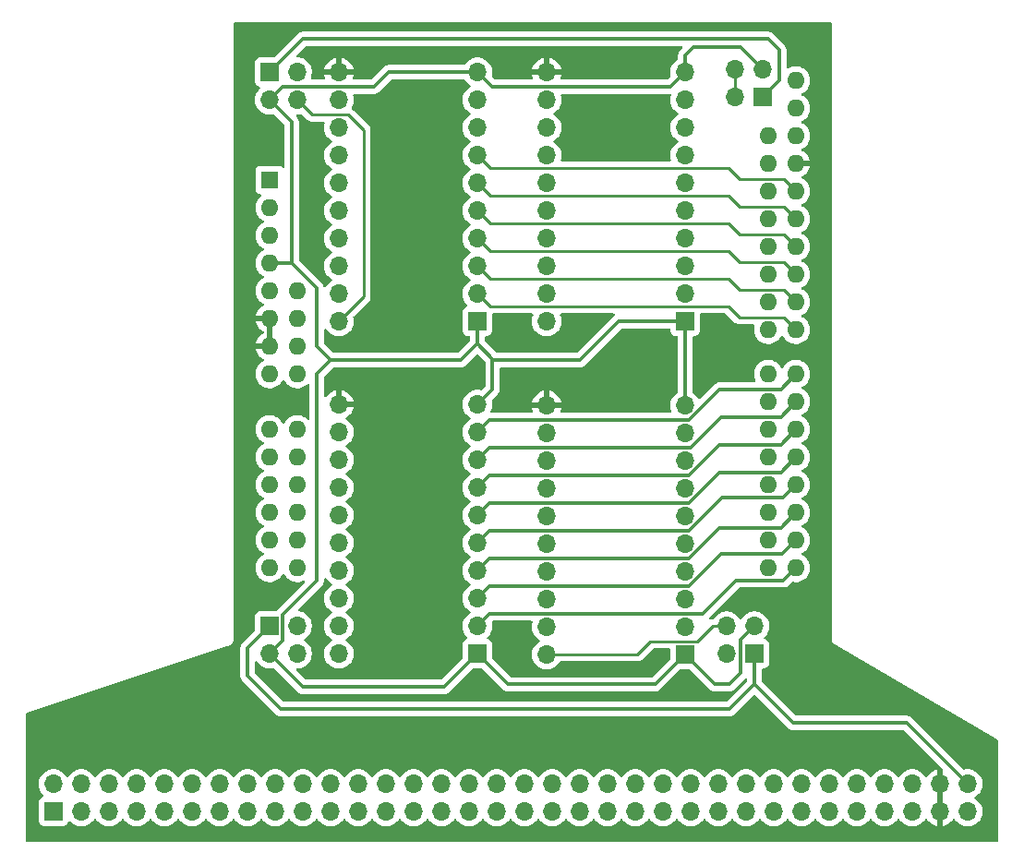
<source format=gbr>
%TF.GenerationSoftware,KiCad,Pcbnew,9.0.1-9.0.1-0~ubuntu24.04.1*%
%TF.CreationDate,2025-04-22T11:50:30+09:00*%
%TF.ProjectId,PSCE-TEST_Arty,50534345-2d54-4455-9354-5f417274792e,rev?*%
%TF.SameCoordinates,Original*%
%TF.FileFunction,Copper,L2,Bot*%
%TF.FilePolarity,Positive*%
%FSLAX46Y46*%
G04 Gerber Fmt 4.6, Leading zero omitted, Abs format (unit mm)*
G04 Created by KiCad (PCBNEW 9.0.1-9.0.1-0~ubuntu24.04.1) date 2025-04-22 11:50:30*
%MOMM*%
%LPD*%
G01*
G04 APERTURE LIST*
%TA.AperFunction,ComponentPad*%
%ADD10R,1.600000X1.600000*%
%TD*%
%TA.AperFunction,ComponentPad*%
%ADD11O,1.600000X1.600000*%
%TD*%
%TA.AperFunction,ComponentPad*%
%ADD12R,1.700000X1.700000*%
%TD*%
%TA.AperFunction,ComponentPad*%
%ADD13O,1.700000X1.700000*%
%TD*%
%TA.AperFunction,ViaPad*%
%ADD14C,0.600000*%
%TD*%
%TA.AperFunction,Conductor*%
%ADD15C,0.300000*%
%TD*%
%TA.AperFunction,Conductor*%
%ADD16C,0.250000*%
%TD*%
G04 APERTURE END LIST*
D10*
%TO.P,A1,1,NC*%
%TO.N,unconnected-(A1-NC-Pad1)*%
X109220000Y-67056000D03*
D11*
%TO.P,A1,2,IOREF*%
%TO.N,unconnected-(A1-IOREF-Pad2)*%
X109220000Y-69596000D03*
%TO.P,A1,3,~{RESET}*%
%TO.N,unconnected-(A1-~{RESET}-Pad3)*%
X109220000Y-72136000D03*
%TO.P,A1,4,3V3*%
%TO.N,3V3*%
X109220000Y-74676000D03*
%TO.P,A1,5,+5V*%
%TO.N,+5V*%
X109220000Y-77216000D03*
%TO.P,A1,6,GND*%
%TO.N,GND*%
X109220000Y-79756000D03*
%TO.P,A1,7,GND*%
X109220000Y-82296000D03*
%TO.P,A1,8,VIN*%
%TO.N,unconnected-(A1-VIN-Pad8)*%
X109220000Y-84836000D03*
%TO.P,A1,9,A0*%
%TO.N,unconnected-(A1-A0-Pad9)*%
X109220000Y-89916000D03*
%TO.P,A1,10,A1*%
%TO.N,unconnected-(A1-A1-Pad10)*%
X109220000Y-92456000D03*
%TO.P,A1,11,A2*%
%TO.N,unconnected-(A1-A2-Pad11)*%
X109220000Y-94996000D03*
%TO.P,A1,12,A3*%
%TO.N,unconnected-(A1-A3-Pad12)*%
X109220000Y-97536000D03*
%TO.P,A1,13,SDA/A4*%
%TO.N,unconnected-(A1-SDA{slash}A4-Pad13)*%
X109220000Y-100076000D03*
%TO.P,A1,14,SCL/A5*%
%TO.N,unconnected-(A1-SCL{slash}A5-Pad14)*%
X109220000Y-102616000D03*
%TO.P,A1,15,D0/RX*%
%TO.N,Net-(A1-D0{slash}RX)*%
X157480000Y-102616000D03*
%TO.P,A1,16,D1/TX*%
%TO.N,Net-(A1-D1{slash}TX)*%
X157480000Y-100076000D03*
%TO.P,A1,17,D2*%
%TO.N,Net-(A1-D2)*%
X157480000Y-97536000D03*
%TO.P,A1,18,D3*%
%TO.N,Net-(A1-D3)*%
X157480000Y-94996000D03*
%TO.P,A1,19,D4*%
%TO.N,Net-(A1-D4)*%
X157480000Y-92456000D03*
%TO.P,A1,20,D5*%
%TO.N,Net-(A1-D5)*%
X157480000Y-89916000D03*
%TO.P,A1,21,D6*%
%TO.N,Net-(A1-D6)*%
X157480000Y-87376000D03*
%TO.P,A1,22,D7*%
%TO.N,Net-(A1-D7)*%
X157480000Y-84836000D03*
%TO.P,A1,23,D8*%
%TO.N,Net-(A1-D8)*%
X157480000Y-80776000D03*
%TO.P,A1,24,D9*%
%TO.N,Net-(A1-D9)*%
X157480000Y-78236000D03*
%TO.P,A1,25,D10*%
%TO.N,Net-(A1-D10)*%
X157480000Y-75696000D03*
%TO.P,A1,26,D11*%
%TO.N,Net-(A1-D11)*%
X157480000Y-73156000D03*
%TO.P,A1,27,D12*%
%TO.N,Net-(A1-D12)*%
X157480000Y-70616000D03*
%TO.P,A1,28,D13*%
%TO.N,Net-(A1-D13)*%
X157480000Y-68076000D03*
%TO.P,A1,29,GND*%
%TO.N,GND*%
X157480000Y-65536000D03*
%TO.P,A1,30,AREF*%
%TO.N,unconnected-(A1-AREF-Pad30)*%
X157480000Y-62996000D03*
%TO.P,A1,31,SDA/A4*%
%TO.N,Net-(U4-A7)*%
X157480000Y-60456000D03*
%TO.P,A1,32,SCL/A5*%
%TO.N,Net-(U4-A8)*%
X157480000Y-57916000D03*
%TO.P,A1,33,IO26*%
%TO.N,Net-(A1-IO26)*%
X154940000Y-102616000D03*
%TO.P,A1,34,IO27*%
%TO.N,Net-(A1-IO27)*%
X154940000Y-100076000D03*
%TO.P,A1,35,IO28*%
%TO.N,Net-(A1-IO28)*%
X154940000Y-97536000D03*
%TO.P,A1,36,IO29*%
%TO.N,Net-(A1-IO29)*%
X154940000Y-94996000D03*
%TO.P,A1,37,IO30*%
%TO.N,Net-(A1-IO30)*%
X154940000Y-92456000D03*
%TO.P,A1,38,IO31*%
%TO.N,Net-(A1-IO31)*%
X154940000Y-89916000D03*
%TO.P,A1,39,IO32*%
%TO.N,Net-(A1-IO32)*%
X154940000Y-87376000D03*
%TO.P,A1,40,IO33*%
%TO.N,Net-(A1-IO33)*%
X154940000Y-84836000D03*
%TO.P,A1,41,IO34*%
%TO.N,Net-(A1-IO34)*%
X154940000Y-80776000D03*
%TO.P,A1,42,IO35*%
%TO.N,Net-(A1-IO35)*%
X154940000Y-78236000D03*
%TO.P,A1,43,IO36*%
%TO.N,Net-(A1-IO36)*%
X154940000Y-75696000D03*
%TO.P,A1,44,IO37*%
%TO.N,Net-(U4-A2)*%
X154940000Y-73156000D03*
%TO.P,A1,45,IO38*%
%TO.N,Net-(A1-IO38)*%
X154940000Y-70616000D03*
%TO.P,A1,46,IO37*%
%TO.N,Net-(U4-A4)*%
X154940000Y-68076000D03*
%TO.P,A1,47,IO40*%
%TO.N,Net-(A1-IO40)*%
X154940000Y-65536000D03*
%TO.P,A1,48,IO41*%
%TO.N,Net-(A1-IO41)*%
X154940000Y-62996000D03*
%TO.P,A1,49,A6*%
%TO.N,unconnected-(A1-A6-Pad49)*%
X111760000Y-89916000D03*
%TO.P,A1,50,A7*%
%TO.N,unconnected-(A1-A7-Pad50)*%
X111760000Y-92456000D03*
%TO.P,A1,51,A8*%
%TO.N,unconnected-(A1-A8-Pad51)*%
X111760000Y-94996000D03*
%TO.P,A1,52,A9*%
%TO.N,unconnected-(A1-A9-Pad52)*%
X111760000Y-97536000D03*
%TO.P,A1,53,A10*%
%TO.N,unconnected-(A1-A10-Pad53)*%
X111760000Y-100076000D03*
%TO.P,A1,54,A11*%
%TO.N,unconnected-(A1-A11-Pad54)*%
X111760000Y-102616000D03*
%TO.P,A1,55,V_P*%
%TO.N,unconnected-(A1-V_P-Pad55)*%
X111760000Y-77216000D03*
%TO.P,A1,56,V_N*%
%TO.N,unconnected-(A1-V_N-Pad56)*%
X111760000Y-79756000D03*
%TO.P,A1,57,XGND*%
%TO.N,unconnected-(A1-XGND-Pad57)*%
X111760000Y-82296000D03*
%TO.P,A1,58,XREF*%
%TO.N,unconnected-(A1-XREF-Pad58)*%
X111760000Y-84836000D03*
%TD*%
D12*
%TO.P,U4,1,VCCA*%
%TO.N,3V3*%
X147320000Y-80010000D03*
D13*
%TO.P,U4,2,A1*%
%TO.N,Net-(A1-IO36)*%
X147320000Y-77470000D03*
%TO.P,U4,3,A2*%
%TO.N,Net-(U4-A2)*%
X147320000Y-74930000D03*
%TO.P,U4,4,A3*%
%TO.N,Net-(A1-IO38)*%
X147320000Y-72390000D03*
%TO.P,U4,5,A4*%
%TO.N,Net-(U4-A4)*%
X147320000Y-69850000D03*
%TO.P,U4,6,A5*%
%TO.N,Net-(A1-IO40)*%
X147320000Y-67310000D03*
%TO.P,U4,7,A6*%
%TO.N,Net-(A1-IO41)*%
X147320000Y-64770000D03*
%TO.P,U4,8,A7*%
%TO.N,Net-(U4-A7)*%
X147320000Y-62230000D03*
%TO.P,U4,9,A8*%
%TO.N,Net-(U4-A8)*%
X147320000Y-59690000D03*
%TO.P,U4,10,OE*%
%TO.N,3V3*%
X147320000Y-57150000D03*
%TO.P,U4,11,GND*%
%TO.N,GND*%
X134620000Y-57150000D03*
%TO.P,U4,12,B8*%
%TO.N,/A5*%
X134620000Y-59690000D03*
%TO.P,U4,13,B7*%
%TO.N,/A4*%
X134620000Y-62230000D03*
%TO.P,U4,14,B6*%
%TO.N,/IO41*%
X134620000Y-64770000D03*
%TO.P,U4,15,B5*%
%TO.N,/IO40*%
X134620000Y-67310000D03*
%TO.P,U4,16,B4*%
%TO.N,/IO39*%
X134620000Y-69850000D03*
%TO.P,U4,17,B3*%
%TO.N,/IO38*%
X134620000Y-72390000D03*
%TO.P,U4,18,B2*%
%TO.N,/IO37*%
X134620000Y-74930000D03*
%TO.P,U4,19,B1*%
%TO.N,/IO36*%
X134620000Y-77470000D03*
%TO.P,U4,20,VCCB*%
%TO.N,Net-(J4-Pin_2)*%
X134620000Y-80010000D03*
%TD*%
D12*
%TO.P,J5,1,Pin_1*%
%TO.N,/IO0*%
X89408000Y-124968000D03*
D13*
%TO.P,J5,2,Pin_2*%
X89408000Y-122428000D03*
%TO.P,J5,3,Pin_3*%
%TO.N,/IO1*%
X91948000Y-124968000D03*
%TO.P,J5,4,Pin_4*%
X91948000Y-122428000D03*
%TO.P,J5,5,Pin_5*%
%TO.N,/IO2*%
X94488000Y-124968000D03*
%TO.P,J5,6,Pin_6*%
X94488000Y-122428000D03*
%TO.P,J5,7,Pin_7*%
%TO.N,/IO3*%
X97028000Y-124968000D03*
%TO.P,J5,8,Pin_8*%
X97028000Y-122428000D03*
%TO.P,J5,9,Pin_9*%
%TO.N,/IO4*%
X99568000Y-124968000D03*
%TO.P,J5,10,Pin_10*%
X99568000Y-122428000D03*
%TO.P,J5,11,Pin_11*%
%TO.N,/IO5*%
X102108000Y-124968000D03*
%TO.P,J5,12,Pin_12*%
X102108000Y-122428000D03*
%TO.P,J5,13,Pin_13*%
%TO.N,/IO6*%
X104648000Y-124968000D03*
%TO.P,J5,14,Pin_14*%
X104648000Y-122428000D03*
%TO.P,J5,15,Pin_15*%
%TO.N,/IO7*%
X107188000Y-124968000D03*
%TO.P,J5,16,Pin_16*%
X107188000Y-122428000D03*
%TO.P,J5,17,Pin_17*%
%TO.N,/IO8*%
X109728000Y-124968000D03*
%TO.P,J5,18,Pin_18*%
X109728000Y-122428000D03*
%TO.P,J5,19,Pin_19*%
%TO.N,/IO9*%
X112268000Y-124968000D03*
%TO.P,J5,20,Pin_20*%
X112268000Y-122428000D03*
%TO.P,J5,21,Pin_21*%
%TO.N,/IO10*%
X114808000Y-124968000D03*
%TO.P,J5,22,Pin_22*%
X114808000Y-122428000D03*
%TO.P,J5,23,Pin_23*%
%TO.N,/IO11*%
X117348000Y-124968000D03*
%TO.P,J5,24,Pin_24*%
X117348000Y-122428000D03*
%TO.P,J5,25,Pin_25*%
%TO.N,/IO12*%
X119888000Y-124968000D03*
%TO.P,J5,26,Pin_26*%
X119888000Y-122428000D03*
%TO.P,J5,27,Pin_27*%
%TO.N,/IO13*%
X122428000Y-124968000D03*
%TO.P,J5,28,Pin_28*%
X122428000Y-122428000D03*
%TO.P,J5,29,Pin_29*%
%TO.N,/IO26*%
X124968000Y-124968000D03*
%TO.P,J5,30,Pin_30*%
X124968000Y-122428000D03*
%TO.P,J5,31,Pin_31*%
%TO.N,/IO27*%
X127508000Y-124968000D03*
%TO.P,J5,32,Pin_32*%
X127508000Y-122428000D03*
%TO.P,J5,33,Pin_33*%
%TO.N,/IO28*%
X130048000Y-124968000D03*
%TO.P,J5,34,Pin_34*%
X130048000Y-122428000D03*
%TO.P,J5,35,Pin_35*%
%TO.N,/IO29*%
X132588000Y-124968000D03*
%TO.P,J5,36,Pin_36*%
X132588000Y-122428000D03*
%TO.P,J5,37,Pin_37*%
%TO.N,/IO30*%
X135128000Y-124968000D03*
%TO.P,J5,38,Pin_38*%
X135128000Y-122428000D03*
%TO.P,J5,39,Pin_39*%
%TO.N,/IO31*%
X137668000Y-124968000D03*
%TO.P,J5,40,Pin_40*%
X137668000Y-122428000D03*
%TO.P,J5,41,Pin_41*%
%TO.N,/IO32*%
X140208000Y-124968000D03*
%TO.P,J5,42,Pin_42*%
X140208000Y-122428000D03*
%TO.P,J5,43,Pin_43*%
%TO.N,/IO33*%
X142748000Y-124968000D03*
%TO.P,J5,44,Pin_44*%
X142748000Y-122428000D03*
%TO.P,J5,45,Pin_45*%
%TO.N,/IO34*%
X145288000Y-124968000D03*
%TO.P,J5,46,Pin_46*%
X145288000Y-122428000D03*
%TO.P,J5,47,Pin_47*%
%TO.N,/IO35*%
X147828000Y-124968000D03*
%TO.P,J5,48,Pin_48*%
X147828000Y-122428000D03*
%TO.P,J5,49,Pin_49*%
%TO.N,/IO36*%
X150368000Y-124968000D03*
%TO.P,J5,50,Pin_50*%
X150368000Y-122428000D03*
%TO.P,J5,51,Pin_51*%
%TO.N,/IO37*%
X152908000Y-124968000D03*
%TO.P,J5,52,Pin_52*%
X152908000Y-122428000D03*
%TO.P,J5,53,Pin_53*%
%TO.N,/IO38*%
X155448000Y-124968000D03*
%TO.P,J5,54,Pin_54*%
X155448000Y-122428000D03*
%TO.P,J5,55,Pin_55*%
%TO.N,/IO39*%
X157988000Y-124968000D03*
%TO.P,J5,56,Pin_56*%
X157988000Y-122428000D03*
%TO.P,J5,57,Pin_57*%
%TO.N,/IO40*%
X160528000Y-124968000D03*
%TO.P,J5,58,Pin_58*%
X160528000Y-122428000D03*
%TO.P,J5,59,Pin_59*%
%TO.N,/IO41*%
X163068000Y-124968000D03*
%TO.P,J5,60,Pin_60*%
X163068000Y-122428000D03*
%TO.P,J5,61,Pin_61*%
%TO.N,/A4*%
X165608000Y-124968000D03*
%TO.P,J5,62,Pin_62*%
X165608000Y-122428000D03*
%TO.P,J5,63,Pin_63*%
%TO.N,/A5*%
X168148000Y-124968000D03*
%TO.P,J5,64,Pin_64*%
X168148000Y-122428000D03*
%TO.P,J5,65,Pin_65*%
%TO.N,GND*%
X170688000Y-124968000D03*
%TO.P,J5,66,Pin_66*%
X170688000Y-122428000D03*
%TO.P,J5,67,Pin_67*%
%TO.N,+5V*%
X173228000Y-124968000D03*
%TO.P,J5,68,Pin_68*%
X173228000Y-122428000D03*
%TD*%
D12*
%TO.P,J3,1,Pin_1*%
%TO.N,+5V*%
X153675000Y-110495000D03*
D13*
%TO.P,J3,2,Pin_2*%
%TO.N,Net-(J3-Pin_2)*%
X151135000Y-110495000D03*
%TO.P,J3,3,Pin_3*%
%TO.N,3V3*%
X153675000Y-107955000D03*
%TO.P,J3,4,Pin_4*%
%TO.N,Net-(J3-Pin_2)*%
X151135000Y-107955000D03*
%TD*%
D12*
%TO.P,J1,1,Pin_1*%
%TO.N,+5V*%
X109215000Y-107945000D03*
D13*
%TO.P,J1,2,Pin_2*%
%TO.N,Net-(J1-Pin_2)*%
X111755000Y-107945000D03*
%TO.P,J1,3,Pin_3*%
%TO.N,3V3*%
X109215000Y-110485000D03*
%TO.P,J1,4,Pin_4*%
%TO.N,Net-(J1-Pin_2)*%
X111755000Y-110485000D03*
%TD*%
D12*
%TO.P,U2,1,VCCA*%
%TO.N,3V3*%
X128270000Y-80010000D03*
D13*
%TO.P,U2,2,A1*%
%TO.N,Net-(A1-D8)*%
X128270000Y-77470000D03*
%TO.P,U2,3,A2*%
%TO.N,Net-(A1-D9)*%
X128270000Y-74930000D03*
%TO.P,U2,4,A3*%
%TO.N,Net-(A1-D10)*%
X128270000Y-72390000D03*
%TO.P,U2,5,A4*%
%TO.N,Net-(A1-D11)*%
X128270000Y-69850000D03*
%TO.P,U2,6,A5*%
%TO.N,Net-(A1-D12)*%
X128270000Y-67310000D03*
%TO.P,U2,7,A6*%
%TO.N,Net-(A1-D13)*%
X128270000Y-64770000D03*
%TO.P,U2,8,A7*%
%TO.N,Net-(A1-IO26)*%
X128270000Y-62230000D03*
%TO.P,U2,9,A8*%
%TO.N,Net-(A1-IO27)*%
X128270000Y-59690000D03*
%TO.P,U2,10,OE*%
%TO.N,3V3*%
X128270000Y-57150000D03*
%TO.P,U2,11,GND*%
%TO.N,GND*%
X115570000Y-57150000D03*
%TO.P,U2,12,B8*%
%TO.N,/IO27*%
X115570000Y-59690000D03*
%TO.P,U2,13,B7*%
%TO.N,/IO26*%
X115570000Y-62230000D03*
%TO.P,U2,14,B6*%
%TO.N,/IO13*%
X115570000Y-64770000D03*
%TO.P,U2,15,B5*%
%TO.N,/IO12*%
X115570000Y-67310000D03*
%TO.P,U2,16,B4*%
%TO.N,/IO11*%
X115570000Y-69850000D03*
%TO.P,U2,17,B3*%
%TO.N,/IO10*%
X115570000Y-72390000D03*
%TO.P,U2,18,B2*%
%TO.N,/IO9*%
X115570000Y-74930000D03*
%TO.P,U2,19,B1*%
%TO.N,/IO8*%
X115570000Y-77470000D03*
%TO.P,U2,20,VCCB*%
%TO.N,Net-(J2-Pin_2)*%
X115570000Y-80010000D03*
%TD*%
D12*
%TO.P,J2,1,Pin_1*%
%TO.N,+5V*%
X109215000Y-57145000D03*
D13*
%TO.P,J2,2,Pin_2*%
%TO.N,Net-(J2-Pin_2)*%
X111755000Y-57145000D03*
%TO.P,J2,3,Pin_3*%
%TO.N,3V3*%
X109215000Y-59685000D03*
%TO.P,J2,4,Pin_4*%
%TO.N,Net-(J2-Pin_2)*%
X111755000Y-59685000D03*
%TD*%
D12*
%TO.P,U3,1,VCCA*%
%TO.N,3V3*%
X147320000Y-110560000D03*
D13*
%TO.P,U3,2,A1*%
%TO.N,Net-(A1-IO28)*%
X147320000Y-108020000D03*
%TO.P,U3,3,A2*%
%TO.N,Net-(A1-IO29)*%
X147320000Y-105480000D03*
%TO.P,U3,4,A3*%
%TO.N,Net-(A1-IO30)*%
X147320000Y-102940000D03*
%TO.P,U3,5,A4*%
%TO.N,Net-(A1-IO31)*%
X147320000Y-100400000D03*
%TO.P,U3,6,A5*%
%TO.N,Net-(A1-IO32)*%
X147320000Y-97860000D03*
%TO.P,U3,7,A6*%
%TO.N,Net-(A1-IO33)*%
X147320000Y-95320000D03*
%TO.P,U3,8,A7*%
%TO.N,Net-(A1-IO34)*%
X147320000Y-92780000D03*
%TO.P,U3,9,A8*%
%TO.N,Net-(A1-IO35)*%
X147320000Y-90240000D03*
%TO.P,U3,10,OE*%
%TO.N,3V3*%
X147320000Y-87700000D03*
%TO.P,U3,11,GND*%
%TO.N,GND*%
X134620000Y-87700000D03*
%TO.P,U3,12,B8*%
%TO.N,/IO35*%
X134620000Y-90240000D03*
%TO.P,U3,13,B7*%
%TO.N,/IO34*%
X134620000Y-92780000D03*
%TO.P,U3,14,B6*%
%TO.N,/IO33*%
X134620000Y-95320000D03*
%TO.P,U3,15,B5*%
%TO.N,/IO32*%
X134620000Y-97860000D03*
%TO.P,U3,16,B4*%
%TO.N,/IO31*%
X134620000Y-100400000D03*
%TO.P,U3,17,B3*%
%TO.N,/IO30*%
X134620000Y-102940000D03*
%TO.P,U3,18,B2*%
%TO.N,/IO29*%
X134620000Y-105480000D03*
%TO.P,U3,19,B1*%
%TO.N,/IO28*%
X134620000Y-108020000D03*
%TO.P,U3,20,VCCB*%
%TO.N,Net-(J3-Pin_2)*%
X134620000Y-110560000D03*
%TD*%
D12*
%TO.P,J4,1,Pin_1*%
%TO.N,+5V*%
X154437000Y-59441000D03*
D13*
%TO.P,J4,2,Pin_2*%
%TO.N,Net-(J4-Pin_2)*%
X151897000Y-59441000D03*
%TO.P,J4,3,Pin_3*%
%TO.N,3V3*%
X154437000Y-56901000D03*
%TO.P,J4,4,Pin_4*%
%TO.N,Net-(J4-Pin_2)*%
X151897000Y-56901000D03*
%TD*%
D12*
%TO.P,U1,1,VCCA*%
%TO.N,3V3*%
X128270000Y-110490000D03*
D13*
%TO.P,U1,2,A1*%
%TO.N,Net-(A1-D0{slash}RX)*%
X128270000Y-107950000D03*
%TO.P,U1,3,A2*%
%TO.N,Net-(A1-D1{slash}TX)*%
X128270000Y-105410000D03*
%TO.P,U1,4,A3*%
%TO.N,Net-(A1-D2)*%
X128270000Y-102870000D03*
%TO.P,U1,5,A4*%
%TO.N,Net-(A1-D3)*%
X128270000Y-100330000D03*
%TO.P,U1,6,A5*%
%TO.N,Net-(A1-D4)*%
X128270000Y-97790000D03*
%TO.P,U1,7,A6*%
%TO.N,Net-(A1-D5)*%
X128270000Y-95250000D03*
%TO.P,U1,8,A7*%
%TO.N,Net-(A1-D6)*%
X128270000Y-92710000D03*
%TO.P,U1,9,A8*%
%TO.N,Net-(A1-D7)*%
X128270000Y-90170000D03*
%TO.P,U1,10,OE*%
%TO.N,3V3*%
X128270000Y-87630000D03*
%TO.P,U1,11,GND*%
%TO.N,GND*%
X115570000Y-87630000D03*
%TO.P,U1,12,B8*%
%TO.N,/IO7*%
X115570000Y-90170000D03*
%TO.P,U1,13,B7*%
%TO.N,/IO6*%
X115570000Y-92710000D03*
%TO.P,U1,14,B6*%
%TO.N,/IO5*%
X115570000Y-95250000D03*
%TO.P,U1,15,B5*%
%TO.N,/IO4*%
X115570000Y-97790000D03*
%TO.P,U1,16,B4*%
%TO.N,/IO3*%
X115570000Y-100330000D03*
%TO.P,U1,17,B3*%
%TO.N,/IO2*%
X115570000Y-102870000D03*
%TO.P,U1,18,B2*%
%TO.N,/IO1*%
X115570000Y-105410000D03*
%TO.P,U1,19,B1*%
%TO.N,/IO0*%
X115570000Y-107950000D03*
%TO.P,U1,20,VCCB*%
%TO.N,Net-(J1-Pin_2)*%
X115570000Y-110490000D03*
%TD*%
D14*
%TO.N,GND*%
X131572000Y-80772000D03*
X156210000Y-82804000D03*
X150114000Y-80772000D03*
X109474000Y-105156000D03*
X131064000Y-109728000D03*
X159512000Y-53594000D03*
X107696000Y-87376000D03*
X123698000Y-62738000D03*
X107696000Y-53848000D03*
X113284000Y-69342000D03*
X131826000Y-85344000D03*
X138938000Y-86868000D03*
X142748000Y-63246000D03*
X142494000Y-117094000D03*
X113030000Y-62992000D03*
X140208000Y-60706000D03*
X104394000Y-112776000D03*
X119634000Y-90932000D03*
X130810000Y-56134000D03*
X128524000Y-114046000D03*
X117602000Y-85852000D03*
X158750000Y-112268000D03*
X129540000Y-118618000D03*
X89916000Y-117348000D03*
X175006000Y-118872000D03*
X120904000Y-59944000D03*
X139700000Y-56642000D03*
%TD*%
D15*
%TO.N,Net-(A1-D5)*%
X129401000Y-94119000D02*
X128270000Y-95250000D01*
X157480000Y-89916000D02*
X156091000Y-91305000D01*
X147679471Y-94119000D02*
X129401000Y-94119000D01*
X156091000Y-91305000D02*
X150493471Y-91305000D01*
X150493471Y-91305000D02*
X147679471Y-94119000D01*
D16*
%TO.N,Net-(A1-D9)*%
X156354000Y-77110000D02*
X157480000Y-78236000D01*
X151290000Y-76106000D02*
X152294000Y-77110000D01*
X152294000Y-77110000D02*
X156354000Y-77110000D01*
X128270000Y-74930000D02*
X129446000Y-76106000D01*
X129446000Y-76106000D02*
X151290000Y-76106000D01*
D15*
%TO.N,Net-(A1-D2)*%
X157480000Y-97536000D02*
X156091000Y-98925000D01*
X156091000Y-98925000D02*
X150493471Y-98925000D01*
X129401000Y-101739000D02*
X128270000Y-102870000D01*
X147679471Y-101739000D02*
X129401000Y-101739000D01*
X150493471Y-98925000D02*
X147679471Y-101739000D01*
%TO.N,+5V*%
X151384000Y-115570000D02*
X110236000Y-115570000D01*
X107188000Y-109972000D02*
X109215000Y-107945000D01*
X155956000Y-55118000D02*
X154940000Y-54102000D01*
X154940000Y-54102000D02*
X112258000Y-54102000D01*
X167640000Y-116840000D02*
X173228000Y-122428000D01*
X154437000Y-59441000D02*
X155956000Y-57922000D01*
X112258000Y-54102000D02*
X109215000Y-57145000D01*
X153675000Y-113279000D02*
X151384000Y-115570000D01*
X153675000Y-113279000D02*
X157236000Y-116840000D01*
X107188000Y-112522000D02*
X107188000Y-109972000D01*
X153675000Y-110495000D02*
X153675000Y-113279000D01*
X157236000Y-116840000D02*
X167640000Y-116840000D01*
X155956000Y-57922000D02*
X155956000Y-55118000D01*
X110236000Y-115570000D02*
X107188000Y-112522000D01*
%TO.N,Net-(A1-D7)*%
X147679471Y-89039000D02*
X129401000Y-89039000D01*
X150493471Y-86225000D02*
X147679471Y-89039000D01*
X129401000Y-89039000D02*
X128270000Y-90170000D01*
X157480000Y-84836000D02*
X156091000Y-86225000D01*
X156091000Y-86225000D02*
X150493471Y-86225000D01*
%TO.N,Net-(A1-D6)*%
X157480000Y-87376000D02*
X156091000Y-88765000D01*
X129401000Y-91579000D02*
X128270000Y-92710000D01*
X147817471Y-91579000D02*
X129401000Y-91579000D01*
X150631471Y-88765000D02*
X147817471Y-91579000D01*
X156091000Y-88765000D02*
X150631471Y-88765000D01*
D16*
%TO.N,Net-(A1-D12)*%
X152294000Y-69490000D02*
X156354000Y-69490000D01*
X128270000Y-67310000D02*
X129446000Y-68486000D01*
X151290000Y-68486000D02*
X152294000Y-69490000D01*
X156354000Y-69490000D02*
X157480000Y-70616000D01*
X129446000Y-68486000D02*
X151290000Y-68486000D01*
%TO.N,Net-(A1-D10)*%
X151290000Y-73566000D02*
X152294000Y-74570000D01*
X129446000Y-73566000D02*
X151290000Y-73566000D01*
X156354000Y-74570000D02*
X157480000Y-75696000D01*
X152294000Y-74570000D02*
X156354000Y-74570000D01*
X128270000Y-72390000D02*
X129446000Y-73566000D01*
D15*
%TO.N,Net-(A1-D1{slash}TX)*%
X157480000Y-100076000D02*
X156210000Y-101346000D01*
X129401000Y-104279000D02*
X128270000Y-105410000D01*
X156210000Y-101346000D02*
X150622000Y-101346000D01*
X150622000Y-101346000D02*
X147689000Y-104279000D01*
X147689000Y-104279000D02*
X129401000Y-104279000D01*
%TO.N,Net-(A1-D3)*%
X129401000Y-99199000D02*
X128270000Y-100330000D01*
X150731471Y-96147000D02*
X147679471Y-99199000D01*
X156329000Y-96147000D02*
X150731471Y-96147000D01*
X147679471Y-99199000D02*
X129401000Y-99199000D01*
X157480000Y-94996000D02*
X156329000Y-96147000D01*
%TO.N,Net-(A1-D0{slash}RX)*%
X148958999Y-106819000D02*
X129401000Y-106819000D01*
X152010999Y-103767000D02*
X148958999Y-106819000D01*
X156329000Y-103767000D02*
X152010999Y-103767000D01*
X157480000Y-102616000D02*
X156329000Y-103767000D01*
X129401000Y-106819000D02*
X128270000Y-107950000D01*
%TO.N,Net-(A1-D4)*%
X147679471Y-96659000D02*
X129401000Y-96659000D01*
X157480000Y-92456000D02*
X156091000Y-93845000D01*
X150493471Y-93845000D02*
X147679471Y-96659000D01*
X156091000Y-93845000D02*
X150493471Y-93845000D01*
X129401000Y-96659000D02*
X128270000Y-97790000D01*
D16*
%TO.N,Net-(A1-D11)*%
X129446000Y-71026000D02*
X151290000Y-71026000D01*
X152294000Y-72030000D02*
X156354000Y-72030000D01*
X151290000Y-71026000D02*
X152294000Y-72030000D01*
X128270000Y-69850000D02*
X129446000Y-71026000D01*
X156354000Y-72030000D02*
X157480000Y-73156000D01*
%TO.N,Net-(A1-D13)*%
X152294000Y-66950000D02*
X156354000Y-66950000D01*
X128270000Y-64770000D02*
X129446000Y-65946000D01*
X129446000Y-65946000D02*
X151290000Y-65946000D01*
X151290000Y-65946000D02*
X152294000Y-66950000D01*
X156354000Y-66950000D02*
X157480000Y-68076000D01*
%TO.N,Net-(A1-D8)*%
X129446000Y-78646000D02*
X151290000Y-78646000D01*
X151290000Y-78646000D02*
X152294000Y-79650000D01*
X152294000Y-79650000D02*
X156354000Y-79650000D01*
X156354000Y-79650000D02*
X157480000Y-80776000D01*
X128270000Y-77470000D02*
X129446000Y-78646000D01*
D15*
%TO.N,3V3*%
X152400000Y-109230000D02*
X153675000Y-107955000D01*
X109215000Y-59685000D02*
X110416000Y-58484000D01*
X109215000Y-59685000D02*
X111252000Y-61722000D01*
X113538000Y-84836000D02*
X113538000Y-103812000D01*
X114808000Y-83566000D02*
X126746000Y-83566000D01*
X154437000Y-56901000D02*
X152400000Y-54864000D01*
X110416000Y-58484000D02*
X118808000Y-58484000D01*
X152400000Y-54864000D02*
X148082000Y-54864000D01*
X151384000Y-113284000D02*
X152400000Y-112268000D01*
X141224000Y-80010000D02*
X137668000Y-83566000D01*
X144589000Y-113291000D02*
X131071000Y-113291000D01*
X128270000Y-82042000D02*
X126746000Y-83566000D01*
X125222000Y-113538000D02*
X112268000Y-113538000D01*
X112268000Y-113538000D02*
X109215000Y-110485000D01*
X147320000Y-110560000D02*
X150044000Y-113284000D01*
X120142000Y-57150000D02*
X128270000Y-57150000D01*
X147320000Y-57150000D02*
X147320000Y-55626000D01*
X145981000Y-58489000D02*
X129609000Y-58489000D01*
X147320000Y-80010000D02*
X141224000Y-80010000D01*
X131071000Y-113291000D02*
X128270000Y-110490000D01*
X113538000Y-103812000D02*
X110416000Y-106934000D01*
X129667000Y-83439000D02*
X129794000Y-83566000D01*
X128270000Y-80010000D02*
X128270000Y-82042000D01*
X113538000Y-82296000D02*
X114808000Y-83566000D01*
X113538000Y-76962000D02*
X113538000Y-82296000D01*
X147320000Y-57150000D02*
X145981000Y-58489000D01*
X129609000Y-58489000D02*
X128270000Y-57150000D01*
X129667000Y-86233000D02*
X129667000Y-83439000D01*
X152400000Y-112268000D02*
X152400000Y-109230000D01*
X111252000Y-61722000D02*
X111252000Y-74676000D01*
X111252000Y-74676000D02*
X113538000Y-76962000D01*
X147320000Y-87700000D02*
X147320000Y-80010000D01*
X128270000Y-82042000D02*
X129667000Y-83439000D01*
X109220000Y-74676000D02*
X111252000Y-74676000D01*
X110416000Y-109284000D02*
X109215000Y-110485000D01*
X128270000Y-110490000D02*
X125222000Y-113538000D01*
X118808000Y-58484000D02*
X120142000Y-57150000D01*
X150044000Y-113284000D02*
X151384000Y-113284000D01*
X147320000Y-110560000D02*
X144589000Y-113291000D01*
X114808000Y-83566000D02*
X113538000Y-84836000D01*
X147320000Y-55626000D02*
X148082000Y-54864000D01*
X137668000Y-83566000D02*
X129794000Y-83566000D01*
X128270000Y-87630000D02*
X129667000Y-86233000D01*
X110416000Y-106934000D02*
X110416000Y-109284000D01*
D16*
%TO.N,Net-(J2-Pin_2)*%
X113124000Y-61054000D02*
X116426000Y-61054000D01*
X116426000Y-61054000D02*
X117856000Y-62484000D01*
X117856000Y-62484000D02*
X117856000Y-77724000D01*
X111755000Y-59685000D02*
X113124000Y-61054000D01*
X117856000Y-77724000D02*
X115570000Y-80010000D01*
%TO.N,Net-(J3-Pin_2)*%
X148426000Y-109384000D02*
X149855000Y-107955000D01*
X144108000Y-109384000D02*
X148426000Y-109384000D01*
X134620000Y-110560000D02*
X142932000Y-110560000D01*
X149855000Y-107955000D02*
X151135000Y-107955000D01*
X142932000Y-110560000D02*
X144108000Y-109384000D01*
%TO.N,Net-(J4-Pin_2)*%
X151897000Y-59441000D02*
X151897000Y-56901000D01*
%TD*%
%TA.AperFunction,Conductor*%
%TO.N,GND*%
G36*
X170938000Y-124534988D02*
G01*
X170880993Y-124502075D01*
X170753826Y-124468000D01*
X170622174Y-124468000D01*
X170495007Y-124502075D01*
X170438000Y-124534988D01*
X170438000Y-122861012D01*
X170495007Y-122893925D01*
X170622174Y-122928000D01*
X170753826Y-122928000D01*
X170880993Y-122893925D01*
X170938000Y-122861012D01*
X170938000Y-124534988D01*
G37*
%TD.AperFunction*%
%TA.AperFunction,Conductor*%
G36*
X108043703Y-111175937D02*
G01*
X108062814Y-111196760D01*
X108115772Y-111269650D01*
X108184896Y-111364792D01*
X108335213Y-111515109D01*
X108507179Y-111640048D01*
X108507181Y-111640049D01*
X108507184Y-111640051D01*
X108696588Y-111736557D01*
X108898757Y-111802246D01*
X109108713Y-111835500D01*
X109108714Y-111835500D01*
X109321286Y-111835500D01*
X109321287Y-111835500D01*
X109472469Y-111811555D01*
X109536055Y-111801484D01*
X109536315Y-111803128D01*
X109598852Y-111806250D01*
X109645711Y-111835657D01*
X111853325Y-114043272D01*
X111853326Y-114043273D01*
X111853329Y-114043275D01*
X111853331Y-114043277D01*
X111959873Y-114114465D01*
X112078256Y-114163501D01*
X112078260Y-114163501D01*
X112078261Y-114163502D01*
X112203928Y-114188500D01*
X112203931Y-114188500D01*
X125286071Y-114188500D01*
X125370615Y-114171682D01*
X125411744Y-114163501D01*
X125530127Y-114114465D01*
X125636669Y-114043277D01*
X127803127Y-111876817D01*
X127864450Y-111843333D01*
X127890808Y-111840499D01*
X128649191Y-111840499D01*
X128716230Y-111860184D01*
X128736872Y-111876818D01*
X129669299Y-112809244D01*
X130565724Y-113705669D01*
X130649327Y-113789272D01*
X130656332Y-113796277D01*
X130762866Y-113867461D01*
X130762872Y-113867464D01*
X130762873Y-113867465D01*
X130881256Y-113916501D01*
X130881260Y-113916501D01*
X130881261Y-113916502D01*
X131006928Y-113941500D01*
X131006931Y-113941500D01*
X144653071Y-113941500D01*
X144737615Y-113924682D01*
X144778744Y-113916501D01*
X144897127Y-113867465D01*
X144907603Y-113860465D01*
X145003669Y-113796277D01*
X146853127Y-111946817D01*
X146914450Y-111913333D01*
X146940808Y-111910499D01*
X147699191Y-111910499D01*
X147766230Y-111930184D01*
X147786872Y-111946818D01*
X149629325Y-113789272D01*
X149629332Y-113789278D01*
X149728390Y-113855466D01*
X149728392Y-113855466D01*
X149735873Y-113860465D01*
X149854256Y-113909501D01*
X149854260Y-113909501D01*
X149854261Y-113909502D01*
X149979928Y-113934500D01*
X149979931Y-113934500D01*
X151448071Y-113934500D01*
X151532615Y-113917682D01*
X151573744Y-113909501D01*
X151692127Y-113860465D01*
X151699607Y-113855466D01*
X151699610Y-113855466D01*
X151773735Y-113805936D01*
X151798669Y-113789277D01*
X151882277Y-113705669D01*
X152812819Y-112775128D01*
X152832255Y-112764515D01*
X152848989Y-112750015D01*
X152862320Y-112748098D01*
X152874142Y-112741643D01*
X152896228Y-112743222D01*
X152918147Y-112740071D01*
X152930398Y-112745666D01*
X152943834Y-112746627D01*
X152961560Y-112759897D01*
X152981703Y-112769096D01*
X152988985Y-112780427D01*
X152999767Y-112788499D01*
X153007504Y-112809244D01*
X153019477Y-112827874D01*
X153022628Y-112849792D01*
X153024184Y-112853963D01*
X153024500Y-112862809D01*
X153024500Y-112958192D01*
X153004815Y-113025231D01*
X152988181Y-113045873D01*
X151150873Y-114883181D01*
X151089550Y-114916666D01*
X151063192Y-114919500D01*
X110556808Y-114919500D01*
X110489769Y-114899815D01*
X110469127Y-114883181D01*
X107874819Y-112288873D01*
X107841334Y-112227550D01*
X107838500Y-112201192D01*
X107838500Y-111269650D01*
X107858185Y-111202611D01*
X107910989Y-111156856D01*
X107980147Y-111146912D01*
X108043703Y-111175937D01*
G37*
%TD.AperFunction*%
%TA.AperFunction,Conductor*%
G36*
X128313334Y-83021126D02*
G01*
X128357681Y-83049627D01*
X128980181Y-83672127D01*
X129013666Y-83733450D01*
X129016500Y-83759808D01*
X129016500Y-85912191D01*
X128996815Y-85979230D01*
X128980181Y-85999872D01*
X128700710Y-86279342D01*
X128639387Y-86312827D01*
X128591245Y-86312315D01*
X128591055Y-86313516D01*
X128486111Y-86296894D01*
X128376287Y-86279500D01*
X128163713Y-86279500D01*
X128115042Y-86287208D01*
X127953760Y-86312753D01*
X127751585Y-86378444D01*
X127562179Y-86474951D01*
X127390213Y-86599890D01*
X127239890Y-86750213D01*
X127114951Y-86922179D01*
X127018444Y-87111585D01*
X126952753Y-87313760D01*
X126922305Y-87506000D01*
X126919500Y-87523713D01*
X126919500Y-87736287D01*
X126952754Y-87946243D01*
X127015546Y-88139497D01*
X127018444Y-88148414D01*
X127114951Y-88337820D01*
X127239890Y-88509786D01*
X127390213Y-88660109D01*
X127562182Y-88785050D01*
X127570946Y-88789516D01*
X127621742Y-88837491D01*
X127638536Y-88905312D01*
X127615998Y-88971447D01*
X127570946Y-89010484D01*
X127562182Y-89014949D01*
X127390213Y-89139890D01*
X127239890Y-89290213D01*
X127114951Y-89462179D01*
X127018444Y-89651585D01*
X126952753Y-89853760D01*
X126919500Y-90063713D01*
X126919500Y-90276286D01*
X126947666Y-90454123D01*
X126952754Y-90486243D01*
X127015546Y-90679497D01*
X127018444Y-90688414D01*
X127114951Y-90877820D01*
X127239890Y-91049786D01*
X127390213Y-91200109D01*
X127562182Y-91325050D01*
X127570946Y-91329516D01*
X127621742Y-91377491D01*
X127638536Y-91445312D01*
X127615998Y-91511447D01*
X127570946Y-91550484D01*
X127562182Y-91554949D01*
X127390213Y-91679890D01*
X127239890Y-91830213D01*
X127114951Y-92002179D01*
X127018444Y-92191585D01*
X126952753Y-92393760D01*
X126919500Y-92603713D01*
X126919500Y-92816286D01*
X126947666Y-92994123D01*
X126952754Y-93026243D01*
X127015546Y-93219497D01*
X127018444Y-93228414D01*
X127114951Y-93417820D01*
X127239890Y-93589786D01*
X127390213Y-93740109D01*
X127562182Y-93865050D01*
X127570946Y-93869516D01*
X127621742Y-93917491D01*
X127638536Y-93985312D01*
X127615998Y-94051447D01*
X127570946Y-94090484D01*
X127562182Y-94094949D01*
X127390213Y-94219890D01*
X127239890Y-94370213D01*
X127114951Y-94542179D01*
X127018444Y-94731585D01*
X126952753Y-94933760D01*
X126919500Y-95143713D01*
X126919500Y-95356286D01*
X126947666Y-95534123D01*
X126952754Y-95566243D01*
X126988940Y-95677613D01*
X127018444Y-95768414D01*
X127114951Y-95957820D01*
X127239890Y-96129786D01*
X127390213Y-96280109D01*
X127562182Y-96405050D01*
X127570946Y-96409516D01*
X127621742Y-96457491D01*
X127638536Y-96525312D01*
X127615998Y-96591447D01*
X127570946Y-96630484D01*
X127562182Y-96634949D01*
X127390213Y-96759890D01*
X127239890Y-96910213D01*
X127114951Y-97082179D01*
X127018444Y-97271585D01*
X126952753Y-97473760D01*
X126919500Y-97683713D01*
X126919500Y-97896286D01*
X126947666Y-98074123D01*
X126952754Y-98106243D01*
X127015546Y-98299497D01*
X127018444Y-98308414D01*
X127114951Y-98497820D01*
X127239890Y-98669786D01*
X127390213Y-98820109D01*
X127562182Y-98945050D01*
X127570946Y-98949516D01*
X127621742Y-98997491D01*
X127638536Y-99065312D01*
X127615998Y-99131447D01*
X127570946Y-99170484D01*
X127562182Y-99174949D01*
X127390213Y-99299890D01*
X127239890Y-99450213D01*
X127114951Y-99622179D01*
X127018444Y-99811585D01*
X126952753Y-100013760D01*
X126919500Y-100223713D01*
X126919500Y-100436286D01*
X126947666Y-100614123D01*
X126952754Y-100646243D01*
X127015946Y-100840728D01*
X127018444Y-100848414D01*
X127114951Y-101037820D01*
X127239890Y-101209786D01*
X127390213Y-101360109D01*
X127562182Y-101485050D01*
X127570946Y-101489516D01*
X127621742Y-101537491D01*
X127638536Y-101605312D01*
X127615998Y-101671447D01*
X127570946Y-101710484D01*
X127562182Y-101714949D01*
X127390213Y-101839890D01*
X127239890Y-101990213D01*
X127114951Y-102162179D01*
X127018444Y-102351585D01*
X126952753Y-102553760D01*
X126919500Y-102763713D01*
X126919500Y-102976286D01*
X126947666Y-103154123D01*
X126952754Y-103186243D01*
X126988940Y-103297613D01*
X127018444Y-103388414D01*
X127114951Y-103577820D01*
X127239890Y-103749786D01*
X127390213Y-103900109D01*
X127562182Y-104025050D01*
X127570946Y-104029516D01*
X127621742Y-104077491D01*
X127638536Y-104145312D01*
X127615998Y-104211447D01*
X127570946Y-104250484D01*
X127562182Y-104254949D01*
X127390213Y-104379890D01*
X127239890Y-104530213D01*
X127114951Y-104702179D01*
X127018444Y-104891585D01*
X126952753Y-105093760D01*
X126919500Y-105303713D01*
X126919500Y-105516287D01*
X126952754Y-105726243D01*
X126975498Y-105796243D01*
X127018444Y-105928414D01*
X127114951Y-106117820D01*
X127239890Y-106289786D01*
X127390213Y-106440109D01*
X127562182Y-106565050D01*
X127570946Y-106569516D01*
X127621742Y-106617491D01*
X127638536Y-106685312D01*
X127615998Y-106751447D01*
X127570946Y-106790484D01*
X127562182Y-106794949D01*
X127390213Y-106919890D01*
X127239890Y-107070213D01*
X127114951Y-107242179D01*
X127018444Y-107431585D01*
X126952753Y-107633760D01*
X126920292Y-107838713D01*
X126919500Y-107843713D01*
X126919500Y-108056287D01*
X126952754Y-108266243D01*
X127016818Y-108463412D01*
X127018444Y-108468414D01*
X127114951Y-108657820D01*
X127239890Y-108829786D01*
X127353430Y-108943326D01*
X127386915Y-109004649D01*
X127381931Y-109074341D01*
X127340059Y-109130274D01*
X127309083Y-109147189D01*
X127177669Y-109196203D01*
X127177664Y-109196206D01*
X127062455Y-109282452D01*
X127062452Y-109282455D01*
X126976206Y-109397664D01*
X126976202Y-109397671D01*
X126925908Y-109532517D01*
X126921575Y-109572823D01*
X126919501Y-109592123D01*
X126919500Y-109592135D01*
X126919500Y-110869191D01*
X126899815Y-110936230D01*
X126883181Y-110956872D01*
X124988873Y-112851181D01*
X124927550Y-112884666D01*
X124901192Y-112887500D01*
X112588808Y-112887500D01*
X112521769Y-112867815D01*
X112501127Y-112851181D01*
X111697127Y-112047181D01*
X111663642Y-111985858D01*
X111668626Y-111916166D01*
X111710498Y-111860233D01*
X111775962Y-111835816D01*
X111784808Y-111835500D01*
X111861286Y-111835500D01*
X111861287Y-111835500D01*
X112071243Y-111802246D01*
X112273412Y-111736557D01*
X112462816Y-111640051D01*
X112535374Y-111587335D01*
X112634786Y-111515109D01*
X112634788Y-111515106D01*
X112634792Y-111515104D01*
X112785104Y-111364792D01*
X112785106Y-111364788D01*
X112785109Y-111364786D01*
X112910048Y-111192820D01*
X112910047Y-111192820D01*
X112910051Y-111192816D01*
X113006557Y-111003412D01*
X113072246Y-110801243D01*
X113105500Y-110591287D01*
X113105500Y-110378713D01*
X113072246Y-110168757D01*
X113006557Y-109966588D01*
X112910051Y-109777184D01*
X112910049Y-109777181D01*
X112910048Y-109777179D01*
X112785109Y-109605213D01*
X112634786Y-109454890D01*
X112462820Y-109329951D01*
X112462115Y-109329591D01*
X112454054Y-109325485D01*
X112403259Y-109277512D01*
X112386463Y-109209692D01*
X112408999Y-109143556D01*
X112454054Y-109104515D01*
X112462816Y-109100051D01*
X112620800Y-108985270D01*
X112634786Y-108975109D01*
X112634788Y-108975106D01*
X112634792Y-108975104D01*
X112785104Y-108824792D01*
X112785106Y-108824788D01*
X112785109Y-108824786D01*
X112910048Y-108652820D01*
X112910047Y-108652820D01*
X112910051Y-108652816D01*
X113006557Y-108463412D01*
X113072246Y-108261243D01*
X113105500Y-108051287D01*
X113105500Y-107838713D01*
X113072246Y-107628757D01*
X113006557Y-107426588D01*
X112910051Y-107237184D01*
X112910049Y-107237181D01*
X112910048Y-107237179D01*
X112785109Y-107065213D01*
X112634786Y-106914890D01*
X112462820Y-106789951D01*
X112273414Y-106693444D01*
X112273413Y-106693443D01*
X112273412Y-106693443D01*
X112071243Y-106627754D01*
X112071241Y-106627753D01*
X112071239Y-106627753D01*
X111941222Y-106607160D01*
X111878087Y-106577231D01*
X111841156Y-106517919D01*
X111842154Y-106448056D01*
X111872937Y-106397008D01*
X114043277Y-104226669D01*
X114114465Y-104120127D01*
X114133105Y-104075127D01*
X114163501Y-104001744D01*
X114173048Y-103953747D01*
X114188500Y-103876071D01*
X114188500Y-103647768D01*
X114208185Y-103580729D01*
X114260989Y-103534974D01*
X114330147Y-103525030D01*
X114393703Y-103554055D01*
X114412819Y-103574883D01*
X114414946Y-103577811D01*
X114414949Y-103577816D01*
X114451773Y-103628500D01*
X114539896Y-103749792D01*
X114690213Y-103900109D01*
X114862182Y-104025050D01*
X114870946Y-104029516D01*
X114921742Y-104077491D01*
X114938536Y-104145312D01*
X114915998Y-104211447D01*
X114870946Y-104250484D01*
X114862182Y-104254949D01*
X114690213Y-104379890D01*
X114539890Y-104530213D01*
X114414951Y-104702179D01*
X114318444Y-104891585D01*
X114252753Y-105093760D01*
X114219500Y-105303713D01*
X114219500Y-105516287D01*
X114252754Y-105726243D01*
X114275498Y-105796243D01*
X114318444Y-105928414D01*
X114414951Y-106117820D01*
X114539890Y-106289786D01*
X114690213Y-106440109D01*
X114862182Y-106565050D01*
X114870946Y-106569516D01*
X114921742Y-106617491D01*
X114938536Y-106685312D01*
X114915998Y-106751447D01*
X114870946Y-106790484D01*
X114862182Y-106794949D01*
X114690213Y-106919890D01*
X114539890Y-107070213D01*
X114414951Y-107242179D01*
X114318444Y-107431585D01*
X114252753Y-107633760D01*
X114220292Y-107838713D01*
X114219500Y-107843713D01*
X114219500Y-108056287D01*
X114252754Y-108266243D01*
X114316818Y-108463412D01*
X114318444Y-108468414D01*
X114414951Y-108657820D01*
X114539890Y-108829786D01*
X114690213Y-108980109D01*
X114862182Y-109105050D01*
X114870946Y-109109516D01*
X114921742Y-109157491D01*
X114938536Y-109225312D01*
X114915998Y-109291447D01*
X114870946Y-109330484D01*
X114862182Y-109334949D01*
X114690213Y-109459890D01*
X114539890Y-109610213D01*
X114414951Y-109782179D01*
X114318444Y-109971585D01*
X114252753Y-110173760D01*
X114220292Y-110378713D01*
X114219500Y-110383713D01*
X114219500Y-110596287D01*
X114252754Y-110806243D01*
X114316818Y-111003412D01*
X114318444Y-111008414D01*
X114414951Y-111197820D01*
X114539890Y-111369786D01*
X114690213Y-111520109D01*
X114862179Y-111645048D01*
X114862181Y-111645049D01*
X114862184Y-111645051D01*
X115051588Y-111741557D01*
X115253757Y-111807246D01*
X115463713Y-111840500D01*
X115463714Y-111840500D01*
X115676286Y-111840500D01*
X115676287Y-111840500D01*
X115886243Y-111807246D01*
X116088412Y-111741557D01*
X116277816Y-111645051D01*
X116357256Y-111587335D01*
X116449786Y-111520109D01*
X116449788Y-111520106D01*
X116449792Y-111520104D01*
X116600104Y-111369792D01*
X116600106Y-111369788D01*
X116600109Y-111369786D01*
X116725048Y-111197820D01*
X116725047Y-111197820D01*
X116725051Y-111197816D01*
X116821557Y-111008412D01*
X116887246Y-110806243D01*
X116920500Y-110596287D01*
X116920500Y-110383713D01*
X116887246Y-110173757D01*
X116821557Y-109971588D01*
X116725051Y-109782184D01*
X116725049Y-109782181D01*
X116725048Y-109782179D01*
X116600109Y-109610213D01*
X116449786Y-109459890D01*
X116277820Y-109334951D01*
X116277115Y-109334591D01*
X116269054Y-109330485D01*
X116218259Y-109282512D01*
X116201463Y-109214692D01*
X116223999Y-109148556D01*
X116269054Y-109109515D01*
X116277816Y-109105051D01*
X116367554Y-109039853D01*
X116449786Y-108980109D01*
X116449788Y-108980106D01*
X116449792Y-108980104D01*
X116600104Y-108829792D01*
X116600106Y-108829788D01*
X116600109Y-108829786D01*
X116725048Y-108657820D01*
X116725047Y-108657820D01*
X116725051Y-108657816D01*
X116821557Y-108468412D01*
X116887246Y-108266243D01*
X116920500Y-108056287D01*
X116920500Y-107843713D01*
X116887246Y-107633757D01*
X116821557Y-107431588D01*
X116725051Y-107242184D01*
X116725049Y-107242181D01*
X116725048Y-107242179D01*
X116600109Y-107070213D01*
X116449786Y-106919890D01*
X116277820Y-106794951D01*
X116277115Y-106794591D01*
X116269054Y-106790485D01*
X116218259Y-106742512D01*
X116201463Y-106674692D01*
X116223999Y-106608556D01*
X116269054Y-106569515D01*
X116277816Y-106565051D01*
X116342688Y-106517919D01*
X116449786Y-106440109D01*
X116449788Y-106440106D01*
X116449792Y-106440104D01*
X116600104Y-106289792D01*
X116600106Y-106289788D01*
X116600109Y-106289786D01*
X116725048Y-106117820D01*
X116725047Y-106117820D01*
X116725051Y-106117816D01*
X116821557Y-105928412D01*
X116887246Y-105726243D01*
X116920500Y-105516287D01*
X116920500Y-105303713D01*
X116887246Y-105093757D01*
X116821557Y-104891588D01*
X116725051Y-104702184D01*
X116725049Y-104702181D01*
X116725048Y-104702179D01*
X116600109Y-104530213D01*
X116449786Y-104379890D01*
X116277820Y-104254951D01*
X116277115Y-104254591D01*
X116269054Y-104250485D01*
X116218259Y-104202512D01*
X116201463Y-104134692D01*
X116223999Y-104068556D01*
X116269054Y-104029515D01*
X116277816Y-104025051D01*
X116309904Y-104001738D01*
X116449786Y-103900109D01*
X116449788Y-103900106D01*
X116449792Y-103900104D01*
X116600104Y-103749792D01*
X116600106Y-103749788D01*
X116600109Y-103749786D01*
X116725048Y-103577820D01*
X116725047Y-103577820D01*
X116725051Y-103577816D01*
X116821557Y-103388412D01*
X116887246Y-103186243D01*
X116920500Y-102976287D01*
X116920500Y-102763713D01*
X116887246Y-102553757D01*
X116821557Y-102351588D01*
X116725051Y-102162184D01*
X116725049Y-102162181D01*
X116725048Y-102162179D01*
X116600109Y-101990213D01*
X116449786Y-101839890D01*
X116277820Y-101714951D01*
X116277115Y-101714591D01*
X116269054Y-101710485D01*
X116218259Y-101662512D01*
X116201463Y-101594692D01*
X116223999Y-101528556D01*
X116269054Y-101489515D01*
X116277816Y-101485051D01*
X116380042Y-101410780D01*
X116449786Y-101360109D01*
X116449788Y-101360106D01*
X116449792Y-101360104D01*
X116600104Y-101209792D01*
X116600106Y-101209788D01*
X116600109Y-101209786D01*
X116725048Y-101037820D01*
X116725047Y-101037820D01*
X116725051Y-101037816D01*
X116821557Y-100848412D01*
X116887246Y-100646243D01*
X116920500Y-100436287D01*
X116920500Y-100223713D01*
X116887246Y-100013757D01*
X116821557Y-99811588D01*
X116725051Y-99622184D01*
X116725049Y-99622181D01*
X116725048Y-99622179D01*
X116600109Y-99450213D01*
X116449786Y-99299890D01*
X116277820Y-99174951D01*
X116277115Y-99174591D01*
X116269054Y-99170485D01*
X116218259Y-99122512D01*
X116201463Y-99054692D01*
X116223999Y-98988556D01*
X116269054Y-98949515D01*
X116277816Y-98945051D01*
X116380042Y-98870780D01*
X116449786Y-98820109D01*
X116449788Y-98820106D01*
X116449792Y-98820104D01*
X116600104Y-98669792D01*
X116600106Y-98669788D01*
X116600109Y-98669786D01*
X116725048Y-98497820D01*
X116725047Y-98497820D01*
X116725051Y-98497816D01*
X116821557Y-98308412D01*
X116887246Y-98106243D01*
X116920500Y-97896287D01*
X116920500Y-97683713D01*
X116887246Y-97473757D01*
X116821557Y-97271588D01*
X116725051Y-97082184D01*
X116725049Y-97082181D01*
X116725048Y-97082179D01*
X116600109Y-96910213D01*
X116449786Y-96759890D01*
X116277820Y-96634951D01*
X116277115Y-96634591D01*
X116269054Y-96630485D01*
X116218259Y-96582512D01*
X116201463Y-96514692D01*
X116223999Y-96448556D01*
X116269054Y-96409515D01*
X116277816Y-96405051D01*
X116380042Y-96330780D01*
X116449786Y-96280109D01*
X116449788Y-96280106D01*
X116449792Y-96280104D01*
X116600104Y-96129792D01*
X116600106Y-96129788D01*
X116600109Y-96129786D01*
X116725048Y-95957820D01*
X116725047Y-95957820D01*
X116725051Y-95957816D01*
X116821557Y-95768412D01*
X116887246Y-95566243D01*
X116920500Y-95356287D01*
X116920500Y-95143713D01*
X116887246Y-94933757D01*
X116821557Y-94731588D01*
X116725051Y-94542184D01*
X116725049Y-94542181D01*
X116725048Y-94542179D01*
X116600109Y-94370213D01*
X116449786Y-94219890D01*
X116277820Y-94094951D01*
X116277115Y-94094591D01*
X116269054Y-94090485D01*
X116218259Y-94042512D01*
X116201463Y-93974692D01*
X116223999Y-93908556D01*
X116269054Y-93869515D01*
X116277816Y-93865051D01*
X116380042Y-93790780D01*
X116449786Y-93740109D01*
X116449788Y-93740106D01*
X116449792Y-93740104D01*
X116600104Y-93589792D01*
X116600106Y-93589788D01*
X116600109Y-93589786D01*
X116725048Y-93417820D01*
X116725047Y-93417820D01*
X116725051Y-93417816D01*
X116821557Y-93228412D01*
X116887246Y-93026243D01*
X116920500Y-92816287D01*
X116920500Y-92603713D01*
X116887246Y-92393757D01*
X116821557Y-92191588D01*
X116725051Y-92002184D01*
X116725049Y-92002181D01*
X116725048Y-92002179D01*
X116600109Y-91830213D01*
X116449786Y-91679890D01*
X116277820Y-91554951D01*
X116277115Y-91554591D01*
X116269054Y-91550485D01*
X116218259Y-91502512D01*
X116201463Y-91434692D01*
X116223999Y-91368556D01*
X116269054Y-91329515D01*
X116277816Y-91325051D01*
X116380042Y-91250780D01*
X116449786Y-91200109D01*
X116449788Y-91200106D01*
X116449792Y-91200104D01*
X116600104Y-91049792D01*
X116600106Y-91049788D01*
X116600109Y-91049786D01*
X116725048Y-90877820D01*
X116725047Y-90877820D01*
X116725051Y-90877816D01*
X116821557Y-90688412D01*
X116887246Y-90486243D01*
X116920500Y-90276287D01*
X116920500Y-90063713D01*
X116887246Y-89853757D01*
X116821557Y-89651588D01*
X116725051Y-89462184D01*
X116725049Y-89462181D01*
X116725048Y-89462179D01*
X116600109Y-89290213D01*
X116449786Y-89139890D01*
X116277817Y-89014949D01*
X116268504Y-89010204D01*
X116217707Y-88962230D01*
X116200912Y-88894409D01*
X116223449Y-88828274D01*
X116268507Y-88789232D01*
X116277558Y-88784620D01*
X116449459Y-88659727D01*
X116449464Y-88659723D01*
X116599723Y-88509464D01*
X116599727Y-88509459D01*
X116724620Y-88337557D01*
X116821095Y-88148217D01*
X116886757Y-87946129D01*
X116886757Y-87946126D01*
X116897231Y-87880000D01*
X116003012Y-87880000D01*
X116035925Y-87822993D01*
X116070000Y-87695826D01*
X116070000Y-87564174D01*
X116035925Y-87437007D01*
X116003012Y-87380000D01*
X116897231Y-87380000D01*
X116886757Y-87313873D01*
X116886757Y-87313870D01*
X116821095Y-87111782D01*
X116724620Y-86922442D01*
X116599727Y-86750540D01*
X116599723Y-86750535D01*
X116449464Y-86600276D01*
X116449459Y-86600272D01*
X116277557Y-86475379D01*
X116088215Y-86378903D01*
X115886124Y-86313241D01*
X115820000Y-86302768D01*
X115820000Y-87196988D01*
X115762993Y-87164075D01*
X115635826Y-87130000D01*
X115504174Y-87130000D01*
X115377007Y-87164075D01*
X115320000Y-87196988D01*
X115320000Y-86302768D01*
X115319999Y-86302768D01*
X115253875Y-86313241D01*
X115051784Y-86378903D01*
X114862442Y-86475379D01*
X114690540Y-86600272D01*
X114690535Y-86600276D01*
X114540276Y-86750535D01*
X114540272Y-86750540D01*
X114412818Y-86925967D01*
X114357488Y-86968633D01*
X114287875Y-86974612D01*
X114226080Y-86942007D01*
X114191723Y-86881168D01*
X114188500Y-86853082D01*
X114188500Y-85156807D01*
X114208185Y-85089768D01*
X114224819Y-85069126D01*
X115041126Y-84252819D01*
X115102449Y-84219334D01*
X115128807Y-84216500D01*
X126810071Y-84216500D01*
X126894615Y-84199682D01*
X126935744Y-84191501D01*
X127054127Y-84142465D01*
X127160669Y-84071277D01*
X128182319Y-83049627D01*
X128243642Y-83016142D01*
X128313334Y-83021126D01*
G37*
%TD.AperFunction*%
%TA.AperFunction,Conductor*%
G36*
X133235188Y-107477425D02*
G01*
X133262910Y-107482223D01*
X133268264Y-107487137D01*
X133275237Y-107489185D01*
X133293656Y-107510442D01*
X133314385Y-107529467D01*
X133316232Y-107536496D01*
X133320992Y-107541989D01*
X133324995Y-107569835D01*
X133332147Y-107597041D01*
X133330377Y-107607264D01*
X133330936Y-107611147D01*
X133326130Y-107631812D01*
X133325498Y-107633760D01*
X133302753Y-107703760D01*
X133281379Y-107838713D01*
X133269500Y-107913713D01*
X133269500Y-108126287D01*
X133302754Y-108336243D01*
X133327327Y-108411872D01*
X133368444Y-108538414D01*
X133464951Y-108727820D01*
X133589890Y-108899786D01*
X133740213Y-109050109D01*
X133912182Y-109175050D01*
X133920946Y-109179516D01*
X133971742Y-109227491D01*
X133988536Y-109295312D01*
X133965998Y-109361447D01*
X133920946Y-109400484D01*
X133912182Y-109404949D01*
X133740213Y-109529890D01*
X133589890Y-109680213D01*
X133464951Y-109852179D01*
X133368444Y-110041585D01*
X133302753Y-110243760D01*
X133281379Y-110378713D01*
X133269500Y-110453713D01*
X133269500Y-110666287D01*
X133302754Y-110876243D01*
X133357865Y-111045857D01*
X133368444Y-111078414D01*
X133464951Y-111267820D01*
X133589890Y-111439786D01*
X133740213Y-111590109D01*
X133912179Y-111715048D01*
X133912181Y-111715049D01*
X133912184Y-111715051D01*
X134101588Y-111811557D01*
X134303757Y-111877246D01*
X134513713Y-111910500D01*
X134513714Y-111910500D01*
X134726286Y-111910500D01*
X134726287Y-111910500D01*
X134936243Y-111877246D01*
X135138412Y-111811557D01*
X135327816Y-111715051D01*
X135351840Y-111697597D01*
X135499786Y-111590109D01*
X135499788Y-111590106D01*
X135499792Y-111590104D01*
X135650104Y-111439792D01*
X135650106Y-111439788D01*
X135650109Y-111439786D01*
X135775049Y-111267819D01*
X135782497Y-111253203D01*
X135830473Y-111202408D01*
X135892981Y-111185500D01*
X142993607Y-111185500D01*
X143054029Y-111173481D01*
X143114452Y-111161463D01*
X143147792Y-111147652D01*
X143228286Y-111114312D01*
X143279509Y-111080084D01*
X143282009Y-111078414D01*
X143292271Y-111071556D01*
X143330733Y-111045858D01*
X143417858Y-110958733D01*
X143417859Y-110958731D01*
X143424925Y-110951665D01*
X143424927Y-110951661D01*
X144330771Y-110045819D01*
X144392094Y-110012334D01*
X144418452Y-110009500D01*
X145845500Y-110009500D01*
X145912539Y-110029185D01*
X145958294Y-110081989D01*
X145969500Y-110133500D01*
X145969500Y-110939191D01*
X145949815Y-111006230D01*
X145933181Y-111026872D01*
X144355873Y-112604181D01*
X144294550Y-112637666D01*
X144268192Y-112640500D01*
X131391807Y-112640500D01*
X131324768Y-112620815D01*
X131304126Y-112604181D01*
X129656818Y-110956873D01*
X129623333Y-110895550D01*
X129620499Y-110869192D01*
X129620499Y-109592129D01*
X129620498Y-109592123D01*
X129620497Y-109592116D01*
X129615299Y-109543757D01*
X129614091Y-109532516D01*
X129563797Y-109397671D01*
X129563793Y-109397664D01*
X129477547Y-109282455D01*
X129477544Y-109282452D01*
X129362335Y-109196206D01*
X129362328Y-109196202D01*
X129230917Y-109147189D01*
X129174983Y-109105318D01*
X129150566Y-109039853D01*
X129165418Y-108971580D01*
X129186563Y-108943332D01*
X129300104Y-108829792D01*
X129300183Y-108829684D01*
X129425048Y-108657820D01*
X129425047Y-108657820D01*
X129425051Y-108657816D01*
X129521557Y-108468412D01*
X129587246Y-108266243D01*
X129620500Y-108056287D01*
X129620500Y-107843713D01*
X129619708Y-107838713D01*
X129586484Y-107628945D01*
X129588128Y-107628684D01*
X129591250Y-107566148D01*
X129620660Y-107519286D01*
X129634131Y-107505816D01*
X129695455Y-107472333D01*
X129721809Y-107469500D01*
X133208198Y-107469500D01*
X133235188Y-107477425D01*
G37*
%TD.AperFunction*%
%TA.AperFunction,Conductor*%
G36*
X145854186Y-80663050D02*
G01*
X145863148Y-80661762D01*
X145887188Y-80672740D01*
X145912540Y-80680185D01*
X145918467Y-80687025D01*
X145926704Y-80690787D01*
X145940993Y-80713021D01*
X145958295Y-80732989D01*
X145960582Y-80743503D01*
X145964478Y-80749565D01*
X145969501Y-80784500D01*
X145969501Y-80907876D01*
X145975908Y-80967483D01*
X146026202Y-81102328D01*
X146026206Y-81102335D01*
X146112452Y-81217544D01*
X146112455Y-81217547D01*
X146227664Y-81303793D01*
X146227671Y-81303797D01*
X146255357Y-81314123D01*
X146362517Y-81354091D01*
X146422127Y-81360500D01*
X146545500Y-81360499D01*
X146612539Y-81380183D01*
X146658294Y-81432987D01*
X146669500Y-81484499D01*
X146669500Y-86440382D01*
X146649815Y-86507421D01*
X146615408Y-86541099D01*
X146616125Y-86542085D01*
X146440213Y-86669890D01*
X146289890Y-86820213D01*
X146164951Y-86992179D01*
X146068444Y-87181585D01*
X146002753Y-87383760D01*
X145969500Y-87593713D01*
X145969500Y-87806286D01*
X146000636Y-88002874D01*
X146002754Y-88016243D01*
X146058735Y-88188535D01*
X146069949Y-88223046D01*
X146068571Y-88223493D01*
X146075347Y-88286516D01*
X146044073Y-88348995D01*
X145983984Y-88384648D01*
X145953317Y-88388500D01*
X135986141Y-88388500D01*
X135919102Y-88368815D01*
X135873347Y-88316011D01*
X135863403Y-88246853D01*
X135869955Y-88222973D01*
X135869589Y-88222854D01*
X135936757Y-88016129D01*
X135936757Y-88016126D01*
X135947231Y-87950000D01*
X135053012Y-87950000D01*
X135085925Y-87892993D01*
X135120000Y-87765826D01*
X135120000Y-87634174D01*
X135085925Y-87507007D01*
X135053012Y-87450000D01*
X135947231Y-87450000D01*
X135936757Y-87383873D01*
X135936757Y-87383870D01*
X135871095Y-87181782D01*
X135774620Y-86992442D01*
X135649727Y-86820540D01*
X135649723Y-86820535D01*
X135499464Y-86670276D01*
X135499459Y-86670272D01*
X135327557Y-86545379D01*
X135138215Y-86448903D01*
X134936124Y-86383241D01*
X134870000Y-86372768D01*
X134870000Y-87266988D01*
X134812993Y-87234075D01*
X134685826Y-87200000D01*
X134554174Y-87200000D01*
X134427007Y-87234075D01*
X134370000Y-87266988D01*
X134370000Y-86372768D01*
X134369999Y-86372768D01*
X134303875Y-86383241D01*
X134101784Y-86448903D01*
X133912442Y-86545379D01*
X133740540Y-86670272D01*
X133740535Y-86670276D01*
X133590276Y-86820535D01*
X133590272Y-86820540D01*
X133465379Y-86992442D01*
X133368904Y-87181782D01*
X133303242Y-87383870D01*
X133303242Y-87383873D01*
X133292769Y-87450000D01*
X134186988Y-87450000D01*
X134154075Y-87507007D01*
X134120000Y-87634174D01*
X134120000Y-87765826D01*
X134154075Y-87892993D01*
X134186988Y-87950000D01*
X133292769Y-87950000D01*
X133303242Y-88016126D01*
X133303242Y-88016129D01*
X133370411Y-88222854D01*
X133369086Y-88223284D01*
X133375892Y-88286501D01*
X133344625Y-88348984D01*
X133284540Y-88384644D01*
X133253859Y-88388500D01*
X129601576Y-88388500D01*
X129534537Y-88368815D01*
X129488782Y-88316011D01*
X129478838Y-88246853D01*
X129491091Y-88208205D01*
X129501114Y-88188534D01*
X129521557Y-88148412D01*
X129587246Y-87946243D01*
X129620500Y-87736287D01*
X129620500Y-87523713D01*
X129587246Y-87313757D01*
X129586847Y-87312531D01*
X129585885Y-87306493D01*
X129589740Y-87276416D01*
X129591254Y-87246137D01*
X129594228Y-87241397D01*
X129594768Y-87237190D01*
X129603076Y-87227299D01*
X129620657Y-87199288D01*
X129871957Y-86947989D01*
X130172276Y-86647670D01*
X130240624Y-86545379D01*
X130243464Y-86541129D01*
X130243465Y-86541127D01*
X130292501Y-86422744D01*
X130300201Y-86384034D01*
X130310426Y-86332632D01*
X130317500Y-86297070D01*
X130317500Y-84340500D01*
X130337185Y-84273461D01*
X130389989Y-84227706D01*
X130441500Y-84216500D01*
X137732071Y-84216500D01*
X137816615Y-84199682D01*
X137857744Y-84191501D01*
X137976127Y-84142465D01*
X138082669Y-84071277D01*
X141457127Y-80696819D01*
X141518450Y-80663334D01*
X141544808Y-80660500D01*
X145845501Y-80660500D01*
X145854186Y-80663050D01*
G37*
%TD.AperFunction*%
%TA.AperFunction,Conductor*%
G36*
X127077421Y-57820185D02*
G01*
X127111099Y-57854591D01*
X127112085Y-57853875D01*
X127239890Y-58029786D01*
X127390213Y-58180109D01*
X127562182Y-58305050D01*
X127570946Y-58309516D01*
X127621742Y-58357491D01*
X127638536Y-58425312D01*
X127615998Y-58491447D01*
X127570946Y-58530484D01*
X127562182Y-58534949D01*
X127390213Y-58659890D01*
X127239890Y-58810213D01*
X127114951Y-58982179D01*
X127018444Y-59171585D01*
X126952753Y-59373760D01*
X126919500Y-59583713D01*
X126919500Y-59796286D01*
X126945336Y-59959412D01*
X126952754Y-60006243D01*
X127016818Y-60203412D01*
X127018444Y-60208414D01*
X127114951Y-60397820D01*
X127239890Y-60569786D01*
X127390213Y-60720109D01*
X127562182Y-60845050D01*
X127570946Y-60849516D01*
X127621742Y-60897491D01*
X127638536Y-60965312D01*
X127615998Y-61031447D01*
X127570946Y-61070484D01*
X127562182Y-61074949D01*
X127390213Y-61199890D01*
X127239890Y-61350213D01*
X127114951Y-61522179D01*
X127018444Y-61711585D01*
X126952753Y-61913760D01*
X126919500Y-62123713D01*
X126919500Y-62336286D01*
X126952753Y-62546239D01*
X127018444Y-62748414D01*
X127114951Y-62937820D01*
X127239890Y-63109786D01*
X127390213Y-63260109D01*
X127562182Y-63385050D01*
X127570946Y-63389516D01*
X127621742Y-63437491D01*
X127638536Y-63505312D01*
X127615998Y-63571447D01*
X127570946Y-63610484D01*
X127562182Y-63614949D01*
X127390213Y-63739890D01*
X127239890Y-63890213D01*
X127114951Y-64062179D01*
X127018444Y-64251585D01*
X126952753Y-64453760D01*
X126919500Y-64663713D01*
X126919500Y-64876287D01*
X126952754Y-65086243D01*
X127018262Y-65287856D01*
X127018444Y-65288414D01*
X127114951Y-65477820D01*
X127239890Y-65649786D01*
X127390213Y-65800109D01*
X127562182Y-65925050D01*
X127570946Y-65929516D01*
X127621742Y-65977491D01*
X127638536Y-66045312D01*
X127615998Y-66111447D01*
X127570946Y-66150484D01*
X127562182Y-66154949D01*
X127390213Y-66279890D01*
X127239890Y-66430213D01*
X127114951Y-66602179D01*
X127018444Y-66791585D01*
X126952753Y-66993760D01*
X126938456Y-67084028D01*
X126919500Y-67203713D01*
X126919500Y-67416287D01*
X126952754Y-67626243D01*
X127018262Y-67827856D01*
X127018444Y-67828414D01*
X127114951Y-68017820D01*
X127239890Y-68189786D01*
X127390213Y-68340109D01*
X127562182Y-68465050D01*
X127570946Y-68469516D01*
X127621742Y-68517491D01*
X127638536Y-68585312D01*
X127615998Y-68651447D01*
X127570946Y-68690484D01*
X127562182Y-68694949D01*
X127390213Y-68819890D01*
X127239890Y-68970213D01*
X127114951Y-69142179D01*
X127018444Y-69331585D01*
X126952753Y-69533760D01*
X126919500Y-69743713D01*
X126919500Y-69956286D01*
X126952461Y-70164398D01*
X126952754Y-70166243D01*
X127018262Y-70367856D01*
X127018444Y-70368414D01*
X127114951Y-70557820D01*
X127239890Y-70729786D01*
X127390213Y-70880109D01*
X127562182Y-71005050D01*
X127570946Y-71009516D01*
X127621742Y-71057491D01*
X127638536Y-71125312D01*
X127615998Y-71191447D01*
X127570946Y-71230484D01*
X127562182Y-71234949D01*
X127390213Y-71359890D01*
X127239890Y-71510213D01*
X127114951Y-71682179D01*
X127018444Y-71871585D01*
X126952753Y-72073760D01*
X126919500Y-72283713D01*
X126919500Y-72496286D01*
X126952461Y-72704398D01*
X126952754Y-72706243D01*
X127018262Y-72907856D01*
X127018444Y-72908414D01*
X127114951Y-73097820D01*
X127239890Y-73269786D01*
X127390213Y-73420109D01*
X127562182Y-73545050D01*
X127570946Y-73549516D01*
X127621742Y-73597491D01*
X127638536Y-73665312D01*
X127615998Y-73731447D01*
X127570946Y-73770484D01*
X127562182Y-73774949D01*
X127390213Y-73899890D01*
X127239890Y-74050213D01*
X127114951Y-74222179D01*
X127018444Y-74411585D01*
X126952753Y-74613760D01*
X126919500Y-74823713D01*
X126919500Y-75036287D01*
X126952754Y-75246243D01*
X127018262Y-75447856D01*
X127018444Y-75448414D01*
X127114951Y-75637820D01*
X127239890Y-75809786D01*
X127390213Y-75960109D01*
X127562182Y-76085050D01*
X127570946Y-76089516D01*
X127621742Y-76137491D01*
X127638536Y-76205312D01*
X127615998Y-76271447D01*
X127570946Y-76310484D01*
X127562182Y-76314949D01*
X127390213Y-76439890D01*
X127239890Y-76590213D01*
X127114951Y-76762179D01*
X127018444Y-76951585D01*
X126952753Y-77153760D01*
X126919500Y-77363713D01*
X126919500Y-77576286D01*
X126952653Y-77785610D01*
X126952754Y-77786243D01*
X127018262Y-77987856D01*
X127018444Y-77988414D01*
X127114951Y-78177820D01*
X127239890Y-78349786D01*
X127353430Y-78463326D01*
X127386915Y-78524649D01*
X127381931Y-78594341D01*
X127340059Y-78650274D01*
X127309083Y-78667189D01*
X127177669Y-78716203D01*
X127177664Y-78716206D01*
X127062455Y-78802452D01*
X127062452Y-78802455D01*
X126976206Y-78917664D01*
X126976202Y-78917671D01*
X126925908Y-79052517D01*
X126919501Y-79112116D01*
X126919500Y-79112135D01*
X126919500Y-80907870D01*
X126919501Y-80907876D01*
X126925908Y-80967483D01*
X126976202Y-81102328D01*
X126976206Y-81102335D01*
X127062452Y-81217544D01*
X127062455Y-81217547D01*
X127177664Y-81303793D01*
X127177671Y-81303797D01*
X127205357Y-81314123D01*
X127312517Y-81354091D01*
X127372127Y-81360500D01*
X127495500Y-81360499D01*
X127504185Y-81363049D01*
X127513147Y-81361761D01*
X127537184Y-81372738D01*
X127562539Y-81380183D01*
X127568467Y-81387025D01*
X127576703Y-81390786D01*
X127590989Y-81413017D01*
X127608294Y-81432987D01*
X127610581Y-81443502D01*
X127614477Y-81449564D01*
X127619500Y-81484499D01*
X127619500Y-81721192D01*
X127599815Y-81788231D01*
X127583181Y-81808873D01*
X126512873Y-82879181D01*
X126451550Y-82912666D01*
X126425192Y-82915500D01*
X115128807Y-82915500D01*
X115061768Y-82895815D01*
X115041126Y-82879181D01*
X114224819Y-82062873D01*
X114191334Y-82001550D01*
X114188500Y-81975192D01*
X114188500Y-80787768D01*
X114208185Y-80720729D01*
X114260989Y-80674974D01*
X114330147Y-80665030D01*
X114393703Y-80694055D01*
X114412819Y-80714883D01*
X114414946Y-80717811D01*
X114414949Y-80717816D01*
X114465772Y-80787768D01*
X114539896Y-80889792D01*
X114690213Y-81040109D01*
X114862179Y-81165048D01*
X114862181Y-81165049D01*
X114862184Y-81165051D01*
X115051588Y-81261557D01*
X115253757Y-81327246D01*
X115463713Y-81360500D01*
X115463714Y-81360500D01*
X115676286Y-81360500D01*
X115676287Y-81360500D01*
X115886243Y-81327246D01*
X116088412Y-81261557D01*
X116277816Y-81165051D01*
X116364138Y-81102335D01*
X116449786Y-81040109D01*
X116449788Y-81040106D01*
X116449792Y-81040104D01*
X116600104Y-80889792D01*
X116600106Y-80889788D01*
X116600109Y-80889786D01*
X116725048Y-80717820D01*
X116725047Y-80717820D01*
X116725051Y-80717816D01*
X116821557Y-80528412D01*
X116887246Y-80326243D01*
X116920500Y-80116287D01*
X116920500Y-79903713D01*
X116887246Y-79693757D01*
X116882179Y-79678162D01*
X116880182Y-79608321D01*
X116912426Y-79552162D01*
X118254729Y-78209860D01*
X118254733Y-78209858D01*
X118341858Y-78122733D01*
X118410311Y-78020286D01*
X118457463Y-77906452D01*
X118481500Y-77785606D01*
X118481500Y-62422394D01*
X118457463Y-62301548D01*
X118410311Y-62187714D01*
X118410310Y-62187713D01*
X118410307Y-62187707D01*
X118341859Y-62085268D01*
X118299399Y-62042808D01*
X118254733Y-61998142D01*
X118254732Y-61998141D01*
X116911859Y-60655269D01*
X116911858Y-60655267D01*
X116824733Y-60568142D01*
X116772635Y-60533331D01*
X116770374Y-60531820D01*
X116764174Y-60526359D01*
X116749755Y-60503517D01*
X116732439Y-60482797D01*
X116731386Y-60474418D01*
X116726878Y-60467276D01*
X116727097Y-60440265D01*
X116723732Y-60413472D01*
X116727405Y-60402233D01*
X116727445Y-60397408D01*
X116730519Y-60392708D01*
X116735648Y-60377016D01*
X116821557Y-60208412D01*
X116887246Y-60006243D01*
X116920500Y-59796287D01*
X116920500Y-59583713D01*
X116887246Y-59373757D01*
X116865990Y-59308340D01*
X116862247Y-59296818D01*
X116860252Y-59226976D01*
X116896333Y-59167144D01*
X116959034Y-59136316D01*
X116980178Y-59134500D01*
X118872071Y-59134500D01*
X118956615Y-59117682D01*
X118997744Y-59109501D01*
X119116127Y-59060465D01*
X119154984Y-59034502D01*
X119154985Y-59034502D01*
X119214451Y-58994768D01*
X119222669Y-58989277D01*
X120375127Y-57836819D01*
X120436450Y-57803334D01*
X120462808Y-57800500D01*
X127010382Y-57800500D01*
X127077421Y-57820185D01*
G37*
%TD.AperFunction*%
%TA.AperFunction,Conductor*%
G36*
X133280873Y-79272275D02*
G01*
X133283543Y-79271614D01*
X133314202Y-79282061D01*
X133345272Y-79291185D01*
X133347072Y-79293263D01*
X133349678Y-79294151D01*
X133369828Y-79319525D01*
X133391027Y-79343989D01*
X133391418Y-79346710D01*
X133393130Y-79348866D01*
X133396363Y-79381101D01*
X133400971Y-79413147D01*
X133399912Y-79416485D01*
X133400103Y-79418386D01*
X133388718Y-79451794D01*
X133368445Y-79491582D01*
X133302753Y-79693760D01*
X133269500Y-79903713D01*
X133269500Y-80116286D01*
X133294919Y-80276779D01*
X133302754Y-80326243D01*
X133349939Y-80471464D01*
X133368444Y-80528414D01*
X133464951Y-80717820D01*
X133589890Y-80889786D01*
X133740213Y-81040109D01*
X133912179Y-81165048D01*
X133912181Y-81165049D01*
X133912184Y-81165051D01*
X134101588Y-81261557D01*
X134303757Y-81327246D01*
X134513713Y-81360500D01*
X134513714Y-81360500D01*
X134726286Y-81360500D01*
X134726287Y-81360500D01*
X134936243Y-81327246D01*
X135138412Y-81261557D01*
X135327816Y-81165051D01*
X135414138Y-81102335D01*
X135499786Y-81040109D01*
X135499788Y-81040106D01*
X135499792Y-81040104D01*
X135650104Y-80889792D01*
X135650106Y-80889788D01*
X135650109Y-80889786D01*
X135775048Y-80717820D01*
X135775047Y-80717820D01*
X135775051Y-80717816D01*
X135871557Y-80528412D01*
X135937246Y-80326243D01*
X135970500Y-80116287D01*
X135970500Y-79903713D01*
X135937246Y-79693757D01*
X135871557Y-79491588D01*
X135863973Y-79476703D01*
X135851282Y-79451794D01*
X135838386Y-79383125D01*
X135864663Y-79318385D01*
X135921770Y-79278128D01*
X135961767Y-79271500D01*
X140749602Y-79271500D01*
X140816641Y-79291185D01*
X140862396Y-79343989D01*
X140872340Y-79413147D01*
X140843315Y-79476703D01*
X140818495Y-79498599D01*
X140809330Y-79504724D01*
X140809328Y-79504725D01*
X140809325Y-79504728D01*
X140809324Y-79504728D01*
X137434873Y-82879181D01*
X137373550Y-82912666D01*
X137347192Y-82915500D01*
X130114808Y-82915500D01*
X130047769Y-82895815D01*
X130027127Y-82879181D01*
X128956819Y-81808873D01*
X128942115Y-81781945D01*
X128925523Y-81756127D01*
X128924631Y-81749926D01*
X128923334Y-81747550D01*
X128920500Y-81721192D01*
X128920500Y-81484499D01*
X128940185Y-81417460D01*
X128992989Y-81371705D01*
X129044500Y-81360499D01*
X129167871Y-81360499D01*
X129167872Y-81360499D01*
X129227483Y-81354091D01*
X129362331Y-81303796D01*
X129477546Y-81217546D01*
X129563796Y-81102331D01*
X129614091Y-80967483D01*
X129620500Y-80907873D01*
X129620499Y-79395499D01*
X129640184Y-79328461D01*
X129692987Y-79282706D01*
X129744499Y-79271500D01*
X133278233Y-79271500D01*
X133280873Y-79272275D01*
G37*
%TD.AperFunction*%
%TA.AperFunction,Conductor*%
G36*
X109470000Y-81862988D02*
G01*
X109412993Y-81830075D01*
X109285826Y-81796000D01*
X109154174Y-81796000D01*
X109027007Y-81830075D01*
X108970000Y-81862988D01*
X108970000Y-80189012D01*
X109027007Y-80221925D01*
X109154174Y-80256000D01*
X109285826Y-80256000D01*
X109412993Y-80221925D01*
X109470000Y-80189012D01*
X109470000Y-81862988D01*
G37*
%TD.AperFunction*%
%TA.AperFunction,Conductor*%
G36*
X112212837Y-61027428D02*
G01*
X112638141Y-61452732D01*
X112638142Y-61452733D01*
X112707588Y-61522179D01*
X112725268Y-61539859D01*
X112827707Y-61608307D01*
X112827713Y-61608310D01*
X112827714Y-61608311D01*
X112941548Y-61655463D01*
X113001971Y-61667481D01*
X113062393Y-61679500D01*
X113062394Y-61679500D01*
X114158198Y-61679500D01*
X114225237Y-61699185D01*
X114270992Y-61751989D01*
X114280936Y-61821147D01*
X114276129Y-61841818D01*
X114252753Y-61913760D01*
X114219500Y-62123713D01*
X114219500Y-62336286D01*
X114252753Y-62546239D01*
X114318444Y-62748414D01*
X114414951Y-62937820D01*
X114539890Y-63109786D01*
X114690213Y-63260109D01*
X114862182Y-63385050D01*
X114870946Y-63389516D01*
X114921742Y-63437491D01*
X114938536Y-63505312D01*
X114915998Y-63571447D01*
X114870946Y-63610484D01*
X114862182Y-63614949D01*
X114690213Y-63739890D01*
X114539890Y-63890213D01*
X114414951Y-64062179D01*
X114318444Y-64251585D01*
X114252753Y-64453760D01*
X114219500Y-64663713D01*
X114219500Y-64876287D01*
X114252754Y-65086243D01*
X114318262Y-65287856D01*
X114318444Y-65288414D01*
X114414951Y-65477820D01*
X114539890Y-65649786D01*
X114690213Y-65800109D01*
X114862182Y-65925050D01*
X114870946Y-65929516D01*
X114921742Y-65977491D01*
X114938536Y-66045312D01*
X114915998Y-66111447D01*
X114870946Y-66150484D01*
X114862182Y-66154949D01*
X114690213Y-66279890D01*
X114539890Y-66430213D01*
X114414951Y-66602179D01*
X114318444Y-66791585D01*
X114252753Y-66993760D01*
X114238456Y-67084028D01*
X114219500Y-67203713D01*
X114219500Y-67416287D01*
X114252754Y-67626243D01*
X114318262Y-67827856D01*
X114318444Y-67828414D01*
X114414951Y-68017820D01*
X114539890Y-68189786D01*
X114690213Y-68340109D01*
X114862182Y-68465050D01*
X114870946Y-68469516D01*
X114921742Y-68517491D01*
X114938536Y-68585312D01*
X114915998Y-68651447D01*
X114870946Y-68690484D01*
X114862182Y-68694949D01*
X114690213Y-68819890D01*
X114539890Y-68970213D01*
X114414951Y-69142179D01*
X114318444Y-69331585D01*
X114252753Y-69533760D01*
X114219500Y-69743713D01*
X114219500Y-69956286D01*
X114252461Y-70164398D01*
X114252754Y-70166243D01*
X114318262Y-70367856D01*
X114318444Y-70368414D01*
X114414951Y-70557820D01*
X114539890Y-70729786D01*
X114690213Y-70880109D01*
X114862182Y-71005050D01*
X114870946Y-71009516D01*
X114921742Y-71057491D01*
X114938536Y-71125312D01*
X114915998Y-71191447D01*
X114870946Y-71230484D01*
X114862182Y-71234949D01*
X114690213Y-71359890D01*
X114539890Y-71510213D01*
X114414951Y-71682179D01*
X114318444Y-71871585D01*
X114252753Y-72073760D01*
X114219500Y-72283713D01*
X114219500Y-72496286D01*
X114252461Y-72704398D01*
X114252754Y-72706243D01*
X114318262Y-72907856D01*
X114318444Y-72908414D01*
X114414951Y-73097820D01*
X114539890Y-73269786D01*
X114690213Y-73420109D01*
X114862182Y-73545050D01*
X114870946Y-73549516D01*
X114921742Y-73597491D01*
X114938536Y-73665312D01*
X114915998Y-73731447D01*
X114870946Y-73770484D01*
X114862182Y-73774949D01*
X114690213Y-73899890D01*
X114539890Y-74050213D01*
X114414951Y-74222179D01*
X114318444Y-74411585D01*
X114252753Y-74613760D01*
X114219500Y-74823713D01*
X114219500Y-75036287D01*
X114252754Y-75246243D01*
X114318262Y-75447856D01*
X114318444Y-75448414D01*
X114414951Y-75637820D01*
X114539890Y-75809786D01*
X114690213Y-75960109D01*
X114862182Y-76085050D01*
X114870946Y-76089516D01*
X114921742Y-76137491D01*
X114938536Y-76205312D01*
X114915998Y-76271447D01*
X114870946Y-76310484D01*
X114862182Y-76314949D01*
X114690213Y-76439890D01*
X114539890Y-76590213D01*
X114414949Y-76762182D01*
X114395000Y-76801334D01*
X114347025Y-76852130D01*
X114279204Y-76868924D01*
X114213069Y-76846386D01*
X114169618Y-76791670D01*
X114165528Y-76778009D01*
X114165270Y-76778088D01*
X114163502Y-76772262D01*
X114163501Y-76772256D01*
X114114465Y-76653873D01*
X114114464Y-76653872D01*
X114114461Y-76653866D01*
X114043277Y-76547332D01*
X114030331Y-76534386D01*
X113952669Y-76456724D01*
X112956760Y-75460815D01*
X111938819Y-74442873D01*
X111905334Y-74381550D01*
X111902500Y-74355192D01*
X111902500Y-61657928D01*
X111877502Y-61532261D01*
X111877501Y-61532260D01*
X111877501Y-61532256D01*
X111828465Y-61413873D01*
X111785978Y-61350286D01*
X111785978Y-61350285D01*
X111757275Y-61307328D01*
X111697128Y-61247181D01*
X111663643Y-61185858D01*
X111668627Y-61116166D01*
X111710499Y-61060233D01*
X111775963Y-61035816D01*
X111784809Y-61035500D01*
X111861286Y-61035500D01*
X111861287Y-61035500D01*
X112071243Y-61002246D01*
X112086837Y-60997178D01*
X112156676Y-60995182D01*
X112212837Y-61027428D01*
G37*
%TD.AperFunction*%
%TA.AperFunction,Conductor*%
G36*
X145935188Y-59147425D02*
G01*
X145962910Y-59152223D01*
X145968264Y-59157137D01*
X145975237Y-59159185D01*
X145993656Y-59180442D01*
X146014385Y-59199467D01*
X146016232Y-59206496D01*
X146020992Y-59211989D01*
X146024995Y-59239835D01*
X146032147Y-59267041D01*
X146030377Y-59277264D01*
X146030936Y-59281147D01*
X146026129Y-59301818D01*
X146002753Y-59373760D01*
X145969500Y-59583713D01*
X145969500Y-59796286D01*
X145995336Y-59959412D01*
X146002754Y-60006243D01*
X146066818Y-60203412D01*
X146068444Y-60208414D01*
X146164951Y-60397820D01*
X146289890Y-60569786D01*
X146440213Y-60720109D01*
X146612182Y-60845050D01*
X146620946Y-60849516D01*
X146671742Y-60897491D01*
X146688536Y-60965312D01*
X146665998Y-61031447D01*
X146620946Y-61070484D01*
X146612182Y-61074949D01*
X146440213Y-61199890D01*
X146289890Y-61350213D01*
X146164951Y-61522179D01*
X146068444Y-61711585D01*
X146002753Y-61913760D01*
X145969500Y-62123713D01*
X145969500Y-62336286D01*
X146002753Y-62546239D01*
X146068444Y-62748414D01*
X146164951Y-62937820D01*
X146289890Y-63109786D01*
X146440213Y-63260109D01*
X146612182Y-63385050D01*
X146620946Y-63389516D01*
X146671742Y-63437491D01*
X146688536Y-63505312D01*
X146665998Y-63571447D01*
X146620946Y-63610484D01*
X146612182Y-63614949D01*
X146440213Y-63739890D01*
X146289890Y-63890213D01*
X146164951Y-64062179D01*
X146068444Y-64251585D01*
X146002753Y-64453760D01*
X145969500Y-64663713D01*
X145969500Y-64876286D01*
X146002753Y-65086239D01*
X146026129Y-65158182D01*
X146028124Y-65228023D01*
X145992044Y-65287856D01*
X145929343Y-65318684D01*
X145908198Y-65320500D01*
X136031802Y-65320500D01*
X135964763Y-65300815D01*
X135919008Y-65248011D01*
X135909064Y-65178853D01*
X135913871Y-65158182D01*
X135937246Y-65086243D01*
X135970500Y-64876287D01*
X135970500Y-64663713D01*
X135937246Y-64453757D01*
X135871557Y-64251588D01*
X135775051Y-64062184D01*
X135775049Y-64062181D01*
X135775048Y-64062179D01*
X135650109Y-63890213D01*
X135499786Y-63739890D01*
X135327820Y-63614951D01*
X135327115Y-63614591D01*
X135319054Y-63610485D01*
X135268259Y-63562512D01*
X135251463Y-63494692D01*
X135273999Y-63428556D01*
X135319054Y-63389515D01*
X135327816Y-63385051D01*
X135349789Y-63369086D01*
X135499786Y-63260109D01*
X135499788Y-63260106D01*
X135499792Y-63260104D01*
X135650104Y-63109792D01*
X135650106Y-63109788D01*
X135650109Y-63109786D01*
X135775048Y-62937820D01*
X135775047Y-62937820D01*
X135775051Y-62937816D01*
X135871557Y-62748412D01*
X135937246Y-62546243D01*
X135970500Y-62336287D01*
X135970500Y-62123713D01*
X135937246Y-61913757D01*
X135871557Y-61711588D01*
X135775051Y-61522184D01*
X135775049Y-61522181D01*
X135775048Y-61522179D01*
X135650109Y-61350213D01*
X135499786Y-61199890D01*
X135327820Y-61074951D01*
X135327115Y-61074591D01*
X135319054Y-61070485D01*
X135268259Y-61022512D01*
X135251463Y-60954692D01*
X135273999Y-60888556D01*
X135319054Y-60849515D01*
X135327816Y-60845051D01*
X135401526Y-60791498D01*
X135499786Y-60720109D01*
X135499788Y-60720106D01*
X135499792Y-60720104D01*
X135650104Y-60569792D01*
X135650106Y-60569788D01*
X135650109Y-60569786D01*
X135775048Y-60397820D01*
X135775047Y-60397820D01*
X135775051Y-60397816D01*
X135871557Y-60208412D01*
X135937246Y-60006243D01*
X135970500Y-59796287D01*
X135970500Y-59583713D01*
X135937246Y-59373757D01*
X135913870Y-59301816D01*
X135911876Y-59231977D01*
X135947956Y-59172144D01*
X136010657Y-59141316D01*
X136031802Y-59139500D01*
X145908198Y-59139500D01*
X145935188Y-59147425D01*
G37*
%TD.AperFunction*%
%TA.AperFunction,Conductor*%
G36*
X147041231Y-54772185D02*
G01*
X147086986Y-54824989D01*
X147096930Y-54894147D01*
X147067905Y-54957703D01*
X147061873Y-54964181D01*
X146814727Y-55211325D01*
X146814724Y-55211328D01*
X146769729Y-55278668D01*
X146769730Y-55278669D01*
X146743534Y-55317874D01*
X146694499Y-55436255D01*
X146694497Y-55436261D01*
X146669500Y-55561928D01*
X146669500Y-55890382D01*
X146649815Y-55957421D01*
X146615408Y-55991099D01*
X146616125Y-55992085D01*
X146440213Y-56119890D01*
X146289890Y-56270213D01*
X146164951Y-56442179D01*
X146068444Y-56631585D01*
X146002753Y-56833760D01*
X145969500Y-57043713D01*
X145969500Y-57256286D01*
X146003516Y-57471055D01*
X146001877Y-57471314D01*
X145998738Y-57533883D01*
X145969342Y-57580710D01*
X145747871Y-57802182D01*
X145686551Y-57835666D01*
X145660192Y-57838500D01*
X135986141Y-57838500D01*
X135919102Y-57818815D01*
X135873347Y-57766011D01*
X135863403Y-57696853D01*
X135869955Y-57672973D01*
X135869589Y-57672854D01*
X135936757Y-57466129D01*
X135936757Y-57466126D01*
X135947231Y-57400000D01*
X135053012Y-57400000D01*
X135085925Y-57342993D01*
X135120000Y-57215826D01*
X135120000Y-57084174D01*
X135085925Y-56957007D01*
X135053012Y-56900000D01*
X135947231Y-56900000D01*
X135936757Y-56833873D01*
X135936757Y-56833870D01*
X135871095Y-56631782D01*
X135774620Y-56442442D01*
X135649727Y-56270540D01*
X135649723Y-56270535D01*
X135499464Y-56120276D01*
X135499459Y-56120272D01*
X135327557Y-55995379D01*
X135138215Y-55898903D01*
X134936124Y-55833241D01*
X134870000Y-55822768D01*
X134870000Y-56716988D01*
X134812993Y-56684075D01*
X134685826Y-56650000D01*
X134554174Y-56650000D01*
X134427007Y-56684075D01*
X134370000Y-56716988D01*
X134370000Y-55822768D01*
X134369999Y-55822768D01*
X134303875Y-55833241D01*
X134101784Y-55898903D01*
X133912442Y-55995379D01*
X133740540Y-56120272D01*
X133740535Y-56120276D01*
X133590276Y-56270535D01*
X133590272Y-56270540D01*
X133465379Y-56442442D01*
X133368904Y-56631782D01*
X133303242Y-56833870D01*
X133303242Y-56833873D01*
X133292769Y-56900000D01*
X134186988Y-56900000D01*
X134154075Y-56957007D01*
X134120000Y-57084174D01*
X134120000Y-57215826D01*
X134154075Y-57342993D01*
X134186988Y-57400000D01*
X133292769Y-57400000D01*
X133303242Y-57466126D01*
X133303242Y-57466129D01*
X133370411Y-57672854D01*
X133369086Y-57673284D01*
X133375892Y-57736501D01*
X133344625Y-57798984D01*
X133284540Y-57834644D01*
X133253859Y-57838500D01*
X129929808Y-57838500D01*
X129862769Y-57818815D01*
X129842127Y-57802181D01*
X129620657Y-57580711D01*
X129587172Y-57519388D01*
X129587689Y-57471245D01*
X129586484Y-57471055D01*
X129620500Y-57256286D01*
X129620500Y-57043712D01*
X129606681Y-56956461D01*
X129597148Y-56896275D01*
X129587246Y-56833757D01*
X129521557Y-56631588D01*
X129425051Y-56442184D01*
X129425049Y-56442181D01*
X129425048Y-56442179D01*
X129300109Y-56270213D01*
X129149786Y-56119890D01*
X128977820Y-55994951D01*
X128788414Y-55898444D01*
X128788413Y-55898443D01*
X128788412Y-55898443D01*
X128586243Y-55832754D01*
X128586241Y-55832753D01*
X128586240Y-55832753D01*
X128424957Y-55807208D01*
X128376287Y-55799500D01*
X128163713Y-55799500D01*
X128115042Y-55807208D01*
X127953760Y-55832753D01*
X127751585Y-55898444D01*
X127562179Y-55994951D01*
X127390213Y-56119890D01*
X127239890Y-56270213D01*
X127112085Y-56446125D01*
X127110740Y-56445148D01*
X127064295Y-56487166D01*
X127010382Y-56499500D01*
X120077929Y-56499500D01*
X119952261Y-56524497D01*
X119952255Y-56524499D01*
X119833874Y-56573534D01*
X119727326Y-56644726D01*
X119727325Y-56644727D01*
X118574873Y-57797181D01*
X118513550Y-57830666D01*
X118487192Y-57833500D01*
X116938063Y-57833500D01*
X116871024Y-57813815D01*
X116825269Y-57761011D01*
X116815325Y-57691853D01*
X116820132Y-57671182D01*
X116886757Y-57466129D01*
X116886757Y-57466126D01*
X116897231Y-57400000D01*
X116003012Y-57400000D01*
X116035925Y-57342993D01*
X116070000Y-57215826D01*
X116070000Y-57084174D01*
X116035925Y-56957007D01*
X116003012Y-56900000D01*
X116897231Y-56900000D01*
X116886757Y-56833873D01*
X116886757Y-56833870D01*
X116821095Y-56631782D01*
X116724620Y-56442442D01*
X116599727Y-56270540D01*
X116599723Y-56270535D01*
X116449464Y-56120276D01*
X116449459Y-56120272D01*
X116277557Y-55995379D01*
X116088215Y-55898903D01*
X115886124Y-55833241D01*
X115820000Y-55822768D01*
X115820000Y-56716988D01*
X115762993Y-56684075D01*
X115635826Y-56650000D01*
X115504174Y-56650000D01*
X115377007Y-56684075D01*
X115320000Y-56716988D01*
X115320000Y-55822768D01*
X115319999Y-55822768D01*
X115253875Y-55833241D01*
X115051784Y-55898903D01*
X114862442Y-55995379D01*
X114690540Y-56120272D01*
X114690535Y-56120276D01*
X114540276Y-56270535D01*
X114540272Y-56270540D01*
X114415379Y-56442442D01*
X114318904Y-56631782D01*
X114253242Y-56833870D01*
X114253242Y-56833873D01*
X114242769Y-56900000D01*
X115136988Y-56900000D01*
X115104075Y-56957007D01*
X115070000Y-57084174D01*
X115070000Y-57215826D01*
X115104075Y-57342993D01*
X115136988Y-57400000D01*
X114242769Y-57400000D01*
X114253242Y-57466126D01*
X114253242Y-57466129D01*
X114319868Y-57671182D01*
X114321863Y-57741023D01*
X114285783Y-57800856D01*
X114223082Y-57831684D01*
X114201937Y-57833500D01*
X113121683Y-57833500D01*
X113054644Y-57813815D01*
X113008889Y-57761011D01*
X112998945Y-57691853D01*
X113005441Y-57668172D01*
X113005051Y-57668046D01*
X113006557Y-57663412D01*
X113072246Y-57461243D01*
X113105500Y-57251287D01*
X113105500Y-57038713D01*
X113100523Y-57007287D01*
X113092473Y-56956461D01*
X113081811Y-56889149D01*
X113072246Y-56828757D01*
X113006557Y-56626588D01*
X112910051Y-56437184D01*
X112910049Y-56437181D01*
X112910048Y-56437179D01*
X112785109Y-56265213D01*
X112634786Y-56114890D01*
X112462820Y-55989951D01*
X112273414Y-55893444D01*
X112273413Y-55893443D01*
X112273412Y-55893443D01*
X112071243Y-55827754D01*
X112071241Y-55827753D01*
X112071240Y-55827753D01*
X111909957Y-55802208D01*
X111861287Y-55794500D01*
X111784807Y-55794500D01*
X111717768Y-55774815D01*
X111672013Y-55722011D01*
X111662069Y-55652853D01*
X111691094Y-55589297D01*
X111697126Y-55582819D01*
X112001277Y-55278669D01*
X112491127Y-54788819D01*
X112552450Y-54755334D01*
X112578808Y-54752500D01*
X146974192Y-54752500D01*
X147041231Y-54772185D01*
G37*
%TD.AperFunction*%
%TA.AperFunction,Conductor*%
G36*
X160732539Y-52590185D02*
G01*
X160778294Y-52642989D01*
X160789500Y-52694500D01*
X160789500Y-109218876D01*
X160789210Y-109283651D01*
X160789500Y-109284753D01*
X160789500Y-109285893D01*
X160806203Y-109348235D01*
X160806204Y-109348235D01*
X160806259Y-109348439D01*
X160822748Y-109411097D01*
X160823313Y-109412086D01*
X160823608Y-109413186D01*
X160855875Y-109469074D01*
X160855874Y-109469074D01*
X160856081Y-109469434D01*
X160888129Y-109525519D01*
X160888929Y-109526326D01*
X160889501Y-109527316D01*
X160935009Y-109572823D01*
X160935402Y-109573217D01*
X160971606Y-109609747D01*
X160980896Y-109619120D01*
X160980899Y-109619122D01*
X160982011Y-109619983D01*
X160982011Y-109619984D01*
X160982013Y-109619985D01*
X160982655Y-109620482D01*
X160982685Y-109620499D01*
X160982686Y-109620500D01*
X161038830Y-109652915D01*
X175967980Y-118361584D01*
X176015969Y-118412367D01*
X176029500Y-118468693D01*
X176029500Y-127645500D01*
X176009815Y-127712539D01*
X175957011Y-127758294D01*
X175905500Y-127769500D01*
X86984500Y-127769500D01*
X86917461Y-127749815D01*
X86871706Y-127697011D01*
X86860500Y-127645500D01*
X86860500Y-122321713D01*
X88057500Y-122321713D01*
X88057500Y-122534286D01*
X88090753Y-122744239D01*
X88156444Y-122946414D01*
X88252951Y-123135820D01*
X88377890Y-123307786D01*
X88491430Y-123421326D01*
X88524915Y-123482649D01*
X88519931Y-123552341D01*
X88478059Y-123608274D01*
X88447083Y-123625189D01*
X88315669Y-123674203D01*
X88315664Y-123674206D01*
X88200455Y-123760452D01*
X88200452Y-123760455D01*
X88114206Y-123875664D01*
X88114202Y-123875671D01*
X88063908Y-124010517D01*
X88057501Y-124070116D01*
X88057500Y-124070135D01*
X88057500Y-125865870D01*
X88057501Y-125865876D01*
X88063908Y-125925483D01*
X88114202Y-126060328D01*
X88114206Y-126060335D01*
X88200452Y-126175544D01*
X88200455Y-126175547D01*
X88315664Y-126261793D01*
X88315671Y-126261797D01*
X88450517Y-126312091D01*
X88450516Y-126312091D01*
X88457444Y-126312835D01*
X88510127Y-126318500D01*
X90305872Y-126318499D01*
X90365483Y-126312091D01*
X90500331Y-126261796D01*
X90615546Y-126175546D01*
X90701796Y-126060331D01*
X90750810Y-125928916D01*
X90792681Y-125872984D01*
X90858145Y-125848566D01*
X90926418Y-125863417D01*
X90954673Y-125884569D01*
X91068213Y-125998109D01*
X91240179Y-126123048D01*
X91240181Y-126123049D01*
X91240184Y-126123051D01*
X91429588Y-126219557D01*
X91631757Y-126285246D01*
X91841713Y-126318500D01*
X91841714Y-126318500D01*
X92054286Y-126318500D01*
X92054287Y-126318500D01*
X92264243Y-126285246D01*
X92466412Y-126219557D01*
X92655816Y-126123051D01*
X92742138Y-126060335D01*
X92827786Y-125998109D01*
X92827788Y-125998106D01*
X92827792Y-125998104D01*
X92978104Y-125847792D01*
X92978106Y-125847788D01*
X92978109Y-125847786D01*
X93103048Y-125675820D01*
X93103047Y-125675820D01*
X93103051Y-125675816D01*
X93107514Y-125667054D01*
X93155488Y-125616259D01*
X93223308Y-125599463D01*
X93289444Y-125621999D01*
X93328486Y-125667056D01*
X93332951Y-125675820D01*
X93457890Y-125847786D01*
X93608213Y-125998109D01*
X93780179Y-126123048D01*
X93780181Y-126123049D01*
X93780184Y-126123051D01*
X93969588Y-126219557D01*
X94171757Y-126285246D01*
X94381713Y-126318500D01*
X94381714Y-126318500D01*
X94594286Y-126318500D01*
X94594287Y-126318500D01*
X94804243Y-126285246D01*
X95006412Y-126219557D01*
X95195816Y-126123051D01*
X95282138Y-126060335D01*
X95367786Y-125998109D01*
X95367788Y-125998106D01*
X95367792Y-125998104D01*
X95518104Y-125847792D01*
X95518106Y-125847788D01*
X95518109Y-125847786D01*
X95643048Y-125675820D01*
X95643047Y-125675820D01*
X95643051Y-125675816D01*
X95647514Y-125667054D01*
X95695488Y-125616259D01*
X95763308Y-125599463D01*
X95829444Y-125621999D01*
X95868486Y-125667056D01*
X95872951Y-125675820D01*
X95997890Y-125847786D01*
X96148213Y-125998109D01*
X96320179Y-126123048D01*
X96320181Y-126123049D01*
X96320184Y-126123051D01*
X96509588Y-126219557D01*
X96711757Y-126285246D01*
X96921713Y-126318500D01*
X96921714Y-126318500D01*
X97134286Y-126318500D01*
X97134287Y-126318500D01*
X97344243Y-126285246D01*
X97546412Y-126219557D01*
X97735816Y-126123051D01*
X97822138Y-126060335D01*
X97907786Y-125998109D01*
X97907788Y-125998106D01*
X97907792Y-125998104D01*
X98058104Y-125847792D01*
X98058106Y-125847788D01*
X98058109Y-125847786D01*
X98183048Y-125675820D01*
X98183047Y-125675820D01*
X98183051Y-125675816D01*
X98187514Y-125667054D01*
X98235488Y-125616259D01*
X98303308Y-125599463D01*
X98369444Y-125621999D01*
X98408486Y-125667056D01*
X98412951Y-125675820D01*
X98537890Y-125847786D01*
X98688213Y-125998109D01*
X98860179Y-126123048D01*
X98860181Y-126123049D01*
X98860184Y-126123051D01*
X99049588Y-126219557D01*
X99251757Y-126285246D01*
X99461713Y-126318500D01*
X99461714Y-126318500D01*
X99674286Y-126318500D01*
X99674287Y-126318500D01*
X99884243Y-126285246D01*
X100086412Y-126219557D01*
X100275816Y-126123051D01*
X100362138Y-126060335D01*
X100447786Y-125998109D01*
X100447788Y-125998106D01*
X100447792Y-125998104D01*
X100598104Y-125847792D01*
X100598106Y-125847788D01*
X100598109Y-125847786D01*
X100723048Y-125675820D01*
X100723047Y-125675820D01*
X100723051Y-125675816D01*
X100727514Y-125667054D01*
X100775488Y-125616259D01*
X100843308Y-125599463D01*
X100909444Y-125621999D01*
X100948486Y-125667056D01*
X100952951Y-125675820D01*
X101077890Y-125847786D01*
X101228213Y-125998109D01*
X101400179Y-126123048D01*
X101400181Y-126123049D01*
X101400184Y-126123051D01*
X101589588Y-126219557D01*
X101791757Y-126285246D01*
X102001713Y-126318500D01*
X102001714Y-126318500D01*
X102214286Y-126318500D01*
X102214287Y-126318500D01*
X102424243Y-126285246D01*
X102626412Y-126219557D01*
X102815816Y-126123051D01*
X102902138Y-126060335D01*
X102987786Y-125998109D01*
X102987788Y-125998106D01*
X102987792Y-125998104D01*
X103138104Y-125847792D01*
X103138106Y-125847788D01*
X103138109Y-125847786D01*
X103263048Y-125675820D01*
X103263047Y-125675820D01*
X103263051Y-125675816D01*
X103267514Y-125667054D01*
X103315488Y-125616259D01*
X103383308Y-125599463D01*
X103449444Y-125621999D01*
X103488486Y-125667056D01*
X103492951Y-125675820D01*
X103617890Y-125847786D01*
X103768213Y-125998109D01*
X103940179Y-126123048D01*
X103940181Y-126123049D01*
X103940184Y-126123051D01*
X104129588Y-126219557D01*
X104331757Y-126285246D01*
X104541713Y-126318500D01*
X104541714Y-126318500D01*
X104754286Y-126318500D01*
X104754287Y-126318500D01*
X104964243Y-126285246D01*
X105166412Y-126219557D01*
X105355816Y-126123051D01*
X105442138Y-126060335D01*
X105527786Y-125998109D01*
X105527788Y-125998106D01*
X105527792Y-125998104D01*
X105678104Y-125847792D01*
X105678106Y-125847788D01*
X105678109Y-125847786D01*
X105803048Y-125675820D01*
X105803047Y-125675820D01*
X105803051Y-125675816D01*
X105807514Y-125667054D01*
X105855488Y-125616259D01*
X105923308Y-125599463D01*
X105989444Y-125621999D01*
X106028486Y-125667056D01*
X106032951Y-125675820D01*
X106157890Y-125847786D01*
X106308213Y-125998109D01*
X106480179Y-126123048D01*
X106480181Y-126123049D01*
X106480184Y-126123051D01*
X106669588Y-126219557D01*
X106871757Y-126285246D01*
X107081713Y-126318500D01*
X107081714Y-126318500D01*
X107294286Y-126318500D01*
X107294287Y-126318500D01*
X107504243Y-126285246D01*
X107706412Y-126219557D01*
X107895816Y-126123051D01*
X107982138Y-126060335D01*
X108067786Y-125998109D01*
X108067788Y-125998106D01*
X108067792Y-125998104D01*
X108218104Y-125847792D01*
X108218106Y-125847788D01*
X108218109Y-125847786D01*
X108343048Y-125675820D01*
X108343047Y-125675820D01*
X108343051Y-125675816D01*
X108347514Y-125667054D01*
X108395488Y-125616259D01*
X108463308Y-125599463D01*
X108529444Y-125621999D01*
X108568486Y-125667056D01*
X108572951Y-125675820D01*
X108697890Y-125847786D01*
X108848213Y-125998109D01*
X109020179Y-126123048D01*
X109020181Y-126123049D01*
X109020184Y-126123051D01*
X109209588Y-126219557D01*
X109411757Y-126285246D01*
X109621713Y-126318500D01*
X109621714Y-126318500D01*
X109834286Y-126318500D01*
X109834287Y-126318500D01*
X110044243Y-126285246D01*
X110246412Y-126219557D01*
X110435816Y-126123051D01*
X110522138Y-126060335D01*
X110607786Y-125998109D01*
X110607788Y-125998106D01*
X110607792Y-125998104D01*
X110758104Y-125847792D01*
X110758106Y-125847788D01*
X110758109Y-125847786D01*
X110883048Y-125675820D01*
X110883047Y-125675820D01*
X110883051Y-125675816D01*
X110887514Y-125667054D01*
X110935488Y-125616259D01*
X111003308Y-125599463D01*
X111069444Y-125621999D01*
X111108486Y-125667056D01*
X111112951Y-125675820D01*
X111237890Y-125847786D01*
X111388213Y-125998109D01*
X111560179Y-126123048D01*
X111560181Y-126123049D01*
X111560184Y-126123051D01*
X111749588Y-126219557D01*
X111951757Y-126285246D01*
X112161713Y-126318500D01*
X112161714Y-126318500D01*
X112374286Y-126318500D01*
X112374287Y-126318500D01*
X112584243Y-126285246D01*
X112786412Y-126219557D01*
X112975816Y-126123051D01*
X113062138Y-126060335D01*
X113147786Y-125998109D01*
X113147788Y-125998106D01*
X113147792Y-125998104D01*
X113298104Y-125847792D01*
X113298106Y-125847788D01*
X113298109Y-125847786D01*
X113423048Y-125675820D01*
X113423047Y-125675820D01*
X113423051Y-125675816D01*
X113427514Y-125667054D01*
X113475488Y-125616259D01*
X113543308Y-125599463D01*
X113609444Y-125621999D01*
X113648486Y-125667056D01*
X113652951Y-125675820D01*
X113777890Y-125847786D01*
X113928213Y-125998109D01*
X114100179Y-126123048D01*
X114100181Y-126123049D01*
X114100184Y-126123051D01*
X114289588Y-126219557D01*
X114491757Y-126285246D01*
X114701713Y-126318500D01*
X114701714Y-126318500D01*
X114914286Y-126318500D01*
X114914287Y-126318500D01*
X115124243Y-126285246D01*
X115326412Y-126219557D01*
X115515816Y-126123051D01*
X115602138Y-126060335D01*
X115687786Y-125998109D01*
X115687788Y-125998106D01*
X115687792Y-125998104D01*
X115838104Y-125847792D01*
X115838106Y-125847788D01*
X115838109Y-125847786D01*
X115963048Y-125675820D01*
X115963047Y-125675820D01*
X115963051Y-125675816D01*
X115967514Y-125667054D01*
X116015488Y-125616259D01*
X116083308Y-125599463D01*
X116149444Y-125621999D01*
X116188486Y-125667056D01*
X116192951Y-125675820D01*
X116317890Y-125847786D01*
X116468213Y-125998109D01*
X116640179Y-126123048D01*
X116640181Y-126123049D01*
X116640184Y-126123051D01*
X116829588Y-126219557D01*
X117031757Y-126285246D01*
X117241713Y-126318500D01*
X117241714Y-126318500D01*
X117454286Y-126318500D01*
X117454287Y-126318500D01*
X117664243Y-126285246D01*
X117866412Y-126219557D01*
X118055816Y-126123051D01*
X118142138Y-126060335D01*
X118227786Y-125998109D01*
X118227788Y-125998106D01*
X118227792Y-125998104D01*
X118378104Y-125847792D01*
X118378106Y-125847788D01*
X118378109Y-125847786D01*
X118503048Y-125675820D01*
X118503047Y-125675820D01*
X118503051Y-125675816D01*
X118507514Y-125667054D01*
X118555488Y-125616259D01*
X118623308Y-125599463D01*
X118689444Y-125621999D01*
X118728486Y-125667056D01*
X118732951Y-125675820D01*
X118857890Y-125847786D01*
X119008213Y-125998109D01*
X119180179Y-126123048D01*
X119180181Y-126123049D01*
X119180184Y-126123051D01*
X119369588Y-126219557D01*
X119571757Y-126285246D01*
X119781713Y-126318500D01*
X119781714Y-126318500D01*
X119994286Y-126318500D01*
X119994287Y-126318500D01*
X120204243Y-126285246D01*
X120406412Y-126219557D01*
X120595816Y-126123051D01*
X120682138Y-126060335D01*
X120767786Y-125998109D01*
X120767788Y-125998106D01*
X120767792Y-125998104D01*
X120918104Y-125847792D01*
X120918106Y-125847788D01*
X120918109Y-125847786D01*
X121043048Y-125675820D01*
X121043047Y-125675820D01*
X121043051Y-125675816D01*
X121047514Y-125667054D01*
X121095488Y-125616259D01*
X121163308Y-125599463D01*
X121229444Y-125621999D01*
X121268486Y-125667056D01*
X121272951Y-125675820D01*
X121397890Y-125847786D01*
X121548213Y-125998109D01*
X121720179Y-126123048D01*
X121720181Y-126123049D01*
X121720184Y-126123051D01*
X121909588Y-126219557D01*
X122111757Y-126285246D01*
X122321713Y-126318500D01*
X122321714Y-126318500D01*
X122534286Y-126318500D01*
X122534287Y-126318500D01*
X122744243Y-126285246D01*
X122946412Y-126219557D01*
X123135816Y-126123051D01*
X123222138Y-126060335D01*
X123307786Y-125998109D01*
X123307788Y-125998106D01*
X123307792Y-125998104D01*
X123458104Y-125847792D01*
X123458106Y-125847788D01*
X123458109Y-125847786D01*
X123583048Y-125675820D01*
X123583047Y-125675820D01*
X123583051Y-125675816D01*
X123587514Y-125667054D01*
X123635488Y-125616259D01*
X123703308Y-125599463D01*
X123769444Y-125621999D01*
X123808486Y-125667056D01*
X123812951Y-125675820D01*
X123937890Y-125847786D01*
X124088213Y-125998109D01*
X124260179Y-126123048D01*
X124260181Y-126123049D01*
X124260184Y-126123051D01*
X124449588Y-126219557D01*
X124651757Y-126285246D01*
X124861713Y-126318500D01*
X124861714Y-126318500D01*
X125074286Y-126318500D01*
X125074287Y-126318500D01*
X125284243Y-126285246D01*
X125486412Y-126219557D01*
X125675816Y-126123051D01*
X125762138Y-126060335D01*
X125847786Y-125998109D01*
X125847788Y-125998106D01*
X125847792Y-125998104D01*
X125998104Y-125847792D01*
X125998106Y-125847788D01*
X125998109Y-125847786D01*
X126123048Y-125675820D01*
X126123047Y-125675820D01*
X126123051Y-125675816D01*
X126127514Y-125667054D01*
X126175488Y-125616259D01*
X126243308Y-125599463D01*
X126309444Y-125621999D01*
X126348486Y-125667056D01*
X126352951Y-125675820D01*
X126477890Y-125847786D01*
X126628213Y-125998109D01*
X126800179Y-126123048D01*
X126800181Y-126123049D01*
X126800184Y-126123051D01*
X126989588Y-126219557D01*
X127191757Y-126285246D01*
X127401713Y-126318500D01*
X127401714Y-126318500D01*
X127614286Y-126318500D01*
X127614287Y-126318500D01*
X127824243Y-126285246D01*
X128026412Y-126219557D01*
X128215816Y-126123051D01*
X128302138Y-126060335D01*
X128387786Y-125998109D01*
X128387788Y-125998106D01*
X128387792Y-125998104D01*
X128538104Y-125847792D01*
X128538106Y-125847788D01*
X128538109Y-125847786D01*
X128663048Y-125675820D01*
X128663047Y-125675820D01*
X128663051Y-125675816D01*
X128667514Y-125667054D01*
X128715488Y-125616259D01*
X128783308Y-125599463D01*
X128849444Y-125621999D01*
X128888486Y-125667056D01*
X128892951Y-125675820D01*
X129017890Y-125847786D01*
X129168213Y-125998109D01*
X129340179Y-126123048D01*
X129340181Y-126123049D01*
X129340184Y-126123051D01*
X129529588Y-126219557D01*
X129731757Y-126285246D01*
X129941713Y-126318500D01*
X129941714Y-126318500D01*
X130154286Y-126318500D01*
X130154287Y-126318500D01*
X130364243Y-126285246D01*
X130566412Y-126219557D01*
X130755816Y-126123051D01*
X130842138Y-126060335D01*
X130927786Y-125998109D01*
X130927788Y-125998106D01*
X130927792Y-125998104D01*
X131078104Y-125847792D01*
X131078106Y-125847788D01*
X131078109Y-125847786D01*
X131203048Y-125675820D01*
X131203047Y-125675820D01*
X131203051Y-125675816D01*
X131207514Y-125667054D01*
X131255488Y-125616259D01*
X131323308Y-125599463D01*
X131389444Y-125621999D01*
X131428486Y-125667056D01*
X131432951Y-125675820D01*
X131557890Y-125847786D01*
X131708213Y-125998109D01*
X131880179Y-126123048D01*
X131880181Y-126123049D01*
X131880184Y-126123051D01*
X132069588Y-126219557D01*
X132271757Y-126285246D01*
X132481713Y-126318500D01*
X132481714Y-126318500D01*
X132694286Y-126318500D01*
X132694287Y-126318500D01*
X132904243Y-126285246D01*
X133106412Y-126219557D01*
X133295816Y-126123051D01*
X133382138Y-126060335D01*
X133467786Y-125998109D01*
X133467788Y-125998106D01*
X133467792Y-125998104D01*
X133618104Y-125847792D01*
X133618106Y-125847788D01*
X133618109Y-125847786D01*
X133743048Y-125675820D01*
X133743047Y-125675820D01*
X133743051Y-125675816D01*
X133747514Y-125667054D01*
X133795488Y-125616259D01*
X133863308Y-125599463D01*
X133929444Y-125621999D01*
X133968486Y-125667056D01*
X133972951Y-125675820D01*
X134097890Y-125847786D01*
X134248213Y-125998109D01*
X134420179Y-126123048D01*
X134420181Y-126123049D01*
X134420184Y-126123051D01*
X134609588Y-126219557D01*
X134811757Y-126285246D01*
X135021713Y-126318500D01*
X135021714Y-126318500D01*
X135234286Y-126318500D01*
X135234287Y-126318500D01*
X135444243Y-126285246D01*
X135646412Y-126219557D01*
X135835816Y-126123051D01*
X135922138Y-126060335D01*
X136007786Y-125998109D01*
X136007788Y-125998106D01*
X136007792Y-125998104D01*
X136158104Y-125847792D01*
X136158106Y-125847788D01*
X136158109Y-125847786D01*
X136283048Y-125675820D01*
X136283047Y-125675820D01*
X136283051Y-125675816D01*
X136287514Y-125667054D01*
X136335488Y-125616259D01*
X136403308Y-125599463D01*
X136469444Y-125621999D01*
X136508486Y-125667056D01*
X136512951Y-125675820D01*
X136637890Y-125847786D01*
X136788213Y-125998109D01*
X136960179Y-126123048D01*
X136960181Y-126123049D01*
X136960184Y-126123051D01*
X137149588Y-126219557D01*
X137351757Y-126285246D01*
X137561713Y-126318500D01*
X137561714Y-126318500D01*
X137774286Y-126318500D01*
X137774287Y-126318500D01*
X137984243Y-126285246D01*
X138186412Y-126219557D01*
X138375816Y-126123051D01*
X138462138Y-126060335D01*
X138547786Y-125998109D01*
X138547788Y-125998106D01*
X138547792Y-125998104D01*
X138698104Y-125847792D01*
X138698106Y-125847788D01*
X138698109Y-125847786D01*
X138823048Y-125675820D01*
X138823047Y-125675820D01*
X138823051Y-125675816D01*
X138827514Y-125667054D01*
X138875488Y-125616259D01*
X138943308Y-125599463D01*
X139009444Y-125621999D01*
X139048486Y-125667056D01*
X139052951Y-125675820D01*
X139177890Y-125847786D01*
X139328213Y-125998109D01*
X139500179Y-126123048D01*
X139500181Y-126123049D01*
X139500184Y-126123051D01*
X139689588Y-126219557D01*
X139891757Y-126285246D01*
X140101713Y-126318500D01*
X140101714Y-126318500D01*
X140314286Y-126318500D01*
X140314287Y-126318500D01*
X140524243Y-126285246D01*
X140726412Y-126219557D01*
X140915816Y-126123051D01*
X141002138Y-126060335D01*
X141087786Y-125998109D01*
X141087788Y-125998106D01*
X141087792Y-125998104D01*
X141238104Y-125847792D01*
X141238106Y-125847788D01*
X141238109Y-125847786D01*
X141363048Y-125675820D01*
X141363047Y-125675820D01*
X141363051Y-125675816D01*
X141367514Y-125667054D01*
X141415488Y-125616259D01*
X141483308Y-125599463D01*
X141549444Y-125621999D01*
X141588486Y-125667056D01*
X141592951Y-125675820D01*
X141717890Y-125847786D01*
X141868213Y-125998109D01*
X142040179Y-126123048D01*
X142040181Y-126123049D01*
X142040184Y-126123051D01*
X142229588Y-126219557D01*
X142431757Y-126285246D01*
X142641713Y-126318500D01*
X142641714Y-126318500D01*
X142854286Y-126318500D01*
X142854287Y-126318500D01*
X143064243Y-126285246D01*
X143266412Y-126219557D01*
X143455816Y-126123051D01*
X143542138Y-126060335D01*
X143627786Y-125998109D01*
X143627788Y-125998106D01*
X143627792Y-125998104D01*
X143778104Y-125847792D01*
X143778106Y-125847788D01*
X143778109Y-125847786D01*
X143903048Y-125675820D01*
X143903047Y-125675820D01*
X143903051Y-125675816D01*
X143907514Y-125667054D01*
X143955488Y-125616259D01*
X144023308Y-125599463D01*
X144089444Y-125621999D01*
X144128486Y-125667056D01*
X144132951Y-125675820D01*
X144257890Y-125847786D01*
X144408213Y-125998109D01*
X144580179Y-126123048D01*
X144580181Y-126123049D01*
X144580184Y-126123051D01*
X144769588Y-126219557D01*
X144971757Y-126285246D01*
X145181713Y-126318500D01*
X145181714Y-126318500D01*
X145394286Y-126318500D01*
X145394287Y-126318500D01*
X145604243Y-126285246D01*
X145806412Y-126219557D01*
X145995816Y-126123051D01*
X146082138Y-126060335D01*
X146167786Y-125998109D01*
X146167788Y-125998106D01*
X146167792Y-125998104D01*
X146318104Y-125847792D01*
X146318106Y-125847788D01*
X146318109Y-125847786D01*
X146443048Y-125675820D01*
X146443047Y-125675820D01*
X146443051Y-125675816D01*
X146447514Y-125667054D01*
X146495488Y-125616259D01*
X146563308Y-125599463D01*
X146629444Y-125621999D01*
X146668486Y-125667056D01*
X146672951Y-125675820D01*
X146797890Y-125847786D01*
X146948213Y-125998109D01*
X147120179Y-126123048D01*
X147120181Y-126123049D01*
X147120184Y-126123051D01*
X147309588Y-126219557D01*
X147511757Y-126285246D01*
X147721713Y-126318500D01*
X147721714Y-126318500D01*
X147934286Y-126318500D01*
X147934287Y-126318500D01*
X148144243Y-126285246D01*
X148346412Y-126219557D01*
X148535816Y-126123051D01*
X148622138Y-126060335D01*
X148707786Y-125998109D01*
X148707788Y-125998106D01*
X148707792Y-125998104D01*
X148858104Y-125847792D01*
X148858106Y-125847788D01*
X148858109Y-125847786D01*
X148983048Y-125675820D01*
X148983047Y-125675820D01*
X148983051Y-125675816D01*
X148987514Y-125667054D01*
X149035488Y-125616259D01*
X149103308Y-125599463D01*
X149169444Y-125621999D01*
X149208486Y-125667056D01*
X149212951Y-125675820D01*
X149337890Y-125847786D01*
X149488213Y-125998109D01*
X149660179Y-126123048D01*
X149660181Y-126123049D01*
X149660184Y-126123051D01*
X149849588Y-126219557D01*
X150051757Y-126285246D01*
X150261713Y-126318500D01*
X150261714Y-126318500D01*
X150474286Y-126318500D01*
X150474287Y-126318500D01*
X150684243Y-126285246D01*
X150886412Y-126219557D01*
X151075816Y-126123051D01*
X151162138Y-126060335D01*
X151247786Y-125998109D01*
X151247788Y-125998106D01*
X151247792Y-125998104D01*
X151398104Y-125847792D01*
X151398106Y-125847788D01*
X151398109Y-125847786D01*
X151523048Y-125675820D01*
X151523047Y-125675820D01*
X151523051Y-125675816D01*
X151527514Y-125667054D01*
X151575488Y-125616259D01*
X151643308Y-125599463D01*
X151709444Y-125621999D01*
X151748486Y-125667056D01*
X151752951Y-125675820D01*
X151877890Y-125847786D01*
X152028213Y-125998109D01*
X152200179Y-126123048D01*
X152200181Y-126123049D01*
X152200184Y-126123051D01*
X152389588Y-126219557D01*
X152591757Y-126285246D01*
X152801713Y-126318500D01*
X152801714Y-126318500D01*
X153014286Y-126318500D01*
X153014287Y-126318500D01*
X153224243Y-126285246D01*
X153426412Y-126219557D01*
X153615816Y-126123051D01*
X153702138Y-126060335D01*
X153787786Y-125998109D01*
X153787788Y-125998106D01*
X153787792Y-125998104D01*
X153938104Y-125847792D01*
X153938106Y-125847788D01*
X153938109Y-125847786D01*
X154063048Y-125675820D01*
X154063047Y-125675820D01*
X154063051Y-125675816D01*
X154067514Y-125667054D01*
X154115488Y-125616259D01*
X154183308Y-125599463D01*
X154249444Y-125621999D01*
X154288486Y-125667056D01*
X154292951Y-125675820D01*
X154417890Y-125847786D01*
X154568213Y-125998109D01*
X154740179Y-126123048D01*
X154740181Y-126123049D01*
X154740184Y-126123051D01*
X154929588Y-126219557D01*
X155131757Y-126285246D01*
X155341713Y-126318500D01*
X155341714Y-126318500D01*
X155554286Y-126318500D01*
X155554287Y-126318500D01*
X155764243Y-126285246D01*
X155966412Y-126219557D01*
X156155816Y-126123051D01*
X156242138Y-126060335D01*
X156327786Y-125998109D01*
X156327788Y-125998106D01*
X156327792Y-125998104D01*
X156478104Y-125847792D01*
X156478106Y-125847788D01*
X156478109Y-125847786D01*
X156603048Y-125675820D01*
X156603047Y-125675820D01*
X156603051Y-125675816D01*
X156607514Y-125667054D01*
X156655488Y-125616259D01*
X156723308Y-125599463D01*
X156789444Y-125621999D01*
X156828486Y-125667056D01*
X156832951Y-125675820D01*
X156957890Y-125847786D01*
X157108213Y-125998109D01*
X157280179Y-126123048D01*
X157280181Y-126123049D01*
X157280184Y-126123051D01*
X157469588Y-126219557D01*
X157671757Y-126285246D01*
X157881713Y-126318500D01*
X157881714Y-126318500D01*
X158094286Y-126318500D01*
X158094287Y-126318500D01*
X158304243Y-126285246D01*
X158506412Y-126219557D01*
X158695816Y-126123051D01*
X158782138Y-126060335D01*
X158867786Y-125998109D01*
X158867788Y-125998106D01*
X158867792Y-125998104D01*
X159018104Y-125847792D01*
X159018106Y-125847788D01*
X159018109Y-125847786D01*
X159143048Y-125675820D01*
X159143047Y-125675820D01*
X159143051Y-125675816D01*
X159147514Y-125667054D01*
X159195488Y-125616259D01*
X159263308Y-125599463D01*
X159329444Y-125621999D01*
X159368486Y-125667056D01*
X159372951Y-125675820D01*
X159497890Y-125847786D01*
X159648213Y-125998109D01*
X159820179Y-126123048D01*
X159820181Y-126123049D01*
X159820184Y-126123051D01*
X160009588Y-126219557D01*
X160211757Y-126285246D01*
X160421713Y-126318500D01*
X160421714Y-126318500D01*
X160634286Y-126318500D01*
X160634287Y-126318500D01*
X160844243Y-126285246D01*
X161046412Y-126219557D01*
X161235816Y-126123051D01*
X161322138Y-126060335D01*
X161407786Y-125998109D01*
X161407788Y-125998106D01*
X161407792Y-125998104D01*
X161558104Y-125847792D01*
X161558106Y-125847788D01*
X161558109Y-125847786D01*
X161683048Y-125675820D01*
X161683047Y-125675820D01*
X161683051Y-125675816D01*
X161687514Y-125667054D01*
X161735488Y-125616259D01*
X161803308Y-125599463D01*
X161869444Y-125621999D01*
X161908486Y-125667056D01*
X161912951Y-125675820D01*
X162037890Y-125847786D01*
X162188213Y-125998109D01*
X162360179Y-126123048D01*
X162360181Y-126123049D01*
X162360184Y-126123051D01*
X162549588Y-126219557D01*
X162751757Y-126285246D01*
X162961713Y-126318500D01*
X162961714Y-126318500D01*
X163174286Y-126318500D01*
X163174287Y-126318500D01*
X163384243Y-126285246D01*
X163586412Y-126219557D01*
X163775816Y-126123051D01*
X163862138Y-126060335D01*
X163947786Y-125998109D01*
X163947788Y-125998106D01*
X163947792Y-125998104D01*
X164098104Y-125847792D01*
X164098106Y-125847788D01*
X164098109Y-125847786D01*
X164223048Y-125675820D01*
X164223047Y-125675820D01*
X164223051Y-125675816D01*
X164227514Y-125667054D01*
X164275488Y-125616259D01*
X164343308Y-125599463D01*
X164409444Y-125621999D01*
X164448486Y-125667056D01*
X164452951Y-125675820D01*
X164577890Y-125847786D01*
X164728213Y-125998109D01*
X164900179Y-126123048D01*
X164900181Y-126123049D01*
X164900184Y-126123051D01*
X165089588Y-126219557D01*
X165291757Y-126285246D01*
X165501713Y-126318500D01*
X165501714Y-126318500D01*
X165714286Y-126318500D01*
X165714287Y-126318500D01*
X165924243Y-126285246D01*
X166126412Y-126219557D01*
X166315816Y-126123051D01*
X166402138Y-126060335D01*
X166487786Y-125998109D01*
X166487788Y-125998106D01*
X166487792Y-125998104D01*
X166638104Y-125847792D01*
X166638106Y-125847788D01*
X166638109Y-125847786D01*
X166763048Y-125675820D01*
X166763047Y-125675820D01*
X166763051Y-125675816D01*
X166767514Y-125667054D01*
X166815488Y-125616259D01*
X166883308Y-125599463D01*
X166949444Y-125621999D01*
X166988486Y-125667056D01*
X166992951Y-125675820D01*
X167117890Y-125847786D01*
X167268213Y-125998109D01*
X167440179Y-126123048D01*
X167440181Y-126123049D01*
X167440184Y-126123051D01*
X167629588Y-126219557D01*
X167831757Y-126285246D01*
X168041713Y-126318500D01*
X168041714Y-126318500D01*
X168254286Y-126318500D01*
X168254287Y-126318500D01*
X168464243Y-126285246D01*
X168666412Y-126219557D01*
X168855816Y-126123051D01*
X168942138Y-126060335D01*
X169027786Y-125998109D01*
X169027788Y-125998106D01*
X169027792Y-125998104D01*
X169178104Y-125847792D01*
X169178106Y-125847788D01*
X169178109Y-125847786D01*
X169303048Y-125675820D01*
X169303051Y-125675816D01*
X169307793Y-125666508D01*
X169355763Y-125615711D01*
X169423583Y-125598911D01*
X169489719Y-125621445D01*
X169528763Y-125666500D01*
X169533377Y-125675555D01*
X169658272Y-125847459D01*
X169658276Y-125847464D01*
X169808535Y-125997723D01*
X169808540Y-125997727D01*
X169980442Y-126122620D01*
X170169782Y-126219095D01*
X170371871Y-126284757D01*
X170438000Y-126295231D01*
X170438000Y-125401012D01*
X170495007Y-125433925D01*
X170622174Y-125468000D01*
X170753826Y-125468000D01*
X170880993Y-125433925D01*
X170938000Y-125401012D01*
X170938000Y-126295230D01*
X171004126Y-126284757D01*
X171004129Y-126284757D01*
X171206217Y-126219095D01*
X171395557Y-126122620D01*
X171567459Y-125997727D01*
X171567464Y-125997723D01*
X171717723Y-125847464D01*
X171717727Y-125847459D01*
X171842620Y-125675558D01*
X171847232Y-125666507D01*
X171895205Y-125615709D01*
X171963025Y-125598912D01*
X172029161Y-125621447D01*
X172068204Y-125666504D01*
X172072949Y-125675817D01*
X172197890Y-125847786D01*
X172348213Y-125998109D01*
X172520179Y-126123048D01*
X172520181Y-126123049D01*
X172520184Y-126123051D01*
X172709588Y-126219557D01*
X172911757Y-126285246D01*
X173121713Y-126318500D01*
X173121714Y-126318500D01*
X173334286Y-126318500D01*
X173334287Y-126318500D01*
X173544243Y-126285246D01*
X173746412Y-126219557D01*
X173935816Y-126123051D01*
X174022138Y-126060335D01*
X174107786Y-125998109D01*
X174107788Y-125998106D01*
X174107792Y-125998104D01*
X174258104Y-125847792D01*
X174258106Y-125847788D01*
X174258109Y-125847786D01*
X174383048Y-125675820D01*
X174383047Y-125675820D01*
X174383051Y-125675816D01*
X174479557Y-125486412D01*
X174545246Y-125284243D01*
X174578500Y-125074287D01*
X174578500Y-124861713D01*
X174545246Y-124651757D01*
X174479557Y-124449588D01*
X174383051Y-124260184D01*
X174383049Y-124260181D01*
X174383048Y-124260179D01*
X174258109Y-124088213D01*
X174107786Y-123937890D01*
X173935820Y-123812951D01*
X173935115Y-123812591D01*
X173927054Y-123808485D01*
X173876259Y-123760512D01*
X173859463Y-123692692D01*
X173881999Y-123626556D01*
X173927054Y-123587515D01*
X173935816Y-123583051D01*
X174025554Y-123517853D01*
X174107786Y-123458109D01*
X174107788Y-123458106D01*
X174107792Y-123458104D01*
X174258104Y-123307792D01*
X174258106Y-123307788D01*
X174258109Y-123307786D01*
X174383048Y-123135820D01*
X174383047Y-123135820D01*
X174383051Y-123135816D01*
X174479557Y-122946412D01*
X174545246Y-122744243D01*
X174578500Y-122534287D01*
X174578500Y-122321713D01*
X174545246Y-122111757D01*
X174479557Y-121909588D01*
X174383051Y-121720184D01*
X174383049Y-121720181D01*
X174383048Y-121720179D01*
X174258109Y-121548213D01*
X174107786Y-121397890D01*
X173935820Y-121272951D01*
X173746414Y-121176444D01*
X173746413Y-121176443D01*
X173746412Y-121176443D01*
X173544243Y-121110754D01*
X173544241Y-121110753D01*
X173544240Y-121110753D01*
X173382957Y-121085208D01*
X173334287Y-121077500D01*
X173121713Y-121077500D01*
X173011888Y-121094894D01*
X172906945Y-121111516D01*
X172906686Y-121109882D01*
X172844094Y-121106730D01*
X172797288Y-121077342D01*
X168054674Y-116334727D01*
X168054673Y-116334726D01*
X168054669Y-116334723D01*
X167948127Y-116263535D01*
X167829744Y-116214499D01*
X167829738Y-116214497D01*
X167704071Y-116189500D01*
X167704069Y-116189500D01*
X157556808Y-116189500D01*
X157489769Y-116169815D01*
X157469127Y-116153181D01*
X154361819Y-113045873D01*
X154328334Y-112984550D01*
X154325500Y-112958192D01*
X154325500Y-111969499D01*
X154345185Y-111902460D01*
X154397989Y-111856705D01*
X154449500Y-111845499D01*
X154572871Y-111845499D01*
X154572872Y-111845499D01*
X154632483Y-111839091D01*
X154767331Y-111788796D01*
X154882546Y-111702546D01*
X154968796Y-111587331D01*
X155019091Y-111452483D01*
X155025500Y-111392873D01*
X155025499Y-109597128D01*
X155019091Y-109537517D01*
X155016246Y-109529890D01*
X154968797Y-109402671D01*
X154968793Y-109402664D01*
X154882547Y-109287455D01*
X154882544Y-109287452D01*
X154767335Y-109201206D01*
X154767328Y-109201202D01*
X154635917Y-109152189D01*
X154579983Y-109110318D01*
X154555566Y-109044853D01*
X154570418Y-108976580D01*
X154591563Y-108948332D01*
X154705104Y-108834792D01*
X154708743Y-108829784D01*
X154830048Y-108662820D01*
X154830047Y-108662820D01*
X154830051Y-108662816D01*
X154926557Y-108473412D01*
X154992246Y-108271243D01*
X155025500Y-108061287D01*
X155025500Y-107848713D01*
X154992246Y-107638757D01*
X154926557Y-107436588D01*
X154830051Y-107247184D01*
X154830049Y-107247181D01*
X154830048Y-107247179D01*
X154705109Y-107075213D01*
X154554786Y-106924890D01*
X154382820Y-106799951D01*
X154193414Y-106703444D01*
X154193413Y-106703443D01*
X154193412Y-106703443D01*
X153991243Y-106637754D01*
X153991241Y-106637753D01*
X153991240Y-106637753D01*
X153798081Y-106607160D01*
X153781287Y-106604500D01*
X153568713Y-106604500D01*
X153551919Y-106607160D01*
X153358760Y-106637753D01*
X153156585Y-106703444D01*
X152967179Y-106799951D01*
X152795213Y-106924890D01*
X152644890Y-107075213D01*
X152519949Y-107247182D01*
X152515484Y-107255946D01*
X152467509Y-107306742D01*
X152399688Y-107323536D01*
X152333553Y-107300998D01*
X152294516Y-107255946D01*
X152290050Y-107247182D01*
X152165109Y-107075213D01*
X152014786Y-106924890D01*
X151842820Y-106799951D01*
X151653414Y-106703444D01*
X151653413Y-106703443D01*
X151653412Y-106703443D01*
X151451243Y-106637754D01*
X151451241Y-106637753D01*
X151451240Y-106637753D01*
X151258081Y-106607160D01*
X151241287Y-106604500D01*
X151028713Y-106604500D01*
X151011919Y-106607160D01*
X150818760Y-106637753D01*
X150616585Y-106703444D01*
X150427179Y-106799951D01*
X150255213Y-106924890D01*
X150104890Y-107075213D01*
X149979950Y-107247180D01*
X149972503Y-107261797D01*
X149966020Y-107268660D01*
X149962919Y-107277578D01*
X149942414Y-107293653D01*
X149924527Y-107312592D01*
X149913901Y-107316007D01*
X149907933Y-107320687D01*
X149886615Y-107324778D01*
X149873621Y-107328956D01*
X149867832Y-107329500D01*
X149793393Y-107329500D01*
X149732971Y-107341518D01*
X149672548Y-107353537D01*
X149672545Y-107353537D01*
X149666573Y-107354726D01*
X149666190Y-107352802D01*
X149605364Y-107353338D01*
X149546255Y-107316083D01*
X149516671Y-107252786D01*
X149526005Y-107183543D01*
X149551568Y-107146377D01*
X152244126Y-104453819D01*
X152305449Y-104420334D01*
X152331807Y-104417500D01*
X156393071Y-104417500D01*
X156477615Y-104400682D01*
X156518744Y-104392501D01*
X156637127Y-104343465D01*
X156637130Y-104343463D01*
X156637135Y-104343460D01*
X156637715Y-104343073D01*
X156637721Y-104343069D01*
X156717002Y-104290095D01*
X156743669Y-104272277D01*
X157092808Y-103923136D01*
X157154131Y-103889652D01*
X157199887Y-103888345D01*
X157377648Y-103916500D01*
X157377649Y-103916500D01*
X157582351Y-103916500D01*
X157582352Y-103916500D01*
X157784534Y-103884477D01*
X157979219Y-103821220D01*
X158161610Y-103728287D01*
X158272436Y-103647768D01*
X158327213Y-103607971D01*
X158327215Y-103607968D01*
X158327219Y-103607966D01*
X158471966Y-103463219D01*
X158471968Y-103463215D01*
X158471971Y-103463213D01*
X158526316Y-103388412D01*
X158592287Y-103297610D01*
X158685220Y-103115219D01*
X158748477Y-102920534D01*
X158780500Y-102718352D01*
X158780500Y-102513648D01*
X158765919Y-102421588D01*
X158748477Y-102311465D01*
X158699972Y-102162184D01*
X158685220Y-102116781D01*
X158685218Y-102116778D01*
X158685218Y-102116776D01*
X158638078Y-102024260D01*
X158592287Y-101934390D01*
X158523634Y-101839896D01*
X158471971Y-101768786D01*
X158327213Y-101624028D01*
X158161614Y-101503715D01*
X158133743Y-101489514D01*
X158068917Y-101456483D01*
X158018123Y-101408511D01*
X158001328Y-101340690D01*
X158023865Y-101274555D01*
X158068917Y-101235516D01*
X158161610Y-101188287D01*
X158272436Y-101107768D01*
X158327213Y-101067971D01*
X158327215Y-101067968D01*
X158327219Y-101067966D01*
X158471966Y-100923219D01*
X158471968Y-100923215D01*
X158471971Y-100923213D01*
X158531903Y-100840722D01*
X158592287Y-100757610D01*
X158685220Y-100575219D01*
X158748477Y-100380534D01*
X158780500Y-100178352D01*
X158780500Y-99973648D01*
X158765919Y-99881588D01*
X158748477Y-99771465D01*
X158699972Y-99622184D01*
X158685220Y-99576781D01*
X158685218Y-99576778D01*
X158685218Y-99576776D01*
X158638078Y-99484260D01*
X158592287Y-99394390D01*
X158523634Y-99299896D01*
X158471971Y-99228786D01*
X158327213Y-99084028D01*
X158161614Y-98963715D01*
X158133743Y-98949514D01*
X158068917Y-98916483D01*
X158018123Y-98868511D01*
X158001328Y-98800690D01*
X158023865Y-98734555D01*
X158068917Y-98695516D01*
X158161610Y-98648287D01*
X158272436Y-98567768D01*
X158327213Y-98527971D01*
X158327215Y-98527968D01*
X158327219Y-98527966D01*
X158471966Y-98383219D01*
X158471968Y-98383215D01*
X158471971Y-98383213D01*
X158550954Y-98274500D01*
X158592287Y-98217610D01*
X158685220Y-98035219D01*
X158748477Y-97840534D01*
X158780500Y-97638352D01*
X158780500Y-97433648D01*
X158765919Y-97341588D01*
X158748477Y-97231465D01*
X158699972Y-97082184D01*
X158685220Y-97036781D01*
X158685218Y-97036778D01*
X158685218Y-97036776D01*
X158635473Y-96939147D01*
X158592287Y-96854390D01*
X158584556Y-96843749D01*
X158471971Y-96688786D01*
X158327213Y-96544028D01*
X158161614Y-96423715D01*
X158133743Y-96409514D01*
X158068917Y-96376483D01*
X158018123Y-96328511D01*
X158001328Y-96260690D01*
X158023865Y-96194555D01*
X158068917Y-96155516D01*
X158161610Y-96108287D01*
X158272436Y-96027768D01*
X158327213Y-95987971D01*
X158327215Y-95987968D01*
X158327219Y-95987966D01*
X158471966Y-95843219D01*
X158471968Y-95843215D01*
X158471971Y-95843213D01*
X158526316Y-95768412D01*
X158592287Y-95677610D01*
X158685220Y-95495219D01*
X158748477Y-95300534D01*
X158780500Y-95098352D01*
X158780500Y-94893648D01*
X158765919Y-94801588D01*
X158748477Y-94691465D01*
X158699972Y-94542184D01*
X158685220Y-94496781D01*
X158685218Y-94496778D01*
X158685218Y-94496776D01*
X158638078Y-94404260D01*
X158592287Y-94314390D01*
X158523634Y-94219896D01*
X158471971Y-94148786D01*
X158327213Y-94004028D01*
X158161614Y-93883715D01*
X158133743Y-93869514D01*
X158068917Y-93836483D01*
X158018123Y-93788511D01*
X158001328Y-93720690D01*
X158023865Y-93654555D01*
X158068917Y-93615516D01*
X158161610Y-93568287D01*
X158272436Y-93487768D01*
X158327213Y-93447971D01*
X158327215Y-93447968D01*
X158327219Y-93447966D01*
X158471966Y-93303219D01*
X158471968Y-93303215D01*
X158471971Y-93303213D01*
X158550954Y-93194500D01*
X158592287Y-93137610D01*
X158685220Y-92955219D01*
X158748477Y-92760534D01*
X158780500Y-92558352D01*
X158780500Y-92353648D01*
X158765919Y-92261588D01*
X158748477Y-92151465D01*
X158699972Y-92002184D01*
X158685220Y-91956781D01*
X158685218Y-91956778D01*
X158685218Y-91956776D01*
X158637746Y-91863608D01*
X158592287Y-91774390D01*
X158523634Y-91679896D01*
X158471971Y-91608786D01*
X158327213Y-91464028D01*
X158161614Y-91343715D01*
X158133743Y-91329514D01*
X158068917Y-91296483D01*
X158018123Y-91248511D01*
X158001328Y-91180690D01*
X158023865Y-91114555D01*
X158068917Y-91075516D01*
X158161610Y-91028287D01*
X158272436Y-90947768D01*
X158327213Y-90907971D01*
X158327215Y-90907968D01*
X158327219Y-90907966D01*
X158471966Y-90763219D01*
X158471968Y-90763215D01*
X158471971Y-90763213D01*
X158550954Y-90654500D01*
X158592287Y-90597610D01*
X158685220Y-90415219D01*
X158748477Y-90220534D01*
X158780500Y-90018352D01*
X158780500Y-89813648D01*
X158771349Y-89755871D01*
X158748477Y-89611465D01*
X158699972Y-89462184D01*
X158685220Y-89416781D01*
X158685218Y-89416778D01*
X158685218Y-89416776D01*
X158638078Y-89324260D01*
X158592287Y-89234390D01*
X158523634Y-89139896D01*
X158471971Y-89068786D01*
X158327213Y-88924028D01*
X158161614Y-88803715D01*
X158133189Y-88789232D01*
X158068917Y-88756483D01*
X158018123Y-88708511D01*
X158001328Y-88640690D01*
X158023865Y-88574555D01*
X158068917Y-88535516D01*
X158161610Y-88488287D01*
X158182770Y-88472913D01*
X158327213Y-88367971D01*
X158327215Y-88367968D01*
X158327219Y-88367966D01*
X158471966Y-88223219D01*
X158471968Y-88223215D01*
X158471971Y-88223213D01*
X158550954Y-88114500D01*
X158592287Y-88057610D01*
X158685220Y-87875219D01*
X158748477Y-87680534D01*
X158780500Y-87478352D01*
X158780500Y-87273648D01*
X158748477Y-87071466D01*
X158748476Y-87071464D01*
X158717007Y-86974612D01*
X158685220Y-86876781D01*
X158685218Y-86876778D01*
X158685218Y-86876776D01*
X158651503Y-86810607D01*
X158592287Y-86694390D01*
X158574767Y-86670276D01*
X158471971Y-86528786D01*
X158327213Y-86384028D01*
X158161614Y-86263715D01*
X158155006Y-86260348D01*
X158068917Y-86216483D01*
X158018123Y-86168511D01*
X158001328Y-86100690D01*
X158023865Y-86034555D01*
X158068917Y-85995516D01*
X158161610Y-85948287D01*
X158211292Y-85912191D01*
X158327213Y-85827971D01*
X158327215Y-85827968D01*
X158327219Y-85827966D01*
X158471966Y-85683219D01*
X158471968Y-85683215D01*
X158471971Y-85683213D01*
X158550954Y-85574500D01*
X158592287Y-85517610D01*
X158685220Y-85335219D01*
X158748477Y-85140534D01*
X158780500Y-84938352D01*
X158780500Y-84733648D01*
X158748477Y-84531466D01*
X158685220Y-84336781D01*
X158685218Y-84336778D01*
X158685218Y-84336776D01*
X158629643Y-84227706D01*
X158592287Y-84154390D01*
X158583623Y-84142465D01*
X158471971Y-83988786D01*
X158327213Y-83844028D01*
X158161613Y-83723715D01*
X158161612Y-83723714D01*
X158161610Y-83723713D01*
X158104653Y-83694691D01*
X157979223Y-83630781D01*
X157784534Y-83567522D01*
X157608503Y-83539642D01*
X157582352Y-83535500D01*
X157377648Y-83535500D01*
X157353329Y-83539351D01*
X157175465Y-83567522D01*
X156980776Y-83630781D01*
X156798386Y-83723715D01*
X156632786Y-83844028D01*
X156488028Y-83988786D01*
X156367715Y-84154386D01*
X156320485Y-84247080D01*
X156272510Y-84297876D01*
X156204689Y-84314671D01*
X156138554Y-84292134D01*
X156099515Y-84247080D01*
X156089643Y-84227706D01*
X156052287Y-84154390D01*
X156043623Y-84142465D01*
X155931971Y-83988786D01*
X155787213Y-83844028D01*
X155621613Y-83723715D01*
X155621612Y-83723714D01*
X155621610Y-83723713D01*
X155564653Y-83694691D01*
X155439223Y-83630781D01*
X155244534Y-83567522D01*
X155068503Y-83539642D01*
X155042352Y-83535500D01*
X154837648Y-83535500D01*
X154813329Y-83539351D01*
X154635465Y-83567522D01*
X154440776Y-83630781D01*
X154258386Y-83723715D01*
X154092786Y-83844028D01*
X153948028Y-83988786D01*
X153827715Y-84154386D01*
X153734781Y-84336776D01*
X153671522Y-84531465D01*
X153639500Y-84733648D01*
X153639500Y-84938351D01*
X153671522Y-85140534D01*
X153734781Y-85335223D01*
X153764835Y-85394205D01*
X153777731Y-85462874D01*
X153751455Y-85527614D01*
X153694349Y-85567872D01*
X153654350Y-85574500D01*
X150429400Y-85574500D01*
X150303732Y-85599497D01*
X150303726Y-85599499D01*
X150185345Y-85648534D01*
X150078797Y-85719726D01*
X148707557Y-87090966D01*
X148646234Y-87124451D01*
X148576542Y-87119467D01*
X148520609Y-87077595D01*
X148509391Y-87059580D01*
X148487770Y-87017147D01*
X148475051Y-86992184D01*
X148438596Y-86942007D01*
X148350109Y-86820213D01*
X148199786Y-86669890D01*
X148023875Y-86542085D01*
X148024851Y-86540740D01*
X147982834Y-86494295D01*
X147970500Y-86440382D01*
X147970500Y-81484499D01*
X147990185Y-81417460D01*
X148042989Y-81371705D01*
X148094500Y-81360499D01*
X148217871Y-81360499D01*
X148217872Y-81360499D01*
X148277483Y-81354091D01*
X148412331Y-81303796D01*
X148527546Y-81217546D01*
X148613796Y-81102331D01*
X148664091Y-80967483D01*
X148670500Y-80907873D01*
X148670499Y-79395499D01*
X148690184Y-79328461D01*
X148742987Y-79282706D01*
X148794499Y-79271500D01*
X150979548Y-79271500D01*
X151046587Y-79291185D01*
X151067229Y-79307819D01*
X151895262Y-80135854D01*
X151895265Y-80135857D01*
X151925560Y-80156099D01*
X151997714Y-80204311D01*
X152111548Y-80251463D01*
X152232388Y-80275499D01*
X152232392Y-80275500D01*
X152232393Y-80275500D01*
X152232394Y-80275500D01*
X153564524Y-80275500D01*
X153631563Y-80295185D01*
X153677318Y-80347989D01*
X153687262Y-80417147D01*
X153682455Y-80437817D01*
X153671524Y-80471457D01*
X153671523Y-80471464D01*
X153639500Y-80673648D01*
X153639500Y-80878351D01*
X153671522Y-81080531D01*
X153734781Y-81275223D01*
X153783942Y-81371705D01*
X153823613Y-81449564D01*
X153827715Y-81457613D01*
X153948028Y-81623213D01*
X154092786Y-81767971D01*
X154178267Y-81830075D01*
X154258390Y-81888287D01*
X154374607Y-81947503D01*
X154440776Y-81981218D01*
X154440778Y-81981218D01*
X154440781Y-81981220D01*
X154545137Y-82015127D01*
X154635465Y-82044477D01*
X154736557Y-82060488D01*
X154837648Y-82076500D01*
X154837649Y-82076500D01*
X155042351Y-82076500D01*
X155042352Y-82076500D01*
X155244534Y-82044477D01*
X155439219Y-81981220D01*
X155621610Y-81888287D01*
X155747298Y-81796970D01*
X155787213Y-81767971D01*
X155787215Y-81767968D01*
X155787219Y-81767966D01*
X155931966Y-81623219D01*
X155931968Y-81623215D01*
X155931971Y-81623213D01*
X156052284Y-81457614D01*
X156052285Y-81457613D01*
X156052287Y-81457610D01*
X156099516Y-81364917D01*
X156147489Y-81314123D01*
X156215310Y-81297328D01*
X156281445Y-81319865D01*
X156320483Y-81364917D01*
X156342278Y-81407691D01*
X156367715Y-81457614D01*
X156488028Y-81623213D01*
X156632786Y-81767971D01*
X156718267Y-81830075D01*
X156798390Y-81888287D01*
X156914607Y-81947503D01*
X156980776Y-81981218D01*
X156980778Y-81981218D01*
X156980781Y-81981220D01*
X157085137Y-82015127D01*
X157175465Y-82044477D01*
X157276557Y-82060488D01*
X157377648Y-82076500D01*
X157377649Y-82076500D01*
X157582351Y-82076500D01*
X157582352Y-82076500D01*
X157784534Y-82044477D01*
X157979219Y-81981220D01*
X158161610Y-81888287D01*
X158287298Y-81796970D01*
X158327213Y-81767971D01*
X158327215Y-81767968D01*
X158327219Y-81767966D01*
X158471966Y-81623219D01*
X158471968Y-81623215D01*
X158471971Y-81623213D01*
X158572751Y-81484499D01*
X158592287Y-81457610D01*
X158685220Y-81275219D01*
X158748477Y-81080534D01*
X158748476Y-81080534D01*
X158748478Y-81080531D01*
X158780500Y-80878351D01*
X158780500Y-80673648D01*
X158748477Y-80471465D01*
X158691200Y-80295185D01*
X158685220Y-80276781D01*
X158685218Y-80276778D01*
X158685218Y-80276776D01*
X158623729Y-80156099D01*
X158592287Y-80094390D01*
X158569486Y-80063007D01*
X158471971Y-79928786D01*
X158327213Y-79784028D01*
X158161614Y-79663715D01*
X158141856Y-79653648D01*
X158068917Y-79616483D01*
X158018123Y-79568511D01*
X158001328Y-79500690D01*
X158023865Y-79434555D01*
X158068917Y-79395516D01*
X158161610Y-79348287D01*
X158217310Y-79307819D01*
X158327213Y-79227971D01*
X158327215Y-79227968D01*
X158327219Y-79227966D01*
X158471966Y-79083219D01*
X158471968Y-79083215D01*
X158471971Y-79083213D01*
X158528929Y-79004815D01*
X158592287Y-78917610D01*
X158685220Y-78735219D01*
X158748477Y-78540534D01*
X158748476Y-78540534D01*
X158748478Y-78540531D01*
X158773076Y-78385220D01*
X158780500Y-78338352D01*
X158780500Y-78133648D01*
X158769344Y-78063213D01*
X158748477Y-77931465D01*
X158701289Y-77786237D01*
X158685220Y-77736781D01*
X158685218Y-77736778D01*
X158685218Y-77736776D01*
X158648295Y-77664311D01*
X158592287Y-77554390D01*
X158584556Y-77543749D01*
X158471971Y-77388786D01*
X158327213Y-77244028D01*
X158161614Y-77123715D01*
X158141856Y-77113648D01*
X158068917Y-77076483D01*
X158018123Y-77028511D01*
X158001328Y-76960690D01*
X158023865Y-76894555D01*
X158068917Y-76855516D01*
X158161610Y-76808287D01*
X158203176Y-76778088D01*
X158327213Y-76687971D01*
X158327215Y-76687968D01*
X158327219Y-76687966D01*
X158471966Y-76543219D01*
X158471968Y-76543215D01*
X158471971Y-76543213D01*
X158534808Y-76456724D01*
X158592287Y-76377610D01*
X158685220Y-76195219D01*
X158748477Y-76000534D01*
X158748476Y-76000534D01*
X158748478Y-76000531D01*
X158780500Y-75798351D01*
X158780500Y-75593648D01*
X158748477Y-75391465D01*
X158685218Y-75196776D01*
X158642251Y-75112450D01*
X158592287Y-75014390D01*
X158584556Y-75003749D01*
X158471971Y-74848786D01*
X158327213Y-74704028D01*
X158161614Y-74583715D01*
X158141856Y-74573648D01*
X158068917Y-74536483D01*
X158018123Y-74488511D01*
X158001328Y-74420690D01*
X158023865Y-74354555D01*
X158068917Y-74315516D01*
X158161610Y-74268287D01*
X158225073Y-74222179D01*
X158327213Y-74147971D01*
X158327215Y-74147968D01*
X158327219Y-74147966D01*
X158471966Y-74003219D01*
X158471968Y-74003215D01*
X158471971Y-74003213D01*
X158528929Y-73924815D01*
X158592287Y-73837610D01*
X158685220Y-73655219D01*
X158748477Y-73460534D01*
X158748476Y-73460534D01*
X158748478Y-73460531D01*
X158780500Y-73258351D01*
X158780500Y-73053648D01*
X158748477Y-72851465D01*
X158701289Y-72706237D01*
X158685220Y-72656781D01*
X158685218Y-72656778D01*
X158685218Y-72656776D01*
X158648295Y-72584311D01*
X158592287Y-72474390D01*
X158584556Y-72463749D01*
X158471971Y-72308786D01*
X158327213Y-72164028D01*
X158161614Y-72043715D01*
X158141856Y-72033648D01*
X158068917Y-71996483D01*
X158018123Y-71948511D01*
X158001328Y-71880690D01*
X158023865Y-71814555D01*
X158068917Y-71775516D01*
X158161610Y-71728287D01*
X158225073Y-71682179D01*
X158327213Y-71607971D01*
X158327215Y-71607968D01*
X158327219Y-71607966D01*
X158471966Y-71463219D01*
X158471968Y-71463215D01*
X158471971Y-71463213D01*
X158528929Y-71384815D01*
X158592287Y-71297610D01*
X158685220Y-71115219D01*
X158748477Y-70920534D01*
X158748476Y-70920534D01*
X158748478Y-70920531D01*
X158780500Y-70718351D01*
X158780500Y-70513648D01*
X158748477Y-70311465D01*
X158701289Y-70166237D01*
X158685220Y-70116781D01*
X158685218Y-70116778D01*
X158685218Y-70116776D01*
X158648295Y-70044311D01*
X158592287Y-69934390D01*
X158584556Y-69923749D01*
X158471971Y-69768786D01*
X158327213Y-69624028D01*
X158161614Y-69503715D01*
X158141856Y-69493648D01*
X158068917Y-69456483D01*
X158018123Y-69408511D01*
X158001328Y-69340690D01*
X158023865Y-69274555D01*
X158068917Y-69235516D01*
X158161610Y-69188287D01*
X158225073Y-69142179D01*
X158327213Y-69067971D01*
X158327215Y-69067968D01*
X158327219Y-69067966D01*
X158471966Y-68923219D01*
X158471968Y-68923215D01*
X158471971Y-68923213D01*
X158528929Y-68844815D01*
X158592287Y-68757610D01*
X158685220Y-68575219D01*
X158748477Y-68380534D01*
X158780500Y-68178352D01*
X158780500Y-67973648D01*
X158769448Y-67903870D01*
X158748477Y-67771465D01*
X158685218Y-67576776D01*
X158648295Y-67504311D01*
X158592287Y-67394390D01*
X158584556Y-67383749D01*
X158471971Y-67228786D01*
X158327213Y-67084028D01*
X158161611Y-66963713D01*
X158068369Y-66916203D01*
X158017574Y-66868229D01*
X158000779Y-66800407D01*
X158023317Y-66734273D01*
X158068371Y-66695234D01*
X158161347Y-66647861D01*
X158326894Y-66527582D01*
X158326895Y-66527582D01*
X158471582Y-66382895D01*
X158471582Y-66382894D01*
X158591859Y-66217349D01*
X158684755Y-66035029D01*
X158747990Y-65840413D01*
X158756609Y-65786000D01*
X157913012Y-65786000D01*
X157945925Y-65728993D01*
X157980000Y-65601826D01*
X157980000Y-65470174D01*
X157945925Y-65343007D01*
X157913012Y-65286000D01*
X158756609Y-65286000D01*
X158747990Y-65231586D01*
X158684755Y-65036970D01*
X158591859Y-64854650D01*
X158471582Y-64689105D01*
X158471582Y-64689104D01*
X158326895Y-64544417D01*
X158161349Y-64424140D01*
X158068370Y-64376765D01*
X158017574Y-64328790D01*
X158000779Y-64260969D01*
X158023316Y-64194835D01*
X158068370Y-64155795D01*
X158068920Y-64155515D01*
X158161610Y-64108287D01*
X158225073Y-64062179D01*
X158327213Y-63987971D01*
X158327215Y-63987968D01*
X158327219Y-63987966D01*
X158471966Y-63843219D01*
X158471968Y-63843215D01*
X158471971Y-63843213D01*
X158547038Y-63739890D01*
X158592287Y-63677610D01*
X158685220Y-63495219D01*
X158748477Y-63300534D01*
X158780500Y-63098352D01*
X158780500Y-62893648D01*
X158748477Y-62691466D01*
X158685220Y-62496781D01*
X158685218Y-62496778D01*
X158685218Y-62496776D01*
X158639515Y-62407080D01*
X158592287Y-62314390D01*
X158582955Y-62301545D01*
X158471971Y-62148786D01*
X158327213Y-62004028D01*
X158161614Y-61883715D01*
X158155006Y-61880348D01*
X158068917Y-61836483D01*
X158018123Y-61788511D01*
X158001328Y-61720690D01*
X158023865Y-61654555D01*
X158068917Y-61615516D01*
X158161610Y-61568287D01*
X158200738Y-61539859D01*
X158327213Y-61447971D01*
X158327215Y-61447968D01*
X158327219Y-61447966D01*
X158471966Y-61303219D01*
X158471968Y-61303215D01*
X158471971Y-61303213D01*
X158557233Y-61185858D01*
X158592287Y-61137610D01*
X158685220Y-60955219D01*
X158748477Y-60760534D01*
X158780500Y-60558352D01*
X158780500Y-60353648D01*
X158748477Y-60151466D01*
X158747617Y-60148820D01*
X158701290Y-60006239D01*
X158685220Y-59956781D01*
X158685218Y-59956778D01*
X158685218Y-59956776D01*
X158651503Y-59890607D01*
X158592287Y-59774390D01*
X158579826Y-59757239D01*
X158471971Y-59608786D01*
X158327213Y-59464028D01*
X158161614Y-59343715D01*
X158155006Y-59340348D01*
X158068917Y-59296483D01*
X158018123Y-59248511D01*
X158001328Y-59180690D01*
X158023865Y-59114555D01*
X158068917Y-59075516D01*
X158161610Y-59028287D01*
X158236157Y-58974126D01*
X158327213Y-58907971D01*
X158327215Y-58907968D01*
X158327219Y-58907966D01*
X158471966Y-58763219D01*
X158471968Y-58763215D01*
X158471971Y-58763213D01*
X158547038Y-58659890D01*
X158592287Y-58597610D01*
X158685220Y-58415219D01*
X158748477Y-58220534D01*
X158780500Y-58018352D01*
X158780500Y-57813648D01*
X158757497Y-57668412D01*
X158748477Y-57611465D01*
X158701253Y-57466126D01*
X158685220Y-57416781D01*
X158685218Y-57416778D01*
X158685218Y-57416776D01*
X158647623Y-57342993D01*
X158592287Y-57234390D01*
X158578800Y-57215826D01*
X158471971Y-57068786D01*
X158327213Y-56924028D01*
X158161613Y-56803715D01*
X158161612Y-56803714D01*
X158161610Y-56803713D01*
X158104653Y-56774691D01*
X157979223Y-56710781D01*
X157784534Y-56647522D01*
X157609995Y-56619878D01*
X157582352Y-56615500D01*
X157377648Y-56615500D01*
X157353329Y-56619351D01*
X157175465Y-56647522D01*
X156980776Y-56710781D01*
X156798384Y-56803715D01*
X156795287Y-56805614D01*
X156727841Y-56823856D01*
X156661239Y-56802739D01*
X156616627Y-56748966D01*
X156606500Y-56699885D01*
X156606500Y-55053928D01*
X156581502Y-54928261D01*
X156581501Y-54928260D01*
X156581501Y-54928256D01*
X156532465Y-54809873D01*
X156494130Y-54752500D01*
X156494130Y-54752499D01*
X156461275Y-54703328D01*
X155354673Y-53596726D01*
X155354669Y-53596723D01*
X155248127Y-53525535D01*
X155129744Y-53476499D01*
X155129738Y-53476497D01*
X155004071Y-53451500D01*
X155004069Y-53451500D01*
X112193931Y-53451500D01*
X112193929Y-53451500D01*
X112068261Y-53476497D01*
X112068255Y-53476499D01*
X111949874Y-53525534D01*
X111843326Y-53596726D01*
X109681871Y-55758181D01*
X109620548Y-55791666D01*
X109594190Y-55794500D01*
X108317129Y-55794500D01*
X108317123Y-55794501D01*
X108257516Y-55800908D01*
X108122671Y-55851202D01*
X108122664Y-55851206D01*
X108007455Y-55937452D01*
X108007452Y-55937455D01*
X107921206Y-56052664D01*
X107921202Y-56052671D01*
X107870908Y-56187517D01*
X107864501Y-56247116D01*
X107864500Y-56247135D01*
X107864500Y-58042870D01*
X107864501Y-58042876D01*
X107870908Y-58102483D01*
X107921202Y-58237328D01*
X107921206Y-58237335D01*
X108007452Y-58352544D01*
X108007455Y-58352547D01*
X108122664Y-58438793D01*
X108122671Y-58438797D01*
X108254082Y-58487810D01*
X108310016Y-58529681D01*
X108334433Y-58595145D01*
X108319582Y-58663418D01*
X108298431Y-58691673D01*
X108184889Y-58805215D01*
X108059951Y-58977179D01*
X107963444Y-59166585D01*
X107963443Y-59166587D01*
X107963443Y-59166588D01*
X107936824Y-59248511D01*
X107897753Y-59368760D01*
X107864500Y-59578713D01*
X107864500Y-59791286D01*
X107891128Y-59959412D01*
X107897754Y-60001243D01*
X107946564Y-60151465D01*
X107963444Y-60203414D01*
X108059951Y-60392820D01*
X108184890Y-60564786D01*
X108335213Y-60715109D01*
X108507179Y-60840048D01*
X108507181Y-60840049D01*
X108507184Y-60840051D01*
X108696588Y-60936557D01*
X108898757Y-61002246D01*
X109108713Y-61035500D01*
X109108714Y-61035500D01*
X109321286Y-61035500D01*
X109321287Y-61035500D01*
X109431111Y-61018105D01*
X109536055Y-61001484D01*
X109536315Y-61003128D01*
X109598852Y-61006250D01*
X109645711Y-61035657D01*
X110565181Y-61955127D01*
X110598666Y-62016450D01*
X110601500Y-62042808D01*
X110601500Y-65825061D01*
X110581815Y-65892100D01*
X110529011Y-65937855D01*
X110459853Y-65947799D01*
X110396297Y-65918774D01*
X110378236Y-65899376D01*
X110377546Y-65898454D01*
X110377544Y-65898453D01*
X110377544Y-65898452D01*
X110262335Y-65812206D01*
X110262328Y-65812202D01*
X110127482Y-65761908D01*
X110127483Y-65761908D01*
X110067883Y-65755501D01*
X110067881Y-65755500D01*
X110067873Y-65755500D01*
X110067864Y-65755500D01*
X108372129Y-65755500D01*
X108372123Y-65755501D01*
X108312516Y-65761908D01*
X108177671Y-65812202D01*
X108177664Y-65812206D01*
X108062455Y-65898452D01*
X108062452Y-65898455D01*
X107976206Y-66013664D01*
X107976202Y-66013671D01*
X107925908Y-66148517D01*
X107919501Y-66208116D01*
X107919500Y-66208135D01*
X107919500Y-67903870D01*
X107919501Y-67903876D01*
X107925908Y-67963483D01*
X107976202Y-68098328D01*
X107976206Y-68098335D01*
X108062452Y-68213544D01*
X108062455Y-68213547D01*
X108177664Y-68299793D01*
X108177671Y-68299797D01*
X108222618Y-68316561D01*
X108312517Y-68350091D01*
X108349441Y-68354060D01*
X108413989Y-68380796D01*
X108453838Y-68438188D01*
X108456333Y-68508013D01*
X108420681Y-68568102D01*
X108409071Y-68577666D01*
X108372784Y-68604030D01*
X108228028Y-68748786D01*
X108107715Y-68914386D01*
X108014781Y-69096776D01*
X107951522Y-69291465D01*
X107919500Y-69493648D01*
X107919500Y-69698351D01*
X107951522Y-69900534D01*
X108014781Y-70095223D01*
X108062772Y-70189408D01*
X108101668Y-70265747D01*
X108107715Y-70277613D01*
X108228028Y-70443213D01*
X108372786Y-70587971D01*
X108527749Y-70700556D01*
X108538390Y-70708287D01*
X108629840Y-70754883D01*
X108631080Y-70755515D01*
X108681876Y-70803490D01*
X108698671Y-70871311D01*
X108676134Y-70937446D01*
X108631080Y-70976485D01*
X108538386Y-71023715D01*
X108372786Y-71144028D01*
X108228028Y-71288786D01*
X108107715Y-71454386D01*
X108014781Y-71636776D01*
X107951522Y-71831465D01*
X107919500Y-72033648D01*
X107919500Y-72238351D01*
X107951522Y-72440534D01*
X108014781Y-72635223D01*
X108062772Y-72729408D01*
X108101668Y-72805747D01*
X108107715Y-72817613D01*
X108228028Y-72983213D01*
X108372786Y-73127971D01*
X108527749Y-73240556D01*
X108538390Y-73248287D01*
X108629840Y-73294883D01*
X108631080Y-73295515D01*
X108681876Y-73343490D01*
X108698671Y-73411311D01*
X108676134Y-73477446D01*
X108631080Y-73516485D01*
X108538386Y-73563715D01*
X108372786Y-73684028D01*
X108228028Y-73828786D01*
X108107715Y-73994386D01*
X108014781Y-74176776D01*
X107951522Y-74371465D01*
X107919500Y-74573648D01*
X107919500Y-74778351D01*
X107951522Y-74980534D01*
X108014781Y-75175223D01*
X108062772Y-75269408D01*
X108094446Y-75331573D01*
X108107715Y-75357613D01*
X108228028Y-75523213D01*
X108372786Y-75667971D01*
X108527749Y-75780556D01*
X108538390Y-75788287D01*
X108619159Y-75829441D01*
X108631080Y-75835515D01*
X108681876Y-75883490D01*
X108698671Y-75951311D01*
X108676134Y-76017446D01*
X108631080Y-76056485D01*
X108538386Y-76103715D01*
X108372786Y-76224028D01*
X108228028Y-76368786D01*
X108107715Y-76534386D01*
X108014781Y-76716776D01*
X107951522Y-76911465D01*
X107919500Y-77113648D01*
X107919500Y-77318351D01*
X107951522Y-77520534D01*
X108014781Y-77715223D01*
X108062772Y-77809408D01*
X108094446Y-77871573D01*
X108107715Y-77897613D01*
X108228028Y-78063213D01*
X108372786Y-78207971D01*
X108527749Y-78320556D01*
X108538390Y-78328287D01*
X108610424Y-78364990D01*
X108631629Y-78375795D01*
X108682425Y-78423770D01*
X108699220Y-78491591D01*
X108676682Y-78557726D01*
X108631629Y-78596765D01*
X108538650Y-78644140D01*
X108373105Y-78764417D01*
X108373104Y-78764417D01*
X108228417Y-78909104D01*
X108228417Y-78909105D01*
X108108140Y-79074650D01*
X108015244Y-79256970D01*
X107952009Y-79451586D01*
X107943391Y-79506000D01*
X108786988Y-79506000D01*
X108754075Y-79563007D01*
X108720000Y-79690174D01*
X108720000Y-79821826D01*
X108754075Y-79948993D01*
X108786988Y-80006000D01*
X107943391Y-80006000D01*
X107952009Y-80060413D01*
X108015244Y-80255029D01*
X108108140Y-80437349D01*
X108228417Y-80602894D01*
X108228417Y-80602895D01*
X108373104Y-80747582D01*
X108538650Y-80867859D01*
X108632179Y-80915515D01*
X108682975Y-80963490D01*
X108699770Y-81031311D01*
X108677232Y-81097446D01*
X108632179Y-81136485D01*
X108538650Y-81184140D01*
X108373105Y-81304417D01*
X108373104Y-81304417D01*
X108228417Y-81449104D01*
X108228417Y-81449105D01*
X108108140Y-81614650D01*
X108015244Y-81796970D01*
X107952009Y-81991586D01*
X107943391Y-82046000D01*
X108786988Y-82046000D01*
X108754075Y-82103007D01*
X108720000Y-82230174D01*
X108720000Y-82361826D01*
X108754075Y-82488993D01*
X108786988Y-82546000D01*
X107943391Y-82546000D01*
X107952009Y-82600413D01*
X108015244Y-82795029D01*
X108108140Y-82977349D01*
X108228417Y-83142894D01*
X108228417Y-83142895D01*
X108373104Y-83287582D01*
X108538652Y-83407861D01*
X108631628Y-83455234D01*
X108682425Y-83503208D01*
X108699220Y-83571029D01*
X108676683Y-83637164D01*
X108631630Y-83676203D01*
X108538388Y-83723713D01*
X108372786Y-83844028D01*
X108228028Y-83988786D01*
X108107715Y-84154386D01*
X108014781Y-84336776D01*
X107951522Y-84531465D01*
X107919500Y-84733648D01*
X107919500Y-84938351D01*
X107951522Y-85140534D01*
X108014781Y-85335223D01*
X108107715Y-85517613D01*
X108228028Y-85683213D01*
X108372786Y-85827971D01*
X108527749Y-85940556D01*
X108538390Y-85948287D01*
X108631080Y-85995515D01*
X108720776Y-86041218D01*
X108720778Y-86041218D01*
X108720781Y-86041220D01*
X108825137Y-86075127D01*
X108915465Y-86104477D01*
X108934697Y-86107523D01*
X109117648Y-86136500D01*
X109117649Y-86136500D01*
X109322351Y-86136500D01*
X109322352Y-86136500D01*
X109524534Y-86104477D01*
X109719219Y-86041220D01*
X109901610Y-85948287D01*
X109994590Y-85880732D01*
X110067213Y-85827971D01*
X110067215Y-85827968D01*
X110067219Y-85827966D01*
X110211966Y-85683219D01*
X110211968Y-85683215D01*
X110211971Y-85683213D01*
X110332284Y-85517614D01*
X110332285Y-85517613D01*
X110332287Y-85517610D01*
X110379516Y-85424917D01*
X110427489Y-85374123D01*
X110495310Y-85357328D01*
X110561445Y-85379865D01*
X110600485Y-85424919D01*
X110647715Y-85517614D01*
X110768028Y-85683213D01*
X110912786Y-85827971D01*
X111067749Y-85940556D01*
X111078390Y-85948287D01*
X111171080Y-85995515D01*
X111260776Y-86041218D01*
X111260778Y-86041218D01*
X111260781Y-86041220D01*
X111365137Y-86075127D01*
X111455465Y-86104477D01*
X111474697Y-86107523D01*
X111657648Y-86136500D01*
X111657649Y-86136500D01*
X111862351Y-86136500D01*
X111862352Y-86136500D01*
X112064534Y-86104477D01*
X112259219Y-86041220D01*
X112441610Y-85948287D01*
X112534590Y-85880732D01*
X112607213Y-85827971D01*
X112607215Y-85827968D01*
X112607219Y-85827966D01*
X112675819Y-85759366D01*
X112737142Y-85725881D01*
X112806834Y-85730865D01*
X112862767Y-85772737D01*
X112887184Y-85838201D01*
X112887500Y-85847047D01*
X112887500Y-88904953D01*
X112867815Y-88971992D01*
X112815011Y-89017747D01*
X112745853Y-89027691D01*
X112682297Y-88998666D01*
X112675819Y-88992634D01*
X112607213Y-88924028D01*
X112441613Y-88803715D01*
X112441612Y-88803714D01*
X112441610Y-88803713D01*
X112384653Y-88774691D01*
X112259223Y-88710781D01*
X112064534Y-88647522D01*
X111889995Y-88619878D01*
X111862352Y-88615500D01*
X111657648Y-88615500D01*
X111633329Y-88619351D01*
X111455465Y-88647522D01*
X111260776Y-88710781D01*
X111078386Y-88803715D01*
X110912786Y-88924028D01*
X110768028Y-89068786D01*
X110647715Y-89234386D01*
X110600485Y-89327080D01*
X110552510Y-89377876D01*
X110484689Y-89394671D01*
X110418554Y-89372134D01*
X110379515Y-89327080D01*
X110378078Y-89324260D01*
X110332287Y-89234390D01*
X110263634Y-89139896D01*
X110211971Y-89068786D01*
X110067213Y-88924028D01*
X109901613Y-88803715D01*
X109901612Y-88803714D01*
X109901610Y-88803713D01*
X109844653Y-88774691D01*
X109719223Y-88710781D01*
X109524534Y-88647522D01*
X109349995Y-88619878D01*
X109322352Y-88615500D01*
X109117648Y-88615500D01*
X109093329Y-88619351D01*
X108915465Y-88647522D01*
X108720776Y-88710781D01*
X108538386Y-88803715D01*
X108372786Y-88924028D01*
X108228028Y-89068786D01*
X108107715Y-89234386D01*
X108014781Y-89416776D01*
X107951522Y-89611465D01*
X107919500Y-89813648D01*
X107919500Y-90018351D01*
X107951522Y-90220534D01*
X108014781Y-90415223D01*
X108078691Y-90540653D01*
X108086635Y-90556243D01*
X108107715Y-90597613D01*
X108228028Y-90763213D01*
X108372786Y-90907971D01*
X108527749Y-91020556D01*
X108538390Y-91028287D01*
X108629840Y-91074883D01*
X108631080Y-91075515D01*
X108681876Y-91123490D01*
X108698671Y-91191311D01*
X108676134Y-91257446D01*
X108631080Y-91296485D01*
X108538386Y-91343715D01*
X108372786Y-91464028D01*
X108228028Y-91608786D01*
X108107715Y-91774386D01*
X108014781Y-91956776D01*
X107951522Y-92151465D01*
X107919500Y-92353648D01*
X107919500Y-92558351D01*
X107951522Y-92760534D01*
X108014781Y-92955223D01*
X108078691Y-93080653D01*
X108086635Y-93096243D01*
X108107715Y-93137613D01*
X108228028Y-93303213D01*
X108372786Y-93447971D01*
X108527749Y-93560556D01*
X108538390Y-93568287D01*
X108629840Y-93614883D01*
X108631080Y-93615515D01*
X108681876Y-93663490D01*
X108698671Y-93731311D01*
X108676134Y-93797446D01*
X108631080Y-93836485D01*
X108538386Y-93883715D01*
X108372786Y-94004028D01*
X108228028Y-94148786D01*
X108107715Y-94314386D01*
X108014781Y-94496776D01*
X107951522Y-94691465D01*
X107919500Y-94893648D01*
X107919500Y-95098351D01*
X107951522Y-95300534D01*
X108014781Y-95495223D01*
X108078691Y-95620653D01*
X108086635Y-95636243D01*
X108107715Y-95677613D01*
X108228028Y-95843213D01*
X108372786Y-95987971D01*
X108527749Y-96100556D01*
X108538390Y-96108287D01*
X108629840Y-96154883D01*
X108631080Y-96155515D01*
X108681876Y-96203490D01*
X108698671Y-96271311D01*
X108676134Y-96337446D01*
X108631080Y-96376485D01*
X108538386Y-96423715D01*
X108372786Y-96544028D01*
X108228028Y-96688786D01*
X108107715Y-96854386D01*
X108014781Y-97036776D01*
X107951522Y-97231465D01*
X107919500Y-97433648D01*
X107919500Y-97638351D01*
X107951522Y-97840534D01*
X108014781Y-98035223D01*
X108078691Y-98160653D01*
X108086635Y-98176243D01*
X108107715Y-98217613D01*
X108228028Y-98383213D01*
X108372786Y-98527971D01*
X108527749Y-98640556D01*
X108538390Y-98648287D01*
X108629840Y-98694883D01*
X108631080Y-98695515D01*
X108681876Y-98743490D01*
X108698671Y-98811311D01*
X108676134Y-98877446D01*
X108631080Y-98916485D01*
X108538386Y-98963715D01*
X108372786Y-99084028D01*
X108228028Y-99228786D01*
X108107715Y-99394386D01*
X108014781Y-99576776D01*
X107951522Y-99771465D01*
X107919500Y-99973648D01*
X107919500Y-100178351D01*
X107951522Y-100380534D01*
X108014781Y-100575223D01*
X108075141Y-100693684D01*
X108086635Y-100716243D01*
X108107715Y-100757613D01*
X108228028Y-100923213D01*
X108372786Y-101067971D01*
X108527749Y-101180556D01*
X108538390Y-101188287D01*
X108629840Y-101234883D01*
X108631080Y-101235515D01*
X108681876Y-101283490D01*
X108698671Y-101351311D01*
X108676134Y-101417446D01*
X108631080Y-101456485D01*
X108538386Y-101503715D01*
X108372786Y-101624028D01*
X108228028Y-101768786D01*
X108107715Y-101934386D01*
X108014781Y-102116776D01*
X107951522Y-102311465D01*
X107919500Y-102513648D01*
X107919500Y-102718351D01*
X107951522Y-102920534D01*
X108014781Y-103115223D01*
X108078691Y-103240653D01*
X108086635Y-103256243D01*
X108107715Y-103297613D01*
X108228028Y-103463213D01*
X108372786Y-103607971D01*
X108527749Y-103720556D01*
X108538390Y-103728287D01*
X108654607Y-103787503D01*
X108720776Y-103821218D01*
X108720778Y-103821218D01*
X108720781Y-103821220D01*
X108825137Y-103855127D01*
X108915465Y-103884477D01*
X109014129Y-103900104D01*
X109117648Y-103916500D01*
X109117649Y-103916500D01*
X109322351Y-103916500D01*
X109322352Y-103916500D01*
X109524534Y-103884477D01*
X109719219Y-103821220D01*
X109901610Y-103728287D01*
X110012436Y-103647768D01*
X110067213Y-103607971D01*
X110067215Y-103607968D01*
X110067219Y-103607966D01*
X110211966Y-103463219D01*
X110211968Y-103463215D01*
X110211971Y-103463213D01*
X110332284Y-103297614D01*
X110332285Y-103297613D01*
X110332287Y-103297610D01*
X110379516Y-103204917D01*
X110427489Y-103154123D01*
X110495310Y-103137328D01*
X110561445Y-103159865D01*
X110600483Y-103204917D01*
X110629428Y-103261723D01*
X110647715Y-103297614D01*
X110768028Y-103463213D01*
X110912786Y-103607971D01*
X111067749Y-103720556D01*
X111078390Y-103728287D01*
X111194607Y-103787503D01*
X111260776Y-103821218D01*
X111260778Y-103821218D01*
X111260781Y-103821220D01*
X111365137Y-103855127D01*
X111455465Y-103884477D01*
X111554129Y-103900104D01*
X111657648Y-103916500D01*
X111657649Y-103916500D01*
X111862351Y-103916500D01*
X111862352Y-103916500D01*
X112064534Y-103884477D01*
X112259219Y-103821220D01*
X112274453Y-103813457D01*
X112343121Y-103800561D01*
X112407862Y-103826836D01*
X112448120Y-103883941D01*
X112451114Y-103953747D01*
X112418430Y-104011623D01*
X109910725Y-106519327D01*
X109910722Y-106519331D01*
X109897319Y-106539391D01*
X109843707Y-106584196D01*
X109794217Y-106594500D01*
X108317129Y-106594500D01*
X108317123Y-106594501D01*
X108257516Y-106600908D01*
X108122671Y-106651202D01*
X108122664Y-106651206D01*
X108007455Y-106737452D01*
X108007452Y-106737455D01*
X107921206Y-106852664D01*
X107921202Y-106852671D01*
X107870908Y-106987517D01*
X107864501Y-107047116D01*
X107864500Y-107047135D01*
X107864500Y-108324191D01*
X107844815Y-108391230D01*
X107828181Y-108411872D01*
X106682724Y-109557329D01*
X106647389Y-109610213D01*
X106624367Y-109644669D01*
X106622149Y-109647989D01*
X106611533Y-109663875D01*
X106562499Y-109782255D01*
X106562497Y-109782261D01*
X106537500Y-109907928D01*
X106537500Y-109907931D01*
X106537500Y-112586069D01*
X106537500Y-112586071D01*
X106537499Y-112586071D01*
X106560666Y-112702531D01*
X106562498Y-112711741D01*
X106562499Y-112711744D01*
X106590948Y-112780427D01*
X106611535Y-112830127D01*
X106649870Y-112887500D01*
X106682726Y-112936673D01*
X109821326Y-116075273D01*
X109821329Y-116075275D01*
X109821331Y-116075277D01*
X109927873Y-116146465D01*
X110046256Y-116195501D01*
X110046260Y-116195501D01*
X110046261Y-116195502D01*
X110171928Y-116220500D01*
X110171931Y-116220500D01*
X151448071Y-116220500D01*
X151532615Y-116203682D01*
X151573744Y-116195501D01*
X151692127Y-116146465D01*
X151798669Y-116075277D01*
X153587319Y-114286627D01*
X153648642Y-114253142D01*
X153718334Y-114258126D01*
X153762681Y-114286627D01*
X156821324Y-117345271D01*
X156821331Y-117345277D01*
X156927871Y-117416464D01*
X156927870Y-117416464D01*
X156962544Y-117430826D01*
X157046256Y-117465501D01*
X157046260Y-117465501D01*
X157046261Y-117465502D01*
X157171928Y-117490500D01*
X157171931Y-117490500D01*
X167319192Y-117490500D01*
X167386231Y-117510185D01*
X167406873Y-117526819D01*
X170901681Y-121021627D01*
X170935166Y-121082950D01*
X170938000Y-121109308D01*
X170938000Y-121994988D01*
X170880993Y-121962075D01*
X170753826Y-121928000D01*
X170622174Y-121928000D01*
X170495007Y-121962075D01*
X170438000Y-121994988D01*
X170438000Y-121100768D01*
X170437999Y-121100768D01*
X170371875Y-121111241D01*
X170169784Y-121176903D01*
X169980442Y-121273379D01*
X169808540Y-121398272D01*
X169808535Y-121398276D01*
X169658276Y-121548535D01*
X169658272Y-121548540D01*
X169533378Y-121720443D01*
X169528762Y-121729502D01*
X169480784Y-121780295D01*
X169412963Y-121797087D01*
X169346829Y-121774546D01*
X169307794Y-121729493D01*
X169303051Y-121720184D01*
X169303049Y-121720181D01*
X169303048Y-121720179D01*
X169178109Y-121548213D01*
X169027786Y-121397890D01*
X168855820Y-121272951D01*
X168666414Y-121176444D01*
X168666413Y-121176443D01*
X168666412Y-121176443D01*
X168464243Y-121110754D01*
X168464241Y-121110753D01*
X168464240Y-121110753D01*
X168302957Y-121085208D01*
X168254287Y-121077500D01*
X168041713Y-121077500D01*
X167993042Y-121085208D01*
X167831760Y-121110753D01*
X167629585Y-121176444D01*
X167440179Y-121272951D01*
X167268213Y-121397890D01*
X167117890Y-121548213D01*
X166992949Y-121720182D01*
X166988484Y-121728946D01*
X166940509Y-121779742D01*
X166872688Y-121796536D01*
X166806553Y-121773998D01*
X166767516Y-121728946D01*
X166763050Y-121720182D01*
X166638109Y-121548213D01*
X166487786Y-121397890D01*
X166315820Y-121272951D01*
X166126414Y-121176444D01*
X166126413Y-121176443D01*
X166126412Y-121176443D01*
X165924243Y-121110754D01*
X165924241Y-121110753D01*
X165924240Y-121110753D01*
X165762957Y-121085208D01*
X165714287Y-121077500D01*
X165501713Y-121077500D01*
X165453042Y-121085208D01*
X165291760Y-121110753D01*
X165089585Y-121176444D01*
X164900179Y-121272951D01*
X164728213Y-121397890D01*
X164577890Y-121548213D01*
X164452949Y-121720182D01*
X164448484Y-121728946D01*
X164400509Y-121779742D01*
X164332688Y-121796536D01*
X164266553Y-121773998D01*
X164227516Y-121728946D01*
X164223050Y-121720182D01*
X164098109Y-121548213D01*
X163947786Y-121397890D01*
X163775820Y-121272951D01*
X163586414Y-121176444D01*
X163586413Y-121176443D01*
X163586412Y-121176443D01*
X163384243Y-121110754D01*
X163384241Y-121110753D01*
X163384240Y-121110753D01*
X163222957Y-121085208D01*
X163174287Y-121077500D01*
X162961713Y-121077500D01*
X162913042Y-121085208D01*
X162751760Y-121110753D01*
X162549585Y-121176444D01*
X162360179Y-121272951D01*
X162188213Y-121397890D01*
X162037890Y-121548213D01*
X161912949Y-121720182D01*
X161908484Y-121728946D01*
X161860509Y-121779742D01*
X161792688Y-121796536D01*
X161726553Y-121773998D01*
X161687516Y-121728946D01*
X161683050Y-121720182D01*
X161558109Y-121548213D01*
X161407786Y-121397890D01*
X161235820Y-121272951D01*
X161046414Y-121176444D01*
X161046413Y-121176443D01*
X161046412Y-121176443D01*
X160844243Y-121110754D01*
X160844241Y-121110753D01*
X160844240Y-121110753D01*
X160682957Y-121085208D01*
X160634287Y-121077500D01*
X160421713Y-121077500D01*
X160373042Y-121085208D01*
X160211760Y-121110753D01*
X160009585Y-121176444D01*
X159820179Y-121272951D01*
X159648213Y-121397890D01*
X159497890Y-121548213D01*
X159372949Y-121720182D01*
X159368484Y-121728946D01*
X159320509Y-121779742D01*
X159252688Y-121796536D01*
X159186553Y-121773998D01*
X159147516Y-121728946D01*
X159143050Y-121720182D01*
X159018109Y-121548213D01*
X158867786Y-121397890D01*
X158695820Y-121272951D01*
X158506414Y-121176444D01*
X158506413Y-121176443D01*
X158506412Y-121176443D01*
X158304243Y-121110754D01*
X158304241Y-121110753D01*
X158304240Y-121110753D01*
X158142957Y-121085208D01*
X158094287Y-121077500D01*
X157881713Y-121077500D01*
X157833042Y-121085208D01*
X157671760Y-121110753D01*
X157469585Y-121176444D01*
X157280179Y-121272951D01*
X157108213Y-121397890D01*
X156957890Y-121548213D01*
X156832949Y-121720182D01*
X156828484Y-121728946D01*
X156780509Y-121779742D01*
X156712688Y-121796536D01*
X156646553Y-121773998D01*
X156607516Y-121728946D01*
X156603050Y-121720182D01*
X156478109Y-121548213D01*
X156327786Y-121397890D01*
X156155820Y-121272951D01*
X155966414Y-121176444D01*
X155966413Y-121176443D01*
X155966412Y-121176443D01*
X155764243Y-121110754D01*
X155764241Y-121110753D01*
X155764240Y-121110753D01*
X155602957Y-121085208D01*
X155554287Y-121077500D01*
X155341713Y-121077500D01*
X155293042Y-121085208D01*
X155131760Y-121110753D01*
X154929585Y-121176444D01*
X154740179Y-121272951D01*
X154568213Y-121397890D01*
X154417890Y-121548213D01*
X154292949Y-121720182D01*
X154288484Y-121728946D01*
X154240509Y-121779742D01*
X154172688Y-121796536D01*
X154106553Y-121773998D01*
X154067516Y-121728946D01*
X154063050Y-121720182D01*
X153938109Y-121548213D01*
X153787786Y-121397890D01*
X153615820Y-121272951D01*
X153426414Y-121176444D01*
X153426413Y-121176443D01*
X153426412Y-121176443D01*
X153224243Y-121110754D01*
X153224241Y-121110753D01*
X153224240Y-121110753D01*
X153062957Y-121085208D01*
X153014287Y-121077500D01*
X152801713Y-121077500D01*
X152753042Y-121085208D01*
X152591760Y-121110753D01*
X152389585Y-121176444D01*
X152200179Y-121272951D01*
X152028213Y-121397890D01*
X151877890Y-121548213D01*
X151752949Y-121720182D01*
X151748484Y-121728946D01*
X151700509Y-121779742D01*
X151632688Y-121796536D01*
X151566553Y-121773998D01*
X151527516Y-121728946D01*
X151523050Y-121720182D01*
X151398109Y-121548213D01*
X151247786Y-121397890D01*
X151075820Y-121272951D01*
X150886414Y-121176444D01*
X150886413Y-121176443D01*
X150886412Y-121176443D01*
X150684243Y-121110754D01*
X150684241Y-121110753D01*
X150684240Y-121110753D01*
X150522957Y-121085208D01*
X150474287Y-121077500D01*
X150261713Y-121077500D01*
X150213042Y-121085208D01*
X150051760Y-121110753D01*
X149849585Y-121176444D01*
X149660179Y-121272951D01*
X149488213Y-121397890D01*
X149337890Y-121548213D01*
X149212949Y-121720182D01*
X149208484Y-121728946D01*
X149160509Y-121779742D01*
X149092688Y-121796536D01*
X149026553Y-121773998D01*
X148987516Y-121728946D01*
X148983050Y-121720182D01*
X148858109Y-121548213D01*
X148707786Y-121397890D01*
X148535820Y-121272951D01*
X148346414Y-121176444D01*
X148346413Y-121176443D01*
X148346412Y-121176443D01*
X148144243Y-121110754D01*
X148144241Y-121110753D01*
X148144240Y-121110753D01*
X147982957Y-121085208D01*
X147934287Y-121077500D01*
X147721713Y-121077500D01*
X147673042Y-121085208D01*
X147511760Y-121110753D01*
X147309585Y-121176444D01*
X147120179Y-121272951D01*
X146948213Y-121397890D01*
X146797890Y-121548213D01*
X146672949Y-121720182D01*
X146668484Y-121728946D01*
X146620509Y-121779742D01*
X146552688Y-121796536D01*
X146486553Y-121773998D01*
X146447516Y-121728946D01*
X146443050Y-121720182D01*
X146318109Y-121548213D01*
X146167786Y-121397890D01*
X145995820Y-121272951D01*
X145806414Y-121176444D01*
X145806413Y-121176443D01*
X145806412Y-121176443D01*
X145604243Y-121110754D01*
X145604241Y-121110753D01*
X145604240Y-121110753D01*
X145442957Y-121085208D01*
X145394287Y-121077500D01*
X145181713Y-121077500D01*
X145133042Y-121085208D01*
X144971760Y-121110753D01*
X144769585Y-121176444D01*
X144580179Y-121272951D01*
X144408213Y-121397890D01*
X144257890Y-121548213D01*
X144132949Y-121720182D01*
X144128484Y-121728946D01*
X144080509Y-121779742D01*
X144012688Y-121796536D01*
X143946553Y-121773998D01*
X143907516Y-121728946D01*
X143903050Y-121720182D01*
X143778109Y-121548213D01*
X143627786Y-121397890D01*
X143455820Y-121272951D01*
X143266414Y-121176444D01*
X143266413Y-121176443D01*
X143266412Y-121176443D01*
X143064243Y-121110754D01*
X143064241Y-121110753D01*
X143064240Y-121110753D01*
X142902957Y-121085208D01*
X142854287Y-121077500D01*
X142641713Y-121077500D01*
X142593042Y-121085208D01*
X142431760Y-121110753D01*
X142229585Y-121176444D01*
X142040179Y-121272951D01*
X141868213Y-121397890D01*
X141717890Y-121548213D01*
X141592949Y-121720182D01*
X141588484Y-121728946D01*
X141540509Y-121779742D01*
X141472688Y-121796536D01*
X141406553Y-121773998D01*
X141367516Y-121728946D01*
X141363050Y-121720182D01*
X141238109Y-121548213D01*
X141087786Y-121397890D01*
X140915820Y-121272951D01*
X140726414Y-121176444D01*
X140726413Y-121176443D01*
X140726412Y-121176443D01*
X140524243Y-121110754D01*
X140524241Y-121110753D01*
X140524240Y-121110753D01*
X140362957Y-121085208D01*
X140314287Y-121077500D01*
X140101713Y-121077500D01*
X140053042Y-121085208D01*
X139891760Y-121110753D01*
X139689585Y-121176444D01*
X139500179Y-121272951D01*
X139328213Y-121397890D01*
X139177890Y-121548213D01*
X139052949Y-121720182D01*
X139048484Y-121728946D01*
X139000509Y-121779742D01*
X138932688Y-121796536D01*
X138866553Y-121773998D01*
X138827516Y-121728946D01*
X138823050Y-121720182D01*
X138698109Y-121548213D01*
X138547786Y-121397890D01*
X138375820Y-121272951D01*
X138186414Y-121176444D01*
X138186413Y-121176443D01*
X138186412Y-121176443D01*
X137984243Y-121110754D01*
X137984241Y-121110753D01*
X137984240Y-121110753D01*
X137822957Y-121085208D01*
X137774287Y-121077500D01*
X137561713Y-121077500D01*
X137513042Y-121085208D01*
X137351760Y-121110753D01*
X137149585Y-121176444D01*
X136960179Y-121272951D01*
X136788213Y-121397890D01*
X136637890Y-121548213D01*
X136512949Y-121720182D01*
X136508484Y-121728946D01*
X136460509Y-121779742D01*
X136392688Y-121796536D01*
X136326553Y-121773998D01*
X136287516Y-121728946D01*
X136283050Y-121720182D01*
X136158109Y-121548213D01*
X136007786Y-121397890D01*
X135835820Y-121272951D01*
X135646414Y-121176444D01*
X135646413Y-121176443D01*
X135646412Y-121176443D01*
X135444243Y-121110754D01*
X135444241Y-121110753D01*
X135444240Y-121110753D01*
X135282957Y-121085208D01*
X135234287Y-121077500D01*
X135021713Y-121077500D01*
X134973042Y-121085208D01*
X134811760Y-121110753D01*
X134609585Y-121176444D01*
X134420179Y-121272951D01*
X134248213Y-121397890D01*
X134097890Y-121548213D01*
X133972949Y-121720182D01*
X133968484Y-121728946D01*
X133920509Y-121779742D01*
X133852688Y-121796536D01*
X133786553Y-121773998D01*
X133747516Y-121728946D01*
X133743050Y-121720182D01*
X133618109Y-121548213D01*
X133467786Y-121397890D01*
X133295820Y-121272951D01*
X133106414Y-121176444D01*
X133106413Y-121176443D01*
X133106412Y-121176443D01*
X132904243Y-121110754D01*
X132904241Y-121110753D01*
X132904240Y-121110753D01*
X132742957Y-121085208D01*
X132694287Y-121077500D01*
X132481713Y-121077500D01*
X132433042Y-121085208D01*
X132271760Y-121110753D01*
X132069585Y-121176444D01*
X131880179Y-121272951D01*
X131708213Y-121397890D01*
X131557890Y-121548213D01*
X131432949Y-121720182D01*
X131428484Y-121728946D01*
X131380509Y-121779742D01*
X131312688Y-121796536D01*
X131246553Y-121773998D01*
X131207516Y-121728946D01*
X131203050Y-121720182D01*
X131078109Y-121548213D01*
X130927786Y-121397890D01*
X130755820Y-121272951D01*
X130566414Y-121176444D01*
X130566413Y-121176443D01*
X130566412Y-121176443D01*
X130364243Y-121110754D01*
X130364241Y-121110753D01*
X130364240Y-121110753D01*
X130202957Y-121085208D01*
X130154287Y-121077500D01*
X129941713Y-121077500D01*
X129893042Y-121085208D01*
X129731760Y-121110753D01*
X129529585Y-121176444D01*
X129340179Y-121272951D01*
X129168213Y-121397890D01*
X129017890Y-121548213D01*
X128892949Y-121720182D01*
X128888484Y-121728946D01*
X128840509Y-121779742D01*
X128772688Y-121796536D01*
X128706553Y-121773998D01*
X128667516Y-121728946D01*
X128663050Y-121720182D01*
X128538109Y-121548213D01*
X128387786Y-121397890D01*
X128215820Y-121272951D01*
X128026414Y-121176444D01*
X128026413Y-121176443D01*
X128026412Y-121176443D01*
X127824243Y-121110754D01*
X127824241Y-121110753D01*
X127824240Y-121110753D01*
X127662957Y-121085208D01*
X127614287Y-121077500D01*
X127401713Y-121077500D01*
X127353042Y-121085208D01*
X127191760Y-121110753D01*
X126989585Y-121176444D01*
X126800179Y-121272951D01*
X126628213Y-121397890D01*
X126477890Y-121548213D01*
X126352949Y-121720182D01*
X126348484Y-121728946D01*
X126300509Y-121779742D01*
X126232688Y-121796536D01*
X126166553Y-121773998D01*
X126127516Y-121728946D01*
X126123050Y-121720182D01*
X125998109Y-121548213D01*
X125847786Y-121397890D01*
X125675820Y-121272951D01*
X125486414Y-121176444D01*
X125486413Y-121176443D01*
X125486412Y-121176443D01*
X125284243Y-121110754D01*
X125284241Y-121110753D01*
X125284240Y-121110753D01*
X125122957Y-121085208D01*
X125074287Y-121077500D01*
X124861713Y-121077500D01*
X124813042Y-121085208D01*
X124651760Y-121110753D01*
X124449585Y-121176444D01*
X124260179Y-121272951D01*
X124088213Y-121397890D01*
X123937890Y-121548213D01*
X123812949Y-121720182D01*
X123808484Y-121728946D01*
X123760509Y-121779742D01*
X123692688Y-121796536D01*
X123626553Y-121773998D01*
X123587516Y-121728946D01*
X123583050Y-121720182D01*
X123458109Y-121548213D01*
X123307786Y-121397890D01*
X123135820Y-121272951D01*
X122946414Y-121176444D01*
X122946413Y-121176443D01*
X122946412Y-121176443D01*
X122744243Y-121110754D01*
X122744241Y-121110753D01*
X122744240Y-121110753D01*
X122582957Y-121085208D01*
X122534287Y-121077500D01*
X122321713Y-121077500D01*
X122273042Y-121085208D01*
X122111760Y-121110753D01*
X121909585Y-121176444D01*
X121720179Y-121272951D01*
X121548213Y-121397890D01*
X121397890Y-121548213D01*
X121272949Y-121720182D01*
X121268484Y-121728946D01*
X121220509Y-121779742D01*
X121152688Y-121796536D01*
X121086553Y-121773998D01*
X121047516Y-121728946D01*
X121043050Y-121720182D01*
X120918109Y-121548213D01*
X120767786Y-121397890D01*
X120595820Y-121272951D01*
X120406414Y-121176444D01*
X120406413Y-121176443D01*
X120406412Y-121176443D01*
X120204243Y-121110754D01*
X120204241Y-121110753D01*
X120204240Y-121110753D01*
X120042957Y-121085208D01*
X119994287Y-121077500D01*
X119781713Y-121077500D01*
X119733042Y-121085208D01*
X119571760Y-121110753D01*
X119369585Y-121176444D01*
X119180179Y-121272951D01*
X119008213Y-121397890D01*
X118857890Y-121548213D01*
X118732949Y-121720182D01*
X118728484Y-121728946D01*
X118680509Y-121779742D01*
X118612688Y-121796536D01*
X118546553Y-121773998D01*
X118507516Y-121728946D01*
X118503050Y-121720182D01*
X118378109Y-121548213D01*
X118227786Y-121397890D01*
X118055820Y-121272951D01*
X117866414Y-121176444D01*
X117866413Y-121176443D01*
X117866412Y-121176443D01*
X117664243Y-121110754D01*
X117664241Y-121110753D01*
X117664240Y-121110753D01*
X117502957Y-121085208D01*
X117454287Y-121077500D01*
X117241713Y-121077500D01*
X117193042Y-121085208D01*
X117031760Y-121110753D01*
X116829585Y-121176444D01*
X116640179Y-121272951D01*
X116468213Y-121397890D01*
X116317890Y-121548213D01*
X116192949Y-121720182D01*
X116188484Y-121728946D01*
X116140509Y-121779742D01*
X116072688Y-121796536D01*
X116006553Y-121773998D01*
X115967516Y-121728946D01*
X115963050Y-121720182D01*
X115838109Y-121548213D01*
X115687786Y-121397890D01*
X115515820Y-121272951D01*
X115326414Y-121176444D01*
X115326413Y-121176443D01*
X115326412Y-121176443D01*
X115124243Y-121110754D01*
X115124241Y-121110753D01*
X115124240Y-121110753D01*
X114962957Y-121085208D01*
X114914287Y-121077500D01*
X114701713Y-121077500D01*
X114653042Y-121085208D01*
X114491760Y-121110753D01*
X114289585Y-121176444D01*
X114100179Y-121272951D01*
X113928213Y-121397890D01*
X113777890Y-121548213D01*
X113652949Y-121720182D01*
X113648484Y-121728946D01*
X113600509Y-121779742D01*
X113532688Y-121796536D01*
X113466553Y-121773998D01*
X113427516Y-121728946D01*
X113423050Y-121720182D01*
X113298109Y-121548213D01*
X113147786Y-121397890D01*
X112975820Y-121272951D01*
X112786414Y-121176444D01*
X112786413Y-121176443D01*
X112786412Y-121176443D01*
X112584243Y-121110754D01*
X112584241Y-121110753D01*
X112584240Y-121110753D01*
X112422957Y-121085208D01*
X112374287Y-121077500D01*
X112161713Y-121077500D01*
X112113042Y-121085208D01*
X111951760Y-121110753D01*
X111749585Y-121176444D01*
X111560179Y-121272951D01*
X111388213Y-121397890D01*
X111237890Y-121548213D01*
X111112949Y-121720182D01*
X111108484Y-121728946D01*
X111060509Y-121779742D01*
X110992688Y-121796536D01*
X110926553Y-121773998D01*
X110887516Y-121728946D01*
X110883050Y-121720182D01*
X110758109Y-121548213D01*
X110607786Y-121397890D01*
X110435820Y-121272951D01*
X110246414Y-121176444D01*
X110246413Y-121176443D01*
X110246412Y-121176443D01*
X110044243Y-121110754D01*
X110044241Y-121110753D01*
X110044240Y-121110753D01*
X109882957Y-121085208D01*
X109834287Y-121077500D01*
X109621713Y-121077500D01*
X109573042Y-121085208D01*
X109411760Y-121110753D01*
X109209585Y-121176444D01*
X109020179Y-121272951D01*
X108848213Y-121397890D01*
X108697890Y-121548213D01*
X108572949Y-121720182D01*
X108568484Y-121728946D01*
X108520509Y-121779742D01*
X108452688Y-121796536D01*
X108386553Y-121773998D01*
X108347516Y-121728946D01*
X108343050Y-121720182D01*
X108218109Y-121548213D01*
X108067786Y-121397890D01*
X107895820Y-121272951D01*
X107706414Y-121176444D01*
X107706413Y-121176443D01*
X107706412Y-121176443D01*
X107504243Y-121110754D01*
X107504241Y-121110753D01*
X107504240Y-121110753D01*
X107342957Y-121085208D01*
X107294287Y-121077500D01*
X107081713Y-121077500D01*
X107033042Y-121085208D01*
X106871760Y-121110753D01*
X106669585Y-121176444D01*
X106480179Y-121272951D01*
X106308213Y-121397890D01*
X106157890Y-121548213D01*
X106032949Y-121720182D01*
X106028484Y-121728946D01*
X105980509Y-121779742D01*
X105912688Y-121796536D01*
X105846553Y-121773998D01*
X105807516Y-121728946D01*
X105803050Y-121720182D01*
X105678109Y-121548213D01*
X105527786Y-121397890D01*
X105355820Y-121272951D01*
X105166414Y-121176444D01*
X105166413Y-121176443D01*
X105166412Y-121176443D01*
X104964243Y-121110754D01*
X104964241Y-121110753D01*
X104964240Y-121110753D01*
X104802957Y-121085208D01*
X104754287Y-121077500D01*
X104541713Y-121077500D01*
X104493042Y-121085208D01*
X104331760Y-121110753D01*
X104129585Y-121176444D01*
X103940179Y-121272951D01*
X103768213Y-121397890D01*
X103617890Y-121548213D01*
X103492949Y-121720182D01*
X103488484Y-121728946D01*
X103440509Y-121779742D01*
X103372688Y-121796536D01*
X103306553Y-121773998D01*
X103267516Y-121728946D01*
X103263050Y-121720182D01*
X103138109Y-121548213D01*
X102987786Y-121397890D01*
X102815820Y-121272951D01*
X102626414Y-121176444D01*
X102626413Y-121176443D01*
X102626412Y-121176443D01*
X102424243Y-121110754D01*
X102424241Y-121110753D01*
X102424240Y-121110753D01*
X102262957Y-121085208D01*
X102214287Y-121077500D01*
X102001713Y-121077500D01*
X101953042Y-121085208D01*
X101791760Y-121110753D01*
X101589585Y-121176444D01*
X101400179Y-121272951D01*
X101228213Y-121397890D01*
X101077890Y-121548213D01*
X100952949Y-121720182D01*
X100948484Y-121728946D01*
X100900509Y-121779742D01*
X100832688Y-121796536D01*
X100766553Y-121773998D01*
X100727516Y-121728946D01*
X100723050Y-121720182D01*
X100598109Y-121548213D01*
X100447786Y-121397890D01*
X100275820Y-121272951D01*
X100086414Y-121176444D01*
X100086413Y-121176443D01*
X100086412Y-121176443D01*
X99884243Y-121110754D01*
X99884241Y-121110753D01*
X99884240Y-121110753D01*
X99722957Y-121085208D01*
X99674287Y-121077500D01*
X99461713Y-121077500D01*
X99413042Y-121085208D01*
X99251760Y-121110753D01*
X99049585Y-121176444D01*
X98860179Y-121272951D01*
X98688213Y-121397890D01*
X98537890Y-121548213D01*
X98412949Y-121720182D01*
X98408484Y-121728946D01*
X98360509Y-121779742D01*
X98292688Y-121796536D01*
X98226553Y-121773998D01*
X98187516Y-121728946D01*
X98183050Y-121720182D01*
X98058109Y-121548213D01*
X97907786Y-121397890D01*
X97735820Y-121272951D01*
X97546414Y-121176444D01*
X97546413Y-121176443D01*
X97546412Y-121176443D01*
X97344243Y-121110754D01*
X97344241Y-121110753D01*
X97344240Y-121110753D01*
X97182957Y-121085208D01*
X97134287Y-121077500D01*
X96921713Y-121077500D01*
X96873042Y-121085208D01*
X96711760Y-121110753D01*
X96509585Y-121176444D01*
X96320179Y-121272951D01*
X96148213Y-121397890D01*
X95997890Y-121548213D01*
X95872949Y-121720182D01*
X95868484Y-121728946D01*
X95820509Y-121779742D01*
X95752688Y-121796536D01*
X95686553Y-121773998D01*
X95647516Y-121728946D01*
X95643050Y-121720182D01*
X95518109Y-121548213D01*
X95367786Y-121397890D01*
X95195820Y-121272951D01*
X95006414Y-121176444D01*
X95006413Y-121176443D01*
X95006412Y-121176443D01*
X94804243Y-121110754D01*
X94804241Y-121110753D01*
X94804240Y-121110753D01*
X94642957Y-121085208D01*
X94594287Y-121077500D01*
X94381713Y-121077500D01*
X94333042Y-121085208D01*
X94171760Y-121110753D01*
X93969585Y-121176444D01*
X93780179Y-121272951D01*
X93608213Y-121397890D01*
X93457890Y-121548213D01*
X93332949Y-121720182D01*
X93328484Y-121728946D01*
X93280509Y-121779742D01*
X93212688Y-121796536D01*
X93146553Y-121773998D01*
X93107516Y-121728946D01*
X93103050Y-121720182D01*
X92978109Y-121548213D01*
X92827786Y-121397890D01*
X92655820Y-121272951D01*
X92466414Y-121176444D01*
X92466413Y-121176443D01*
X92466412Y-121176443D01*
X92264243Y-121110754D01*
X92264241Y-121110753D01*
X92264240Y-121110753D01*
X92102957Y-121085208D01*
X92054287Y-121077500D01*
X91841713Y-121077500D01*
X91793042Y-121085208D01*
X91631760Y-121110753D01*
X91429585Y-121176444D01*
X91240179Y-121272951D01*
X91068213Y-121397890D01*
X90917890Y-121548213D01*
X90792949Y-121720182D01*
X90788484Y-121728946D01*
X90740509Y-121779742D01*
X90672688Y-121796536D01*
X90606553Y-121773998D01*
X90567516Y-121728946D01*
X90563050Y-121720182D01*
X90438109Y-121548213D01*
X90287786Y-121397890D01*
X90115820Y-121272951D01*
X89926414Y-121176444D01*
X89926413Y-121176443D01*
X89926412Y-121176443D01*
X89724243Y-121110754D01*
X89724241Y-121110753D01*
X89724240Y-121110753D01*
X89562957Y-121085208D01*
X89514287Y-121077500D01*
X89301713Y-121077500D01*
X89253042Y-121085208D01*
X89091760Y-121110753D01*
X88889585Y-121176444D01*
X88700179Y-121272951D01*
X88528213Y-121397890D01*
X88377890Y-121548213D01*
X88252951Y-121720179D01*
X88156444Y-121909585D01*
X88090753Y-122111760D01*
X88057500Y-122321713D01*
X86860500Y-122321713D01*
X86860500Y-116020114D01*
X86880185Y-115953075D01*
X86932989Y-115907320D01*
X86945282Y-115902479D01*
X105554032Y-109699562D01*
X105603186Y-109686392D01*
X105616357Y-109678787D01*
X105630783Y-109673979D01*
X105673246Y-109645942D01*
X105717314Y-109620500D01*
X105728066Y-109609747D01*
X105740758Y-109601368D01*
X105774519Y-109563294D01*
X105810500Y-109527314D01*
X105818101Y-109514146D01*
X105826435Y-109504748D01*
X105826438Y-109504745D01*
X105826444Y-109504738D01*
X105828193Y-109502766D01*
X105849286Y-109460577D01*
X105852802Y-109454044D01*
X105876392Y-109413186D01*
X105880328Y-109398495D01*
X105887129Y-109384894D01*
X105897330Y-109335041D01*
X105910500Y-109285892D01*
X105910500Y-109283242D01*
X105913019Y-109258377D01*
X105913549Y-109255787D01*
X105910723Y-109208703D01*
X105910500Y-109201274D01*
X105910500Y-52694500D01*
X105930185Y-52627461D01*
X105982989Y-52581706D01*
X106034500Y-52570500D01*
X160665500Y-52570500D01*
X160732539Y-52590185D01*
G37*
%TD.AperFunction*%
%TD*%
M02*

</source>
